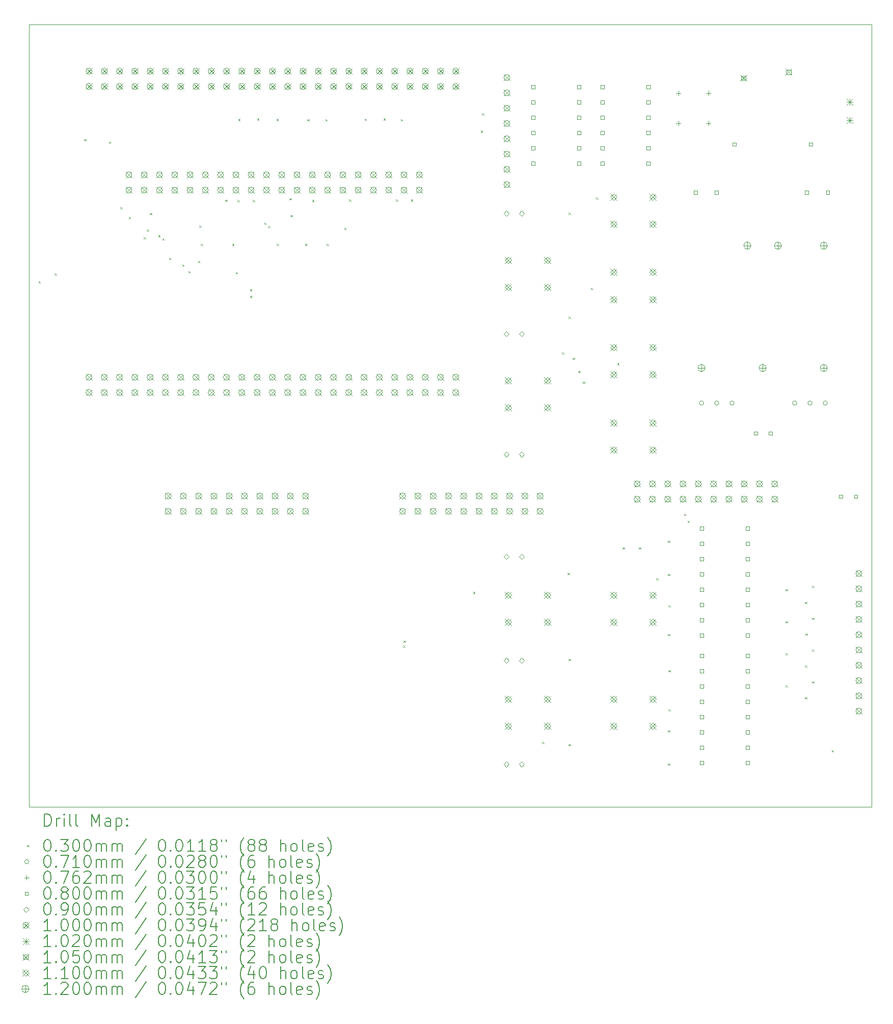
<source format=gbr>
%TF.GenerationSoftware,KiCad,Pcbnew,8.0.7-8.0.7-0~ubuntu24.10.1*%
%TF.CreationDate,2025-01-04T20:14:21+02:00*%
%TF.ProjectId,fpga_board,66706761-5f62-46f6-9172-642e6b696361,rev?*%
%TF.SameCoordinates,Original*%
%TF.FileFunction,Drillmap*%
%TF.FilePolarity,Positive*%
%FSLAX45Y45*%
G04 Gerber Fmt 4.5, Leading zero omitted, Abs format (unit mm)*
G04 Created by KiCad (PCBNEW 8.0.7-8.0.7-0~ubuntu24.10.1) date 2025-01-04 20:14:21*
%MOMM*%
%LPD*%
G01*
G04 APERTURE LIST*
%ADD10C,0.100000*%
%ADD11C,0.200000*%
%ADD12C,0.102000*%
%ADD13C,0.105000*%
%ADD14C,0.110000*%
%ADD15C,0.120000*%
G04 APERTURE END LIST*
D10*
X1810000Y-960000D02*
X15810000Y-960000D01*
X15810000Y-13960000D01*
X1810000Y-13960000D01*
X1810000Y-960000D01*
D11*
D10*
X1965000Y-5225000D02*
X1995000Y-5255000D01*
X1995000Y-5225000D02*
X1965000Y-5255000D01*
X2235000Y-5095000D02*
X2265000Y-5125000D01*
X2265000Y-5095000D02*
X2235000Y-5125000D01*
X2725000Y-2865000D02*
X2755000Y-2895000D01*
X2755000Y-2865000D02*
X2725000Y-2895000D01*
X3135000Y-2905000D02*
X3165000Y-2935000D01*
X3165000Y-2905000D02*
X3135000Y-2935000D01*
X3325000Y-3995000D02*
X3355000Y-4025000D01*
X3355000Y-3995000D02*
X3325000Y-4025000D01*
X3465000Y-4160000D02*
X3495000Y-4190000D01*
X3495000Y-4160000D02*
X3465000Y-4190000D01*
X3715000Y-4495000D02*
X3745000Y-4525000D01*
X3745000Y-4495000D02*
X3715000Y-4525000D01*
X3765000Y-4365000D02*
X3795000Y-4395000D01*
X3795000Y-4365000D02*
X3765000Y-4395000D01*
X3815000Y-4090000D02*
X3845000Y-4120000D01*
X3845000Y-4090000D02*
X3815000Y-4120000D01*
X3955000Y-4460000D02*
X3985000Y-4490000D01*
X3985000Y-4460000D02*
X3955000Y-4490000D01*
X4025000Y-4515000D02*
X4055000Y-4545000D01*
X4055000Y-4515000D02*
X4025000Y-4545000D01*
X4135000Y-4835000D02*
X4165000Y-4865000D01*
X4165000Y-4835000D02*
X4135000Y-4865000D01*
X4355000Y-4945000D02*
X4385000Y-4975000D01*
X4385000Y-4945000D02*
X4355000Y-4975000D01*
X4455000Y-5055000D02*
X4485000Y-5085000D01*
X4485000Y-5055000D02*
X4455000Y-5085000D01*
X4615000Y-4885000D02*
X4645000Y-4915000D01*
X4645000Y-4885000D02*
X4615000Y-4915000D01*
X4640000Y-4300000D02*
X4670000Y-4330000D01*
X4670000Y-4300000D02*
X4640000Y-4330000D01*
X4665000Y-4605000D02*
X4695000Y-4635000D01*
X4695000Y-4605000D02*
X4665000Y-4635000D01*
X5070000Y-3870000D02*
X5100000Y-3900000D01*
X5100000Y-3870000D02*
X5070000Y-3900000D01*
X5185000Y-4605000D02*
X5215000Y-4635000D01*
X5215000Y-4605000D02*
X5185000Y-4635000D01*
X5245000Y-5075000D02*
X5275000Y-5105000D01*
X5275000Y-5075000D02*
X5245000Y-5105000D01*
X5275000Y-3875000D02*
X5305000Y-3905000D01*
X5305000Y-3875000D02*
X5275000Y-3905000D01*
X5285000Y-2530000D02*
X5315000Y-2560000D01*
X5315000Y-2530000D02*
X5285000Y-2560000D01*
X5480000Y-5355000D02*
X5510000Y-5385000D01*
X5510000Y-5355000D02*
X5480000Y-5385000D01*
X5480000Y-5465000D02*
X5510000Y-5495000D01*
X5510000Y-5465000D02*
X5480000Y-5495000D01*
X5525000Y-3875000D02*
X5555000Y-3905000D01*
X5555000Y-3875000D02*
X5525000Y-3905000D01*
X5600000Y-2520000D02*
X5630000Y-2550000D01*
X5630000Y-2520000D02*
X5600000Y-2550000D01*
X5716394Y-4252098D02*
X5746394Y-4282098D01*
X5746394Y-4252098D02*
X5716394Y-4282098D01*
X5779490Y-4309054D02*
X5809490Y-4339054D01*
X5809490Y-4309054D02*
X5779490Y-4339054D01*
X5919000Y-2530000D02*
X5949000Y-2560000D01*
X5949000Y-2530000D02*
X5919000Y-2560000D01*
X5925000Y-4605000D02*
X5955000Y-4635000D01*
X5955000Y-4605000D02*
X5925000Y-4635000D01*
X6135000Y-3845000D02*
X6165000Y-3875000D01*
X6165000Y-3845000D02*
X6135000Y-3875000D01*
X6155000Y-4125000D02*
X6185000Y-4155000D01*
X6185000Y-4125000D02*
X6155000Y-4155000D01*
X6395000Y-4605000D02*
X6425000Y-4635000D01*
X6425000Y-4605000D02*
X6395000Y-4635000D01*
X6434999Y-2535000D02*
X6464999Y-2565000D01*
X6464999Y-2535000D02*
X6434999Y-2565000D01*
X6515000Y-3875000D02*
X6545000Y-3905000D01*
X6545000Y-3875000D02*
X6515000Y-3905000D01*
X6735000Y-2535000D02*
X6765000Y-2565000D01*
X6765000Y-2535000D02*
X6735000Y-2565000D01*
X6755000Y-4605000D02*
X6785000Y-4635000D01*
X6785000Y-4605000D02*
X6755000Y-4635000D01*
X7045000Y-4335000D02*
X7075000Y-4365000D01*
X7075000Y-4335000D02*
X7045000Y-4365000D01*
X7125000Y-3865000D02*
X7155000Y-3895000D01*
X7155000Y-3865000D02*
X7125000Y-3895000D01*
X7385000Y-2525000D02*
X7415000Y-2555000D01*
X7415000Y-2525000D02*
X7385000Y-2555000D01*
X7700000Y-2520000D02*
X7730000Y-2550000D01*
X7730000Y-2520000D02*
X7700000Y-2550000D01*
X7905000Y-3865000D02*
X7935000Y-3895000D01*
X7935000Y-3865000D02*
X7905000Y-3895000D01*
X7985000Y-2535000D02*
X8015000Y-2565000D01*
X8015000Y-2535000D02*
X7985000Y-2565000D01*
X8024896Y-11274896D02*
X8054896Y-11304896D01*
X8054896Y-11274896D02*
X8024896Y-11304896D01*
X8035000Y-11195000D02*
X8065000Y-11225000D01*
X8065000Y-11195000D02*
X8035000Y-11225000D01*
X8155000Y-3865000D02*
X8185000Y-3895000D01*
X8185000Y-3865000D02*
X8155000Y-3895000D01*
X9190000Y-10385000D02*
X9220000Y-10415000D01*
X9220000Y-10385000D02*
X9190000Y-10415000D01*
X9315000Y-2725000D02*
X9345000Y-2755000D01*
X9345000Y-2725000D02*
X9315000Y-2755000D01*
X9335000Y-2435000D02*
X9365000Y-2465000D01*
X9365000Y-2435000D02*
X9335000Y-2465000D01*
X10337000Y-12877000D02*
X10367000Y-12907000D01*
X10367000Y-12877000D02*
X10337000Y-12907000D01*
X10665000Y-6405000D02*
X10695000Y-6435000D01*
X10695000Y-6405000D02*
X10665000Y-6435000D01*
X10759038Y-10069038D02*
X10789038Y-10099038D01*
X10789038Y-10069038D02*
X10759038Y-10099038D01*
X10775000Y-4085000D02*
X10805000Y-4115000D01*
X10805000Y-4085000D02*
X10775000Y-4115000D01*
X10775000Y-5815000D02*
X10805000Y-5845000D01*
X10805000Y-5815000D02*
X10775000Y-5845000D01*
X10775000Y-11500000D02*
X10805000Y-11530000D01*
X10805000Y-11500000D02*
X10775000Y-11530000D01*
X10775000Y-12915000D02*
X10805000Y-12945000D01*
X10805000Y-12915000D02*
X10775000Y-12945000D01*
X10845000Y-6495000D02*
X10875000Y-6525000D01*
X10875000Y-6495000D02*
X10845000Y-6525000D01*
X10935000Y-6715000D02*
X10965000Y-6745000D01*
X10965000Y-6715000D02*
X10935000Y-6745000D01*
X11015000Y-6895000D02*
X11045000Y-6925000D01*
X11045000Y-6895000D02*
X11015000Y-6925000D01*
X11145000Y-5335000D02*
X11175000Y-5365000D01*
X11175000Y-5335000D02*
X11145000Y-5365000D01*
X11235000Y-3835000D02*
X11265000Y-3865000D01*
X11265000Y-3835000D02*
X11235000Y-3865000D01*
X11585000Y-6585000D02*
X11615000Y-6615000D01*
X11615000Y-6585000D02*
X11585000Y-6615000D01*
X11675000Y-9645000D02*
X11705000Y-9675000D01*
X11705000Y-9645000D02*
X11675000Y-9675000D01*
X11945000Y-9645000D02*
X11975000Y-9675000D01*
X11975000Y-9645000D02*
X11945000Y-9675000D01*
X12232069Y-10158139D02*
X12262069Y-10188139D01*
X12262069Y-10158139D02*
X12232069Y-10188139D01*
X12425000Y-9535000D02*
X12455000Y-9565000D01*
X12455000Y-9535000D02*
X12425000Y-9565000D01*
X12425000Y-10085000D02*
X12455000Y-10115000D01*
X12455000Y-10085000D02*
X12425000Y-10115000D01*
X12425000Y-11085000D02*
X12455000Y-11115000D01*
X12455000Y-11085000D02*
X12425000Y-11115000D01*
X12425000Y-12685000D02*
X12455000Y-12715000D01*
X12455000Y-12685000D02*
X12425000Y-12715000D01*
X12425000Y-13235000D02*
X12455000Y-13265000D01*
X12455000Y-13235000D02*
X12425000Y-13265000D01*
X12435000Y-10605000D02*
X12465000Y-10635000D01*
X12465000Y-10605000D02*
X12435000Y-10635000D01*
X12435000Y-11685000D02*
X12465000Y-11715000D01*
X12465000Y-11685000D02*
X12435000Y-11715000D01*
X12435000Y-12335000D02*
X12465000Y-12365000D01*
X12465000Y-12335000D02*
X12435000Y-12365000D01*
X12695000Y-9085000D02*
X12725000Y-9115000D01*
X12725000Y-9085000D02*
X12695000Y-9115000D01*
X12755000Y-9205000D02*
X12785000Y-9235000D01*
X12785000Y-9205000D02*
X12755000Y-9235000D01*
X14385000Y-10340000D02*
X14415000Y-10370000D01*
X14415000Y-10340000D02*
X14385000Y-10370000D01*
X14385000Y-10871667D02*
X14415000Y-10901667D01*
X14415000Y-10871667D02*
X14385000Y-10901667D01*
X14385000Y-11403333D02*
X14415000Y-11433333D01*
X14415000Y-11403333D02*
X14385000Y-11433333D01*
X14385000Y-11935000D02*
X14415000Y-11965000D01*
X14415000Y-11935000D02*
X14385000Y-11965000D01*
X14705000Y-10549286D02*
X14735000Y-10579286D01*
X14735000Y-10549286D02*
X14705000Y-10579286D01*
X14705000Y-11606428D02*
X14735000Y-11636428D01*
X14735000Y-11606428D02*
X14705000Y-11636428D01*
X14705000Y-12135000D02*
X14735000Y-12165000D01*
X14735000Y-12135000D02*
X14705000Y-12165000D01*
X14715000Y-11077857D02*
X14745000Y-11107857D01*
X14745000Y-11077857D02*
X14715000Y-11107857D01*
X14825000Y-10285000D02*
X14855000Y-10315000D01*
X14855000Y-10285000D02*
X14825000Y-10315000D01*
X14825000Y-10813571D02*
X14855000Y-10843571D01*
X14855000Y-10813571D02*
X14825000Y-10843571D01*
X14825000Y-11342143D02*
X14855000Y-11372143D01*
X14855000Y-11342143D02*
X14825000Y-11372143D01*
X14825000Y-11870714D02*
X14855000Y-11900714D01*
X14855000Y-11870714D02*
X14825000Y-11900714D01*
X15150000Y-13015000D02*
X15180000Y-13045000D01*
X15180000Y-13015000D02*
X15150000Y-13045000D01*
X13019500Y-7250000D02*
G75*
G02*
X12948500Y-7250000I-35500J0D01*
G01*
X12948500Y-7250000D02*
G75*
G02*
X13019500Y-7250000I35500J0D01*
G01*
X13273500Y-7250000D02*
G75*
G02*
X13202500Y-7250000I-35500J0D01*
G01*
X13202500Y-7250000D02*
G75*
G02*
X13273500Y-7250000I35500J0D01*
G01*
X13527500Y-7250000D02*
G75*
G02*
X13456500Y-7250000I-35500J0D01*
G01*
X13456500Y-7250000D02*
G75*
G02*
X13527500Y-7250000I35500J0D01*
G01*
X14569500Y-7250000D02*
G75*
G02*
X14498500Y-7250000I-35500J0D01*
G01*
X14498500Y-7250000D02*
G75*
G02*
X14569500Y-7250000I35500J0D01*
G01*
X14823500Y-7250000D02*
G75*
G02*
X14752500Y-7250000I-35500J0D01*
G01*
X14752500Y-7250000D02*
G75*
G02*
X14823500Y-7250000I35500J0D01*
G01*
X15077500Y-7250000D02*
G75*
G02*
X15006500Y-7250000I-35500J0D01*
G01*
X15006500Y-7250000D02*
G75*
G02*
X15077500Y-7250000I35500J0D01*
G01*
X12600000Y-2061900D02*
X12600000Y-2138100D01*
X12561900Y-2100000D02*
X12638100Y-2100000D01*
X12600000Y-2561900D02*
X12600000Y-2638100D01*
X12561900Y-2600000D02*
X12638100Y-2600000D01*
X13100000Y-2061900D02*
X13100000Y-2138100D01*
X13061900Y-2100000D02*
X13138100Y-2100000D01*
X13100000Y-2561900D02*
X13100000Y-2638100D01*
X13061900Y-2600000D02*
X13138100Y-2600000D01*
X10216285Y-2028284D02*
X10216285Y-1971715D01*
X10159716Y-1971715D01*
X10159716Y-2028284D01*
X10216285Y-2028284D01*
X10216285Y-2282285D02*
X10216285Y-2225716D01*
X10159716Y-2225716D01*
X10159716Y-2282285D01*
X10216285Y-2282285D01*
X10216285Y-2536285D02*
X10216285Y-2479716D01*
X10159716Y-2479716D01*
X10159716Y-2536285D01*
X10216285Y-2536285D01*
X10216285Y-2790285D02*
X10216285Y-2733716D01*
X10159716Y-2733716D01*
X10159716Y-2790285D01*
X10216285Y-2790285D01*
X10216285Y-3044284D02*
X10216285Y-2987715D01*
X10159716Y-2987715D01*
X10159716Y-3044284D01*
X10216285Y-3044284D01*
X10216285Y-3298284D02*
X10216285Y-3241715D01*
X10159716Y-3241715D01*
X10159716Y-3298284D01*
X10216285Y-3298284D01*
X10978285Y-2028284D02*
X10978285Y-1971715D01*
X10921716Y-1971715D01*
X10921716Y-2028284D01*
X10978285Y-2028284D01*
X10978285Y-2282285D02*
X10978285Y-2225716D01*
X10921716Y-2225716D01*
X10921716Y-2282285D01*
X10978285Y-2282285D01*
X10978285Y-2536285D02*
X10978285Y-2479716D01*
X10921716Y-2479716D01*
X10921716Y-2536285D01*
X10978285Y-2536285D01*
X10978285Y-2790285D02*
X10978285Y-2733716D01*
X10921716Y-2733716D01*
X10921716Y-2790285D01*
X10978285Y-2790285D01*
X10978285Y-3044284D02*
X10978285Y-2987715D01*
X10921716Y-2987715D01*
X10921716Y-3044284D01*
X10978285Y-3044284D01*
X10978285Y-3298284D02*
X10978285Y-3241715D01*
X10921716Y-3241715D01*
X10921716Y-3298284D01*
X10978285Y-3298284D01*
X11366284Y-2028284D02*
X11366284Y-1971715D01*
X11309715Y-1971715D01*
X11309715Y-2028284D01*
X11366284Y-2028284D01*
X11366284Y-2282285D02*
X11366284Y-2225716D01*
X11309715Y-2225716D01*
X11309715Y-2282285D01*
X11366284Y-2282285D01*
X11366284Y-2536285D02*
X11366284Y-2479716D01*
X11309715Y-2479716D01*
X11309715Y-2536285D01*
X11366284Y-2536285D01*
X11366284Y-2790285D02*
X11366284Y-2733716D01*
X11309715Y-2733716D01*
X11309715Y-2790285D01*
X11366284Y-2790285D01*
X11366284Y-3044284D02*
X11366284Y-2987715D01*
X11309715Y-2987715D01*
X11309715Y-3044284D01*
X11366284Y-3044284D01*
X11366284Y-3298284D02*
X11366284Y-3241715D01*
X11309715Y-3241715D01*
X11309715Y-3298284D01*
X11366284Y-3298284D01*
X12128284Y-2028284D02*
X12128284Y-1971715D01*
X12071715Y-1971715D01*
X12071715Y-2028284D01*
X12128284Y-2028284D01*
X12128284Y-2282285D02*
X12128284Y-2225716D01*
X12071715Y-2225716D01*
X12071715Y-2282285D01*
X12128284Y-2282285D01*
X12128284Y-2536285D02*
X12128284Y-2479716D01*
X12071715Y-2479716D01*
X12071715Y-2536285D01*
X12128284Y-2536285D01*
X12128284Y-2790285D02*
X12128284Y-2733716D01*
X12071715Y-2733716D01*
X12071715Y-2790285D01*
X12128284Y-2790285D01*
X12128284Y-3044284D02*
X12128284Y-2987715D01*
X12071715Y-2987715D01*
X12071715Y-3044284D01*
X12128284Y-3044284D01*
X12128284Y-3298284D02*
X12128284Y-3241715D01*
X12071715Y-3241715D01*
X12071715Y-3298284D01*
X12128284Y-3298284D01*
X12912284Y-3778284D02*
X12912284Y-3721715D01*
X12855715Y-3721715D01*
X12855715Y-3778284D01*
X12912284Y-3778284D01*
X13016284Y-9358285D02*
X13016284Y-9301716D01*
X12959715Y-9301716D01*
X12959715Y-9358285D01*
X13016284Y-9358285D01*
X13016284Y-9612285D02*
X13016284Y-9555716D01*
X12959715Y-9555716D01*
X12959715Y-9612285D01*
X13016284Y-9612285D01*
X13016284Y-9866285D02*
X13016284Y-9809716D01*
X12959715Y-9809716D01*
X12959715Y-9866285D01*
X13016284Y-9866285D01*
X13016284Y-10120285D02*
X13016284Y-10063716D01*
X12959715Y-10063716D01*
X12959715Y-10120285D01*
X13016284Y-10120285D01*
X13016284Y-10374285D02*
X13016284Y-10317716D01*
X12959715Y-10317716D01*
X12959715Y-10374285D01*
X13016284Y-10374285D01*
X13016284Y-10628285D02*
X13016284Y-10571716D01*
X12959715Y-10571716D01*
X12959715Y-10628285D01*
X13016284Y-10628285D01*
X13016284Y-10882285D02*
X13016284Y-10825716D01*
X12959715Y-10825716D01*
X12959715Y-10882285D01*
X13016284Y-10882285D01*
X13016284Y-11136285D02*
X13016284Y-11079716D01*
X12959715Y-11079716D01*
X12959715Y-11136285D01*
X13016284Y-11136285D01*
X13016284Y-11474284D02*
X13016284Y-11417715D01*
X12959715Y-11417715D01*
X12959715Y-11474284D01*
X13016284Y-11474284D01*
X13016284Y-11728284D02*
X13016284Y-11671715D01*
X12959715Y-11671715D01*
X12959715Y-11728284D01*
X13016284Y-11728284D01*
X13016284Y-11982284D02*
X13016284Y-11925715D01*
X12959715Y-11925715D01*
X12959715Y-11982284D01*
X13016284Y-11982284D01*
X13016284Y-12236284D02*
X13016284Y-12179715D01*
X12959715Y-12179715D01*
X12959715Y-12236284D01*
X13016284Y-12236284D01*
X13016284Y-12490284D02*
X13016284Y-12433715D01*
X12959715Y-12433715D01*
X12959715Y-12490284D01*
X13016284Y-12490284D01*
X13016284Y-12744284D02*
X13016284Y-12687715D01*
X12959715Y-12687715D01*
X12959715Y-12744284D01*
X13016284Y-12744284D01*
X13016284Y-12998284D02*
X13016284Y-12941715D01*
X12959715Y-12941715D01*
X12959715Y-12998284D01*
X13016284Y-12998284D01*
X13016284Y-13252284D02*
X13016284Y-13195715D01*
X12959715Y-13195715D01*
X12959715Y-13252284D01*
X13016284Y-13252284D01*
X13262284Y-3778284D02*
X13262284Y-3721715D01*
X13205715Y-3721715D01*
X13205715Y-3778284D01*
X13262284Y-3778284D01*
X13558284Y-2978284D02*
X13558284Y-2921715D01*
X13501715Y-2921715D01*
X13501715Y-2978284D01*
X13558284Y-2978284D01*
X13778284Y-9358285D02*
X13778284Y-9301716D01*
X13721715Y-9301716D01*
X13721715Y-9358285D01*
X13778284Y-9358285D01*
X13778284Y-9612285D02*
X13778284Y-9555716D01*
X13721715Y-9555716D01*
X13721715Y-9612285D01*
X13778284Y-9612285D01*
X13778284Y-9866285D02*
X13778284Y-9809716D01*
X13721715Y-9809716D01*
X13721715Y-9866285D01*
X13778284Y-9866285D01*
X13778284Y-10120285D02*
X13778284Y-10063716D01*
X13721715Y-10063716D01*
X13721715Y-10120285D01*
X13778284Y-10120285D01*
X13778284Y-10374285D02*
X13778284Y-10317716D01*
X13721715Y-10317716D01*
X13721715Y-10374285D01*
X13778284Y-10374285D01*
X13778284Y-10628285D02*
X13778284Y-10571716D01*
X13721715Y-10571716D01*
X13721715Y-10628285D01*
X13778284Y-10628285D01*
X13778284Y-10882285D02*
X13778284Y-10825716D01*
X13721715Y-10825716D01*
X13721715Y-10882285D01*
X13778284Y-10882285D01*
X13778284Y-11136285D02*
X13778284Y-11079716D01*
X13721715Y-11079716D01*
X13721715Y-11136285D01*
X13778284Y-11136285D01*
X13778284Y-11474284D02*
X13778284Y-11417715D01*
X13721715Y-11417715D01*
X13721715Y-11474284D01*
X13778284Y-11474284D01*
X13778284Y-11728284D02*
X13778284Y-11671715D01*
X13721715Y-11671715D01*
X13721715Y-11728284D01*
X13778284Y-11728284D01*
X13778284Y-11982284D02*
X13778284Y-11925715D01*
X13721715Y-11925715D01*
X13721715Y-11982284D01*
X13778284Y-11982284D01*
X13778284Y-12236284D02*
X13778284Y-12179715D01*
X13721715Y-12179715D01*
X13721715Y-12236284D01*
X13778284Y-12236284D01*
X13778284Y-12490284D02*
X13778284Y-12433715D01*
X13721715Y-12433715D01*
X13721715Y-12490284D01*
X13778284Y-12490284D01*
X13778284Y-12744284D02*
X13778284Y-12687715D01*
X13721715Y-12687715D01*
X13721715Y-12744284D01*
X13778284Y-12744284D01*
X13778284Y-12998284D02*
X13778284Y-12941715D01*
X13721715Y-12941715D01*
X13721715Y-12998284D01*
X13778284Y-12998284D01*
X13778284Y-13252284D02*
X13778284Y-13195715D01*
X13721715Y-13195715D01*
X13721715Y-13252284D01*
X13778284Y-13252284D01*
X13912284Y-7778284D02*
X13912284Y-7721715D01*
X13855715Y-7721715D01*
X13855715Y-7778284D01*
X13912284Y-7778284D01*
X14162284Y-7778284D02*
X14162284Y-7721715D01*
X14105715Y-7721715D01*
X14105715Y-7778284D01*
X14162284Y-7778284D01*
X14762284Y-3778284D02*
X14762284Y-3721715D01*
X14705715Y-3721715D01*
X14705715Y-3778284D01*
X14762284Y-3778284D01*
X14828284Y-2978284D02*
X14828284Y-2921715D01*
X14771715Y-2921715D01*
X14771715Y-2978284D01*
X14828284Y-2978284D01*
X15112284Y-3778284D02*
X15112284Y-3721715D01*
X15055715Y-3721715D01*
X15055715Y-3778284D01*
X15112284Y-3778284D01*
X15328284Y-8828285D02*
X15328284Y-8771716D01*
X15271715Y-8771716D01*
X15271715Y-8828285D01*
X15328284Y-8828285D01*
X15578284Y-8828285D02*
X15578284Y-8771716D01*
X15521715Y-8771716D01*
X15521715Y-8828285D01*
X15578284Y-8828285D01*
X9740000Y-4145000D02*
X9785000Y-4100000D01*
X9740000Y-4055000D01*
X9695000Y-4100000D01*
X9740000Y-4145000D01*
X9740000Y-6145000D02*
X9785000Y-6100000D01*
X9740000Y-6055000D01*
X9695000Y-6100000D01*
X9740000Y-6145000D01*
X9740000Y-8145000D02*
X9785000Y-8100000D01*
X9740000Y-8055000D01*
X9695000Y-8100000D01*
X9740000Y-8145000D01*
X9740000Y-9845000D02*
X9785000Y-9800000D01*
X9740000Y-9755000D01*
X9695000Y-9800000D01*
X9740000Y-9845000D01*
X9740000Y-11570000D02*
X9785000Y-11525000D01*
X9740000Y-11480000D01*
X9695000Y-11525000D01*
X9740000Y-11570000D01*
X9740000Y-13295000D02*
X9785000Y-13250000D01*
X9740000Y-13205000D01*
X9695000Y-13250000D01*
X9740000Y-13295000D01*
X9994000Y-4145000D02*
X10039000Y-4100000D01*
X9994000Y-4055000D01*
X9949000Y-4100000D01*
X9994000Y-4145000D01*
X9994000Y-6145000D02*
X10039000Y-6100000D01*
X9994000Y-6055000D01*
X9949000Y-6100000D01*
X9994000Y-6145000D01*
X9994000Y-8145000D02*
X10039000Y-8100000D01*
X9994000Y-8055000D01*
X9949000Y-8100000D01*
X9994000Y-8145000D01*
X9994000Y-9845000D02*
X10039000Y-9800000D01*
X9994000Y-9755000D01*
X9949000Y-9800000D01*
X9994000Y-9845000D01*
X9994000Y-11570000D02*
X10039000Y-11525000D01*
X9994000Y-11480000D01*
X9949000Y-11525000D01*
X9994000Y-11570000D01*
X9994000Y-13295000D02*
X10039000Y-13250000D01*
X9994000Y-13205000D01*
X9949000Y-13250000D01*
X9994000Y-13295000D01*
X2754000Y-1686000D02*
X2854000Y-1786000D01*
X2854000Y-1686000D02*
X2754000Y-1786000D01*
X2854000Y-1736000D02*
G75*
G02*
X2754000Y-1736000I-50000J0D01*
G01*
X2754000Y-1736000D02*
G75*
G02*
X2854000Y-1736000I50000J0D01*
G01*
X2754000Y-1940000D02*
X2854000Y-2040000D01*
X2854000Y-1940000D02*
X2754000Y-2040000D01*
X2854000Y-1990000D02*
G75*
G02*
X2754000Y-1990000I-50000J0D01*
G01*
X2754000Y-1990000D02*
G75*
G02*
X2854000Y-1990000I50000J0D01*
G01*
X2754000Y-6770000D02*
X2854000Y-6870000D01*
X2854000Y-6770000D02*
X2754000Y-6870000D01*
X2854000Y-6820000D02*
G75*
G02*
X2754000Y-6820000I-50000J0D01*
G01*
X2754000Y-6820000D02*
G75*
G02*
X2854000Y-6820000I50000J0D01*
G01*
X2754000Y-7024000D02*
X2854000Y-7124000D01*
X2854000Y-7024000D02*
X2754000Y-7124000D01*
X2854000Y-7074000D02*
G75*
G02*
X2754000Y-7074000I-50000J0D01*
G01*
X2754000Y-7074000D02*
G75*
G02*
X2854000Y-7074000I50000J0D01*
G01*
X3008000Y-1686000D02*
X3108000Y-1786000D01*
X3108000Y-1686000D02*
X3008000Y-1786000D01*
X3108000Y-1736000D02*
G75*
G02*
X3008000Y-1736000I-50000J0D01*
G01*
X3008000Y-1736000D02*
G75*
G02*
X3108000Y-1736000I50000J0D01*
G01*
X3008000Y-1940000D02*
X3108000Y-2040000D01*
X3108000Y-1940000D02*
X3008000Y-2040000D01*
X3108000Y-1990000D02*
G75*
G02*
X3008000Y-1990000I-50000J0D01*
G01*
X3008000Y-1990000D02*
G75*
G02*
X3108000Y-1990000I50000J0D01*
G01*
X3008000Y-6770000D02*
X3108000Y-6870000D01*
X3108000Y-6770000D02*
X3008000Y-6870000D01*
X3108000Y-6820000D02*
G75*
G02*
X3008000Y-6820000I-50000J0D01*
G01*
X3008000Y-6820000D02*
G75*
G02*
X3108000Y-6820000I50000J0D01*
G01*
X3008000Y-7024000D02*
X3108000Y-7124000D01*
X3108000Y-7024000D02*
X3008000Y-7124000D01*
X3108000Y-7074000D02*
G75*
G02*
X3008000Y-7074000I-50000J0D01*
G01*
X3008000Y-7074000D02*
G75*
G02*
X3108000Y-7074000I50000J0D01*
G01*
X3262000Y-1686000D02*
X3362000Y-1786000D01*
X3362000Y-1686000D02*
X3262000Y-1786000D01*
X3362000Y-1736000D02*
G75*
G02*
X3262000Y-1736000I-50000J0D01*
G01*
X3262000Y-1736000D02*
G75*
G02*
X3362000Y-1736000I50000J0D01*
G01*
X3262000Y-1940000D02*
X3362000Y-2040000D01*
X3362000Y-1940000D02*
X3262000Y-2040000D01*
X3362000Y-1990000D02*
G75*
G02*
X3262000Y-1990000I-50000J0D01*
G01*
X3262000Y-1990000D02*
G75*
G02*
X3362000Y-1990000I50000J0D01*
G01*
X3262000Y-6770000D02*
X3362000Y-6870000D01*
X3362000Y-6770000D02*
X3262000Y-6870000D01*
X3362000Y-6820000D02*
G75*
G02*
X3262000Y-6820000I-50000J0D01*
G01*
X3262000Y-6820000D02*
G75*
G02*
X3362000Y-6820000I50000J0D01*
G01*
X3262000Y-7024000D02*
X3362000Y-7124000D01*
X3362000Y-7024000D02*
X3262000Y-7124000D01*
X3362000Y-7074000D02*
G75*
G02*
X3262000Y-7074000I-50000J0D01*
G01*
X3262000Y-7074000D02*
G75*
G02*
X3362000Y-7074000I50000J0D01*
G01*
X3417500Y-3407500D02*
X3517500Y-3507500D01*
X3517500Y-3407500D02*
X3417500Y-3507500D01*
X3517500Y-3457500D02*
G75*
G02*
X3417500Y-3457500I-50000J0D01*
G01*
X3417500Y-3457500D02*
G75*
G02*
X3517500Y-3457500I50000J0D01*
G01*
X3417500Y-3661500D02*
X3517500Y-3761500D01*
X3517500Y-3661500D02*
X3417500Y-3761500D01*
X3517500Y-3711500D02*
G75*
G02*
X3417500Y-3711500I-50000J0D01*
G01*
X3417500Y-3711500D02*
G75*
G02*
X3517500Y-3711500I50000J0D01*
G01*
X3516000Y-1686000D02*
X3616000Y-1786000D01*
X3616000Y-1686000D02*
X3516000Y-1786000D01*
X3616000Y-1736000D02*
G75*
G02*
X3516000Y-1736000I-50000J0D01*
G01*
X3516000Y-1736000D02*
G75*
G02*
X3616000Y-1736000I50000J0D01*
G01*
X3516000Y-1940000D02*
X3616000Y-2040000D01*
X3616000Y-1940000D02*
X3516000Y-2040000D01*
X3616000Y-1990000D02*
G75*
G02*
X3516000Y-1990000I-50000J0D01*
G01*
X3516000Y-1990000D02*
G75*
G02*
X3616000Y-1990000I50000J0D01*
G01*
X3516000Y-6770000D02*
X3616000Y-6870000D01*
X3616000Y-6770000D02*
X3516000Y-6870000D01*
X3616000Y-6820000D02*
G75*
G02*
X3516000Y-6820000I-50000J0D01*
G01*
X3516000Y-6820000D02*
G75*
G02*
X3616000Y-6820000I50000J0D01*
G01*
X3516000Y-7024000D02*
X3616000Y-7124000D01*
X3616000Y-7024000D02*
X3516000Y-7124000D01*
X3616000Y-7074000D02*
G75*
G02*
X3516000Y-7074000I-50000J0D01*
G01*
X3516000Y-7074000D02*
G75*
G02*
X3616000Y-7074000I50000J0D01*
G01*
X3671500Y-3407500D02*
X3771500Y-3507500D01*
X3771500Y-3407500D02*
X3671500Y-3507500D01*
X3771500Y-3457500D02*
G75*
G02*
X3671500Y-3457500I-50000J0D01*
G01*
X3671500Y-3457500D02*
G75*
G02*
X3771500Y-3457500I50000J0D01*
G01*
X3671500Y-3661500D02*
X3771500Y-3761500D01*
X3771500Y-3661500D02*
X3671500Y-3761500D01*
X3771500Y-3711500D02*
G75*
G02*
X3671500Y-3711500I-50000J0D01*
G01*
X3671500Y-3711500D02*
G75*
G02*
X3771500Y-3711500I50000J0D01*
G01*
X3770000Y-1686000D02*
X3870000Y-1786000D01*
X3870000Y-1686000D02*
X3770000Y-1786000D01*
X3870000Y-1736000D02*
G75*
G02*
X3770000Y-1736000I-50000J0D01*
G01*
X3770000Y-1736000D02*
G75*
G02*
X3870000Y-1736000I50000J0D01*
G01*
X3770000Y-1940000D02*
X3870000Y-2040000D01*
X3870000Y-1940000D02*
X3770000Y-2040000D01*
X3870000Y-1990000D02*
G75*
G02*
X3770000Y-1990000I-50000J0D01*
G01*
X3770000Y-1990000D02*
G75*
G02*
X3870000Y-1990000I50000J0D01*
G01*
X3770000Y-6770000D02*
X3870000Y-6870000D01*
X3870000Y-6770000D02*
X3770000Y-6870000D01*
X3870000Y-6820000D02*
G75*
G02*
X3770000Y-6820000I-50000J0D01*
G01*
X3770000Y-6820000D02*
G75*
G02*
X3870000Y-6820000I50000J0D01*
G01*
X3770000Y-7024000D02*
X3870000Y-7124000D01*
X3870000Y-7024000D02*
X3770000Y-7124000D01*
X3870000Y-7074000D02*
G75*
G02*
X3770000Y-7074000I-50000J0D01*
G01*
X3770000Y-7074000D02*
G75*
G02*
X3870000Y-7074000I50000J0D01*
G01*
X3925500Y-3407500D02*
X4025500Y-3507500D01*
X4025500Y-3407500D02*
X3925500Y-3507500D01*
X4025500Y-3457500D02*
G75*
G02*
X3925500Y-3457500I-50000J0D01*
G01*
X3925500Y-3457500D02*
G75*
G02*
X4025500Y-3457500I50000J0D01*
G01*
X3925500Y-3661500D02*
X4025500Y-3761500D01*
X4025500Y-3661500D02*
X3925500Y-3761500D01*
X4025500Y-3711500D02*
G75*
G02*
X3925500Y-3711500I-50000J0D01*
G01*
X3925500Y-3711500D02*
G75*
G02*
X4025500Y-3711500I50000J0D01*
G01*
X4024000Y-1686000D02*
X4124000Y-1786000D01*
X4124000Y-1686000D02*
X4024000Y-1786000D01*
X4124000Y-1736000D02*
G75*
G02*
X4024000Y-1736000I-50000J0D01*
G01*
X4024000Y-1736000D02*
G75*
G02*
X4124000Y-1736000I50000J0D01*
G01*
X4024000Y-1940000D02*
X4124000Y-2040000D01*
X4124000Y-1940000D02*
X4024000Y-2040000D01*
X4124000Y-1990000D02*
G75*
G02*
X4024000Y-1990000I-50000J0D01*
G01*
X4024000Y-1990000D02*
G75*
G02*
X4124000Y-1990000I50000J0D01*
G01*
X4024000Y-6770000D02*
X4124000Y-6870000D01*
X4124000Y-6770000D02*
X4024000Y-6870000D01*
X4124000Y-6820000D02*
G75*
G02*
X4024000Y-6820000I-50000J0D01*
G01*
X4024000Y-6820000D02*
G75*
G02*
X4124000Y-6820000I50000J0D01*
G01*
X4024000Y-7024000D02*
X4124000Y-7124000D01*
X4124000Y-7024000D02*
X4024000Y-7124000D01*
X4124000Y-7074000D02*
G75*
G02*
X4024000Y-7074000I-50000J0D01*
G01*
X4024000Y-7074000D02*
G75*
G02*
X4124000Y-7074000I50000J0D01*
G01*
X4067500Y-8742000D02*
X4167500Y-8842000D01*
X4167500Y-8742000D02*
X4067500Y-8842000D01*
X4167500Y-8792000D02*
G75*
G02*
X4067500Y-8792000I-50000J0D01*
G01*
X4067500Y-8792000D02*
G75*
G02*
X4167500Y-8792000I50000J0D01*
G01*
X4067500Y-8996000D02*
X4167500Y-9096000D01*
X4167500Y-8996000D02*
X4067500Y-9096000D01*
X4167500Y-9046000D02*
G75*
G02*
X4067500Y-9046000I-50000J0D01*
G01*
X4067500Y-9046000D02*
G75*
G02*
X4167500Y-9046000I50000J0D01*
G01*
X4179500Y-3407500D02*
X4279500Y-3507500D01*
X4279500Y-3407500D02*
X4179500Y-3507500D01*
X4279500Y-3457500D02*
G75*
G02*
X4179500Y-3457500I-50000J0D01*
G01*
X4179500Y-3457500D02*
G75*
G02*
X4279500Y-3457500I50000J0D01*
G01*
X4179500Y-3661500D02*
X4279500Y-3761500D01*
X4279500Y-3661500D02*
X4179500Y-3761500D01*
X4279500Y-3711500D02*
G75*
G02*
X4179500Y-3711500I-50000J0D01*
G01*
X4179500Y-3711500D02*
G75*
G02*
X4279500Y-3711500I50000J0D01*
G01*
X4278000Y-1686000D02*
X4378000Y-1786000D01*
X4378000Y-1686000D02*
X4278000Y-1786000D01*
X4378000Y-1736000D02*
G75*
G02*
X4278000Y-1736000I-50000J0D01*
G01*
X4278000Y-1736000D02*
G75*
G02*
X4378000Y-1736000I50000J0D01*
G01*
X4278000Y-1940000D02*
X4378000Y-2040000D01*
X4378000Y-1940000D02*
X4278000Y-2040000D01*
X4378000Y-1990000D02*
G75*
G02*
X4278000Y-1990000I-50000J0D01*
G01*
X4278000Y-1990000D02*
G75*
G02*
X4378000Y-1990000I50000J0D01*
G01*
X4278000Y-6770000D02*
X4378000Y-6870000D01*
X4378000Y-6770000D02*
X4278000Y-6870000D01*
X4378000Y-6820000D02*
G75*
G02*
X4278000Y-6820000I-50000J0D01*
G01*
X4278000Y-6820000D02*
G75*
G02*
X4378000Y-6820000I50000J0D01*
G01*
X4278000Y-7024000D02*
X4378000Y-7124000D01*
X4378000Y-7024000D02*
X4278000Y-7124000D01*
X4378000Y-7074000D02*
G75*
G02*
X4278000Y-7074000I-50000J0D01*
G01*
X4278000Y-7074000D02*
G75*
G02*
X4378000Y-7074000I50000J0D01*
G01*
X4321500Y-8742000D02*
X4421500Y-8842000D01*
X4421500Y-8742000D02*
X4321500Y-8842000D01*
X4421500Y-8792000D02*
G75*
G02*
X4321500Y-8792000I-50000J0D01*
G01*
X4321500Y-8792000D02*
G75*
G02*
X4421500Y-8792000I50000J0D01*
G01*
X4321500Y-8996000D02*
X4421500Y-9096000D01*
X4421500Y-8996000D02*
X4321500Y-9096000D01*
X4421500Y-9046000D02*
G75*
G02*
X4321500Y-9046000I-50000J0D01*
G01*
X4321500Y-9046000D02*
G75*
G02*
X4421500Y-9046000I50000J0D01*
G01*
X4433500Y-3407500D02*
X4533500Y-3507500D01*
X4533500Y-3407500D02*
X4433500Y-3507500D01*
X4533500Y-3457500D02*
G75*
G02*
X4433500Y-3457500I-50000J0D01*
G01*
X4433500Y-3457500D02*
G75*
G02*
X4533500Y-3457500I50000J0D01*
G01*
X4433500Y-3661500D02*
X4533500Y-3761500D01*
X4533500Y-3661500D02*
X4433500Y-3761500D01*
X4533500Y-3711500D02*
G75*
G02*
X4433500Y-3711500I-50000J0D01*
G01*
X4433500Y-3711500D02*
G75*
G02*
X4533500Y-3711500I50000J0D01*
G01*
X4532000Y-1686000D02*
X4632000Y-1786000D01*
X4632000Y-1686000D02*
X4532000Y-1786000D01*
X4632000Y-1736000D02*
G75*
G02*
X4532000Y-1736000I-50000J0D01*
G01*
X4532000Y-1736000D02*
G75*
G02*
X4632000Y-1736000I50000J0D01*
G01*
X4532000Y-1940000D02*
X4632000Y-2040000D01*
X4632000Y-1940000D02*
X4532000Y-2040000D01*
X4632000Y-1990000D02*
G75*
G02*
X4532000Y-1990000I-50000J0D01*
G01*
X4532000Y-1990000D02*
G75*
G02*
X4632000Y-1990000I50000J0D01*
G01*
X4532000Y-6770000D02*
X4632000Y-6870000D01*
X4632000Y-6770000D02*
X4532000Y-6870000D01*
X4632000Y-6820000D02*
G75*
G02*
X4532000Y-6820000I-50000J0D01*
G01*
X4532000Y-6820000D02*
G75*
G02*
X4632000Y-6820000I50000J0D01*
G01*
X4532000Y-7024000D02*
X4632000Y-7124000D01*
X4632000Y-7024000D02*
X4532000Y-7124000D01*
X4632000Y-7074000D02*
G75*
G02*
X4532000Y-7074000I-50000J0D01*
G01*
X4532000Y-7074000D02*
G75*
G02*
X4632000Y-7074000I50000J0D01*
G01*
X4575500Y-8742000D02*
X4675500Y-8842000D01*
X4675500Y-8742000D02*
X4575500Y-8842000D01*
X4675500Y-8792000D02*
G75*
G02*
X4575500Y-8792000I-50000J0D01*
G01*
X4575500Y-8792000D02*
G75*
G02*
X4675500Y-8792000I50000J0D01*
G01*
X4575500Y-8996000D02*
X4675500Y-9096000D01*
X4675500Y-8996000D02*
X4575500Y-9096000D01*
X4675500Y-9046000D02*
G75*
G02*
X4575500Y-9046000I-50000J0D01*
G01*
X4575500Y-9046000D02*
G75*
G02*
X4675500Y-9046000I50000J0D01*
G01*
X4687500Y-3407500D02*
X4787500Y-3507500D01*
X4787500Y-3407500D02*
X4687500Y-3507500D01*
X4787500Y-3457500D02*
G75*
G02*
X4687500Y-3457500I-50000J0D01*
G01*
X4687500Y-3457500D02*
G75*
G02*
X4787500Y-3457500I50000J0D01*
G01*
X4687500Y-3661500D02*
X4787500Y-3761500D01*
X4787500Y-3661500D02*
X4687500Y-3761500D01*
X4787500Y-3711500D02*
G75*
G02*
X4687500Y-3711500I-50000J0D01*
G01*
X4687500Y-3711500D02*
G75*
G02*
X4787500Y-3711500I50000J0D01*
G01*
X4786000Y-1686000D02*
X4886000Y-1786000D01*
X4886000Y-1686000D02*
X4786000Y-1786000D01*
X4886000Y-1736000D02*
G75*
G02*
X4786000Y-1736000I-50000J0D01*
G01*
X4786000Y-1736000D02*
G75*
G02*
X4886000Y-1736000I50000J0D01*
G01*
X4786000Y-1940000D02*
X4886000Y-2040000D01*
X4886000Y-1940000D02*
X4786000Y-2040000D01*
X4886000Y-1990000D02*
G75*
G02*
X4786000Y-1990000I-50000J0D01*
G01*
X4786000Y-1990000D02*
G75*
G02*
X4886000Y-1990000I50000J0D01*
G01*
X4786000Y-6770000D02*
X4886000Y-6870000D01*
X4886000Y-6770000D02*
X4786000Y-6870000D01*
X4886000Y-6820000D02*
G75*
G02*
X4786000Y-6820000I-50000J0D01*
G01*
X4786000Y-6820000D02*
G75*
G02*
X4886000Y-6820000I50000J0D01*
G01*
X4786000Y-7024000D02*
X4886000Y-7124000D01*
X4886000Y-7024000D02*
X4786000Y-7124000D01*
X4886000Y-7074000D02*
G75*
G02*
X4786000Y-7074000I-50000J0D01*
G01*
X4786000Y-7074000D02*
G75*
G02*
X4886000Y-7074000I50000J0D01*
G01*
X4829500Y-8742000D02*
X4929500Y-8842000D01*
X4929500Y-8742000D02*
X4829500Y-8842000D01*
X4929500Y-8792000D02*
G75*
G02*
X4829500Y-8792000I-50000J0D01*
G01*
X4829500Y-8792000D02*
G75*
G02*
X4929500Y-8792000I50000J0D01*
G01*
X4829500Y-8996000D02*
X4929500Y-9096000D01*
X4929500Y-8996000D02*
X4829500Y-9096000D01*
X4929500Y-9046000D02*
G75*
G02*
X4829500Y-9046000I-50000J0D01*
G01*
X4829500Y-9046000D02*
G75*
G02*
X4929500Y-9046000I50000J0D01*
G01*
X4941500Y-3407500D02*
X5041500Y-3507500D01*
X5041500Y-3407500D02*
X4941500Y-3507500D01*
X5041500Y-3457500D02*
G75*
G02*
X4941500Y-3457500I-50000J0D01*
G01*
X4941500Y-3457500D02*
G75*
G02*
X5041500Y-3457500I50000J0D01*
G01*
X4941500Y-3661500D02*
X5041500Y-3761500D01*
X5041500Y-3661500D02*
X4941500Y-3761500D01*
X5041500Y-3711500D02*
G75*
G02*
X4941500Y-3711500I-50000J0D01*
G01*
X4941500Y-3711500D02*
G75*
G02*
X5041500Y-3711500I50000J0D01*
G01*
X5040000Y-1686000D02*
X5140000Y-1786000D01*
X5140000Y-1686000D02*
X5040000Y-1786000D01*
X5140000Y-1736000D02*
G75*
G02*
X5040000Y-1736000I-50000J0D01*
G01*
X5040000Y-1736000D02*
G75*
G02*
X5140000Y-1736000I50000J0D01*
G01*
X5040000Y-1940000D02*
X5140000Y-2040000D01*
X5140000Y-1940000D02*
X5040000Y-2040000D01*
X5140000Y-1990000D02*
G75*
G02*
X5040000Y-1990000I-50000J0D01*
G01*
X5040000Y-1990000D02*
G75*
G02*
X5140000Y-1990000I50000J0D01*
G01*
X5040000Y-6770000D02*
X5140000Y-6870000D01*
X5140000Y-6770000D02*
X5040000Y-6870000D01*
X5140000Y-6820000D02*
G75*
G02*
X5040000Y-6820000I-50000J0D01*
G01*
X5040000Y-6820000D02*
G75*
G02*
X5140000Y-6820000I50000J0D01*
G01*
X5040000Y-7024000D02*
X5140000Y-7124000D01*
X5140000Y-7024000D02*
X5040000Y-7124000D01*
X5140000Y-7074000D02*
G75*
G02*
X5040000Y-7074000I-50000J0D01*
G01*
X5040000Y-7074000D02*
G75*
G02*
X5140000Y-7074000I50000J0D01*
G01*
X5083500Y-8742000D02*
X5183500Y-8842000D01*
X5183500Y-8742000D02*
X5083500Y-8842000D01*
X5183500Y-8792000D02*
G75*
G02*
X5083500Y-8792000I-50000J0D01*
G01*
X5083500Y-8792000D02*
G75*
G02*
X5183500Y-8792000I50000J0D01*
G01*
X5083500Y-8996000D02*
X5183500Y-9096000D01*
X5183500Y-8996000D02*
X5083500Y-9096000D01*
X5183500Y-9046000D02*
G75*
G02*
X5083500Y-9046000I-50000J0D01*
G01*
X5083500Y-9046000D02*
G75*
G02*
X5183500Y-9046000I50000J0D01*
G01*
X5195500Y-3407500D02*
X5295500Y-3507500D01*
X5295500Y-3407500D02*
X5195500Y-3507500D01*
X5295500Y-3457500D02*
G75*
G02*
X5195500Y-3457500I-50000J0D01*
G01*
X5195500Y-3457500D02*
G75*
G02*
X5295500Y-3457500I50000J0D01*
G01*
X5195500Y-3661500D02*
X5295500Y-3761500D01*
X5295500Y-3661500D02*
X5195500Y-3761500D01*
X5295500Y-3711500D02*
G75*
G02*
X5195500Y-3711500I-50000J0D01*
G01*
X5195500Y-3711500D02*
G75*
G02*
X5295500Y-3711500I50000J0D01*
G01*
X5294000Y-1686000D02*
X5394000Y-1786000D01*
X5394000Y-1686000D02*
X5294000Y-1786000D01*
X5394000Y-1736000D02*
G75*
G02*
X5294000Y-1736000I-50000J0D01*
G01*
X5294000Y-1736000D02*
G75*
G02*
X5394000Y-1736000I50000J0D01*
G01*
X5294000Y-1940000D02*
X5394000Y-2040000D01*
X5394000Y-1940000D02*
X5294000Y-2040000D01*
X5394000Y-1990000D02*
G75*
G02*
X5294000Y-1990000I-50000J0D01*
G01*
X5294000Y-1990000D02*
G75*
G02*
X5394000Y-1990000I50000J0D01*
G01*
X5294000Y-6770000D02*
X5394000Y-6870000D01*
X5394000Y-6770000D02*
X5294000Y-6870000D01*
X5394000Y-6820000D02*
G75*
G02*
X5294000Y-6820000I-50000J0D01*
G01*
X5294000Y-6820000D02*
G75*
G02*
X5394000Y-6820000I50000J0D01*
G01*
X5294000Y-7024000D02*
X5394000Y-7124000D01*
X5394000Y-7024000D02*
X5294000Y-7124000D01*
X5394000Y-7074000D02*
G75*
G02*
X5294000Y-7074000I-50000J0D01*
G01*
X5294000Y-7074000D02*
G75*
G02*
X5394000Y-7074000I50000J0D01*
G01*
X5337500Y-8742000D02*
X5437500Y-8842000D01*
X5437500Y-8742000D02*
X5337500Y-8842000D01*
X5437500Y-8792000D02*
G75*
G02*
X5337500Y-8792000I-50000J0D01*
G01*
X5337500Y-8792000D02*
G75*
G02*
X5437500Y-8792000I50000J0D01*
G01*
X5337500Y-8996000D02*
X5437500Y-9096000D01*
X5437500Y-8996000D02*
X5337500Y-9096000D01*
X5437500Y-9046000D02*
G75*
G02*
X5337500Y-9046000I-50000J0D01*
G01*
X5337500Y-9046000D02*
G75*
G02*
X5437500Y-9046000I50000J0D01*
G01*
X5449500Y-3407500D02*
X5549500Y-3507500D01*
X5549500Y-3407500D02*
X5449500Y-3507500D01*
X5549500Y-3457500D02*
G75*
G02*
X5449500Y-3457500I-50000J0D01*
G01*
X5449500Y-3457500D02*
G75*
G02*
X5549500Y-3457500I50000J0D01*
G01*
X5449500Y-3661500D02*
X5549500Y-3761500D01*
X5549500Y-3661500D02*
X5449500Y-3761500D01*
X5549500Y-3711500D02*
G75*
G02*
X5449500Y-3711500I-50000J0D01*
G01*
X5449500Y-3711500D02*
G75*
G02*
X5549500Y-3711500I50000J0D01*
G01*
X5548000Y-1686000D02*
X5648000Y-1786000D01*
X5648000Y-1686000D02*
X5548000Y-1786000D01*
X5648000Y-1736000D02*
G75*
G02*
X5548000Y-1736000I-50000J0D01*
G01*
X5548000Y-1736000D02*
G75*
G02*
X5648000Y-1736000I50000J0D01*
G01*
X5548000Y-1940000D02*
X5648000Y-2040000D01*
X5648000Y-1940000D02*
X5548000Y-2040000D01*
X5648000Y-1990000D02*
G75*
G02*
X5548000Y-1990000I-50000J0D01*
G01*
X5548000Y-1990000D02*
G75*
G02*
X5648000Y-1990000I50000J0D01*
G01*
X5548000Y-6770000D02*
X5648000Y-6870000D01*
X5648000Y-6770000D02*
X5548000Y-6870000D01*
X5648000Y-6820000D02*
G75*
G02*
X5548000Y-6820000I-50000J0D01*
G01*
X5548000Y-6820000D02*
G75*
G02*
X5648000Y-6820000I50000J0D01*
G01*
X5548000Y-7024000D02*
X5648000Y-7124000D01*
X5648000Y-7024000D02*
X5548000Y-7124000D01*
X5648000Y-7074000D02*
G75*
G02*
X5548000Y-7074000I-50000J0D01*
G01*
X5548000Y-7074000D02*
G75*
G02*
X5648000Y-7074000I50000J0D01*
G01*
X5591500Y-8742000D02*
X5691500Y-8842000D01*
X5691500Y-8742000D02*
X5591500Y-8842000D01*
X5691500Y-8792000D02*
G75*
G02*
X5591500Y-8792000I-50000J0D01*
G01*
X5591500Y-8792000D02*
G75*
G02*
X5691500Y-8792000I50000J0D01*
G01*
X5591500Y-8996000D02*
X5691500Y-9096000D01*
X5691500Y-8996000D02*
X5591500Y-9096000D01*
X5691500Y-9046000D02*
G75*
G02*
X5591500Y-9046000I-50000J0D01*
G01*
X5591500Y-9046000D02*
G75*
G02*
X5691500Y-9046000I50000J0D01*
G01*
X5703500Y-3407500D02*
X5803500Y-3507500D01*
X5803500Y-3407500D02*
X5703500Y-3507500D01*
X5803500Y-3457500D02*
G75*
G02*
X5703500Y-3457500I-50000J0D01*
G01*
X5703500Y-3457500D02*
G75*
G02*
X5803500Y-3457500I50000J0D01*
G01*
X5703500Y-3661500D02*
X5803500Y-3761500D01*
X5803500Y-3661500D02*
X5703500Y-3761500D01*
X5803500Y-3711500D02*
G75*
G02*
X5703500Y-3711500I-50000J0D01*
G01*
X5703500Y-3711500D02*
G75*
G02*
X5803500Y-3711500I50000J0D01*
G01*
X5802000Y-1686000D02*
X5902000Y-1786000D01*
X5902000Y-1686000D02*
X5802000Y-1786000D01*
X5902000Y-1736000D02*
G75*
G02*
X5802000Y-1736000I-50000J0D01*
G01*
X5802000Y-1736000D02*
G75*
G02*
X5902000Y-1736000I50000J0D01*
G01*
X5802000Y-1940000D02*
X5902000Y-2040000D01*
X5902000Y-1940000D02*
X5802000Y-2040000D01*
X5902000Y-1990000D02*
G75*
G02*
X5802000Y-1990000I-50000J0D01*
G01*
X5802000Y-1990000D02*
G75*
G02*
X5902000Y-1990000I50000J0D01*
G01*
X5802000Y-6770000D02*
X5902000Y-6870000D01*
X5902000Y-6770000D02*
X5802000Y-6870000D01*
X5902000Y-6820000D02*
G75*
G02*
X5802000Y-6820000I-50000J0D01*
G01*
X5802000Y-6820000D02*
G75*
G02*
X5902000Y-6820000I50000J0D01*
G01*
X5802000Y-7024000D02*
X5902000Y-7124000D01*
X5902000Y-7024000D02*
X5802000Y-7124000D01*
X5902000Y-7074000D02*
G75*
G02*
X5802000Y-7074000I-50000J0D01*
G01*
X5802000Y-7074000D02*
G75*
G02*
X5902000Y-7074000I50000J0D01*
G01*
X5845500Y-8742000D02*
X5945500Y-8842000D01*
X5945500Y-8742000D02*
X5845500Y-8842000D01*
X5945500Y-8792000D02*
G75*
G02*
X5845500Y-8792000I-50000J0D01*
G01*
X5845500Y-8792000D02*
G75*
G02*
X5945500Y-8792000I50000J0D01*
G01*
X5845500Y-8996000D02*
X5945500Y-9096000D01*
X5945500Y-8996000D02*
X5845500Y-9096000D01*
X5945500Y-9046000D02*
G75*
G02*
X5845500Y-9046000I-50000J0D01*
G01*
X5845500Y-9046000D02*
G75*
G02*
X5945500Y-9046000I50000J0D01*
G01*
X5957500Y-3407500D02*
X6057500Y-3507500D01*
X6057500Y-3407500D02*
X5957500Y-3507500D01*
X6057500Y-3457500D02*
G75*
G02*
X5957500Y-3457500I-50000J0D01*
G01*
X5957500Y-3457500D02*
G75*
G02*
X6057500Y-3457500I50000J0D01*
G01*
X5957500Y-3661500D02*
X6057500Y-3761500D01*
X6057500Y-3661500D02*
X5957500Y-3761500D01*
X6057500Y-3711500D02*
G75*
G02*
X5957500Y-3711500I-50000J0D01*
G01*
X5957500Y-3711500D02*
G75*
G02*
X6057500Y-3711500I50000J0D01*
G01*
X6056000Y-1686000D02*
X6156000Y-1786000D01*
X6156000Y-1686000D02*
X6056000Y-1786000D01*
X6156000Y-1736000D02*
G75*
G02*
X6056000Y-1736000I-50000J0D01*
G01*
X6056000Y-1736000D02*
G75*
G02*
X6156000Y-1736000I50000J0D01*
G01*
X6056000Y-1940000D02*
X6156000Y-2040000D01*
X6156000Y-1940000D02*
X6056000Y-2040000D01*
X6156000Y-1990000D02*
G75*
G02*
X6056000Y-1990000I-50000J0D01*
G01*
X6056000Y-1990000D02*
G75*
G02*
X6156000Y-1990000I50000J0D01*
G01*
X6056000Y-6770000D02*
X6156000Y-6870000D01*
X6156000Y-6770000D02*
X6056000Y-6870000D01*
X6156000Y-6820000D02*
G75*
G02*
X6056000Y-6820000I-50000J0D01*
G01*
X6056000Y-6820000D02*
G75*
G02*
X6156000Y-6820000I50000J0D01*
G01*
X6056000Y-7024000D02*
X6156000Y-7124000D01*
X6156000Y-7024000D02*
X6056000Y-7124000D01*
X6156000Y-7074000D02*
G75*
G02*
X6056000Y-7074000I-50000J0D01*
G01*
X6056000Y-7074000D02*
G75*
G02*
X6156000Y-7074000I50000J0D01*
G01*
X6099500Y-8742000D02*
X6199500Y-8842000D01*
X6199500Y-8742000D02*
X6099500Y-8842000D01*
X6199500Y-8792000D02*
G75*
G02*
X6099500Y-8792000I-50000J0D01*
G01*
X6099500Y-8792000D02*
G75*
G02*
X6199500Y-8792000I50000J0D01*
G01*
X6099500Y-8996000D02*
X6199500Y-9096000D01*
X6199500Y-8996000D02*
X6099500Y-9096000D01*
X6199500Y-9046000D02*
G75*
G02*
X6099500Y-9046000I-50000J0D01*
G01*
X6099500Y-9046000D02*
G75*
G02*
X6199500Y-9046000I50000J0D01*
G01*
X6211500Y-3407500D02*
X6311500Y-3507500D01*
X6311500Y-3407500D02*
X6211500Y-3507500D01*
X6311500Y-3457500D02*
G75*
G02*
X6211500Y-3457500I-50000J0D01*
G01*
X6211500Y-3457500D02*
G75*
G02*
X6311500Y-3457500I50000J0D01*
G01*
X6211500Y-3661500D02*
X6311500Y-3761500D01*
X6311500Y-3661500D02*
X6211500Y-3761500D01*
X6311500Y-3711500D02*
G75*
G02*
X6211500Y-3711500I-50000J0D01*
G01*
X6211500Y-3711500D02*
G75*
G02*
X6311500Y-3711500I50000J0D01*
G01*
X6310000Y-1686000D02*
X6410000Y-1786000D01*
X6410000Y-1686000D02*
X6310000Y-1786000D01*
X6410000Y-1736000D02*
G75*
G02*
X6310000Y-1736000I-50000J0D01*
G01*
X6310000Y-1736000D02*
G75*
G02*
X6410000Y-1736000I50000J0D01*
G01*
X6310000Y-1940000D02*
X6410000Y-2040000D01*
X6410000Y-1940000D02*
X6310000Y-2040000D01*
X6410000Y-1990000D02*
G75*
G02*
X6310000Y-1990000I-50000J0D01*
G01*
X6310000Y-1990000D02*
G75*
G02*
X6410000Y-1990000I50000J0D01*
G01*
X6310000Y-6770000D02*
X6410000Y-6870000D01*
X6410000Y-6770000D02*
X6310000Y-6870000D01*
X6410000Y-6820000D02*
G75*
G02*
X6310000Y-6820000I-50000J0D01*
G01*
X6310000Y-6820000D02*
G75*
G02*
X6410000Y-6820000I50000J0D01*
G01*
X6310000Y-7024000D02*
X6410000Y-7124000D01*
X6410000Y-7024000D02*
X6310000Y-7124000D01*
X6410000Y-7074000D02*
G75*
G02*
X6310000Y-7074000I-50000J0D01*
G01*
X6310000Y-7074000D02*
G75*
G02*
X6410000Y-7074000I50000J0D01*
G01*
X6353500Y-8742000D02*
X6453500Y-8842000D01*
X6453500Y-8742000D02*
X6353500Y-8842000D01*
X6453500Y-8792000D02*
G75*
G02*
X6353500Y-8792000I-50000J0D01*
G01*
X6353500Y-8792000D02*
G75*
G02*
X6453500Y-8792000I50000J0D01*
G01*
X6353500Y-8996000D02*
X6453500Y-9096000D01*
X6453500Y-8996000D02*
X6353500Y-9096000D01*
X6453500Y-9046000D02*
G75*
G02*
X6353500Y-9046000I-50000J0D01*
G01*
X6353500Y-9046000D02*
G75*
G02*
X6453500Y-9046000I50000J0D01*
G01*
X6465500Y-3407500D02*
X6565500Y-3507500D01*
X6565500Y-3407500D02*
X6465500Y-3507500D01*
X6565500Y-3457500D02*
G75*
G02*
X6465500Y-3457500I-50000J0D01*
G01*
X6465500Y-3457500D02*
G75*
G02*
X6565500Y-3457500I50000J0D01*
G01*
X6465500Y-3661500D02*
X6565500Y-3761500D01*
X6565500Y-3661500D02*
X6465500Y-3761500D01*
X6565500Y-3711500D02*
G75*
G02*
X6465500Y-3711500I-50000J0D01*
G01*
X6465500Y-3711500D02*
G75*
G02*
X6565500Y-3711500I50000J0D01*
G01*
X6564000Y-1686000D02*
X6664000Y-1786000D01*
X6664000Y-1686000D02*
X6564000Y-1786000D01*
X6664000Y-1736000D02*
G75*
G02*
X6564000Y-1736000I-50000J0D01*
G01*
X6564000Y-1736000D02*
G75*
G02*
X6664000Y-1736000I50000J0D01*
G01*
X6564000Y-1940000D02*
X6664000Y-2040000D01*
X6664000Y-1940000D02*
X6564000Y-2040000D01*
X6664000Y-1990000D02*
G75*
G02*
X6564000Y-1990000I-50000J0D01*
G01*
X6564000Y-1990000D02*
G75*
G02*
X6664000Y-1990000I50000J0D01*
G01*
X6564000Y-6770000D02*
X6664000Y-6870000D01*
X6664000Y-6770000D02*
X6564000Y-6870000D01*
X6664000Y-6820000D02*
G75*
G02*
X6564000Y-6820000I-50000J0D01*
G01*
X6564000Y-6820000D02*
G75*
G02*
X6664000Y-6820000I50000J0D01*
G01*
X6564000Y-7024000D02*
X6664000Y-7124000D01*
X6664000Y-7024000D02*
X6564000Y-7124000D01*
X6664000Y-7074000D02*
G75*
G02*
X6564000Y-7074000I-50000J0D01*
G01*
X6564000Y-7074000D02*
G75*
G02*
X6664000Y-7074000I50000J0D01*
G01*
X6719500Y-3407500D02*
X6819500Y-3507500D01*
X6819500Y-3407500D02*
X6719500Y-3507500D01*
X6819500Y-3457500D02*
G75*
G02*
X6719500Y-3457500I-50000J0D01*
G01*
X6719500Y-3457500D02*
G75*
G02*
X6819500Y-3457500I50000J0D01*
G01*
X6719500Y-3661500D02*
X6819500Y-3761500D01*
X6819500Y-3661500D02*
X6719500Y-3761500D01*
X6819500Y-3711500D02*
G75*
G02*
X6719500Y-3711500I-50000J0D01*
G01*
X6719500Y-3711500D02*
G75*
G02*
X6819500Y-3711500I50000J0D01*
G01*
X6818000Y-1686000D02*
X6918000Y-1786000D01*
X6918000Y-1686000D02*
X6818000Y-1786000D01*
X6918000Y-1736000D02*
G75*
G02*
X6818000Y-1736000I-50000J0D01*
G01*
X6818000Y-1736000D02*
G75*
G02*
X6918000Y-1736000I50000J0D01*
G01*
X6818000Y-1940000D02*
X6918000Y-2040000D01*
X6918000Y-1940000D02*
X6818000Y-2040000D01*
X6918000Y-1990000D02*
G75*
G02*
X6818000Y-1990000I-50000J0D01*
G01*
X6818000Y-1990000D02*
G75*
G02*
X6918000Y-1990000I50000J0D01*
G01*
X6818000Y-6770000D02*
X6918000Y-6870000D01*
X6918000Y-6770000D02*
X6818000Y-6870000D01*
X6918000Y-6820000D02*
G75*
G02*
X6818000Y-6820000I-50000J0D01*
G01*
X6818000Y-6820000D02*
G75*
G02*
X6918000Y-6820000I50000J0D01*
G01*
X6818000Y-7024000D02*
X6918000Y-7124000D01*
X6918000Y-7024000D02*
X6818000Y-7124000D01*
X6918000Y-7074000D02*
G75*
G02*
X6818000Y-7074000I-50000J0D01*
G01*
X6818000Y-7074000D02*
G75*
G02*
X6918000Y-7074000I50000J0D01*
G01*
X6973500Y-3407500D02*
X7073500Y-3507500D01*
X7073500Y-3407500D02*
X6973500Y-3507500D01*
X7073500Y-3457500D02*
G75*
G02*
X6973500Y-3457500I-50000J0D01*
G01*
X6973500Y-3457500D02*
G75*
G02*
X7073500Y-3457500I50000J0D01*
G01*
X6973500Y-3661500D02*
X7073500Y-3761500D01*
X7073500Y-3661500D02*
X6973500Y-3761500D01*
X7073500Y-3711500D02*
G75*
G02*
X6973500Y-3711500I-50000J0D01*
G01*
X6973500Y-3711500D02*
G75*
G02*
X7073500Y-3711500I50000J0D01*
G01*
X7072000Y-1686000D02*
X7172000Y-1786000D01*
X7172000Y-1686000D02*
X7072000Y-1786000D01*
X7172000Y-1736000D02*
G75*
G02*
X7072000Y-1736000I-50000J0D01*
G01*
X7072000Y-1736000D02*
G75*
G02*
X7172000Y-1736000I50000J0D01*
G01*
X7072000Y-1940000D02*
X7172000Y-2040000D01*
X7172000Y-1940000D02*
X7072000Y-2040000D01*
X7172000Y-1990000D02*
G75*
G02*
X7072000Y-1990000I-50000J0D01*
G01*
X7072000Y-1990000D02*
G75*
G02*
X7172000Y-1990000I50000J0D01*
G01*
X7072000Y-6770000D02*
X7172000Y-6870000D01*
X7172000Y-6770000D02*
X7072000Y-6870000D01*
X7172000Y-6820000D02*
G75*
G02*
X7072000Y-6820000I-50000J0D01*
G01*
X7072000Y-6820000D02*
G75*
G02*
X7172000Y-6820000I50000J0D01*
G01*
X7072000Y-7024000D02*
X7172000Y-7124000D01*
X7172000Y-7024000D02*
X7072000Y-7124000D01*
X7172000Y-7074000D02*
G75*
G02*
X7072000Y-7074000I-50000J0D01*
G01*
X7072000Y-7074000D02*
G75*
G02*
X7172000Y-7074000I50000J0D01*
G01*
X7227500Y-3407500D02*
X7327500Y-3507500D01*
X7327500Y-3407500D02*
X7227500Y-3507500D01*
X7327500Y-3457500D02*
G75*
G02*
X7227500Y-3457500I-50000J0D01*
G01*
X7227500Y-3457500D02*
G75*
G02*
X7327500Y-3457500I50000J0D01*
G01*
X7227500Y-3661500D02*
X7327500Y-3761500D01*
X7327500Y-3661500D02*
X7227500Y-3761500D01*
X7327500Y-3711500D02*
G75*
G02*
X7227500Y-3711500I-50000J0D01*
G01*
X7227500Y-3711500D02*
G75*
G02*
X7327500Y-3711500I50000J0D01*
G01*
X7326000Y-1686000D02*
X7426000Y-1786000D01*
X7426000Y-1686000D02*
X7326000Y-1786000D01*
X7426000Y-1736000D02*
G75*
G02*
X7326000Y-1736000I-50000J0D01*
G01*
X7326000Y-1736000D02*
G75*
G02*
X7426000Y-1736000I50000J0D01*
G01*
X7326000Y-1940000D02*
X7426000Y-2040000D01*
X7426000Y-1940000D02*
X7326000Y-2040000D01*
X7426000Y-1990000D02*
G75*
G02*
X7326000Y-1990000I-50000J0D01*
G01*
X7326000Y-1990000D02*
G75*
G02*
X7426000Y-1990000I50000J0D01*
G01*
X7326000Y-6770000D02*
X7426000Y-6870000D01*
X7426000Y-6770000D02*
X7326000Y-6870000D01*
X7426000Y-6820000D02*
G75*
G02*
X7326000Y-6820000I-50000J0D01*
G01*
X7326000Y-6820000D02*
G75*
G02*
X7426000Y-6820000I50000J0D01*
G01*
X7326000Y-7024000D02*
X7426000Y-7124000D01*
X7426000Y-7024000D02*
X7326000Y-7124000D01*
X7426000Y-7074000D02*
G75*
G02*
X7326000Y-7074000I-50000J0D01*
G01*
X7326000Y-7074000D02*
G75*
G02*
X7426000Y-7074000I50000J0D01*
G01*
X7481500Y-3407500D02*
X7581500Y-3507500D01*
X7581500Y-3407500D02*
X7481500Y-3507500D01*
X7581500Y-3457500D02*
G75*
G02*
X7481500Y-3457500I-50000J0D01*
G01*
X7481500Y-3457500D02*
G75*
G02*
X7581500Y-3457500I50000J0D01*
G01*
X7481500Y-3661500D02*
X7581500Y-3761500D01*
X7581500Y-3661500D02*
X7481500Y-3761500D01*
X7581500Y-3711500D02*
G75*
G02*
X7481500Y-3711500I-50000J0D01*
G01*
X7481500Y-3711500D02*
G75*
G02*
X7581500Y-3711500I50000J0D01*
G01*
X7580000Y-1686000D02*
X7680000Y-1786000D01*
X7680000Y-1686000D02*
X7580000Y-1786000D01*
X7680000Y-1736000D02*
G75*
G02*
X7580000Y-1736000I-50000J0D01*
G01*
X7580000Y-1736000D02*
G75*
G02*
X7680000Y-1736000I50000J0D01*
G01*
X7580000Y-1940000D02*
X7680000Y-2040000D01*
X7680000Y-1940000D02*
X7580000Y-2040000D01*
X7680000Y-1990000D02*
G75*
G02*
X7580000Y-1990000I-50000J0D01*
G01*
X7580000Y-1990000D02*
G75*
G02*
X7680000Y-1990000I50000J0D01*
G01*
X7580000Y-6770000D02*
X7680000Y-6870000D01*
X7680000Y-6770000D02*
X7580000Y-6870000D01*
X7680000Y-6820000D02*
G75*
G02*
X7580000Y-6820000I-50000J0D01*
G01*
X7580000Y-6820000D02*
G75*
G02*
X7680000Y-6820000I50000J0D01*
G01*
X7580000Y-7024000D02*
X7680000Y-7124000D01*
X7680000Y-7024000D02*
X7580000Y-7124000D01*
X7680000Y-7074000D02*
G75*
G02*
X7580000Y-7074000I-50000J0D01*
G01*
X7580000Y-7074000D02*
G75*
G02*
X7680000Y-7074000I50000J0D01*
G01*
X7735500Y-3407500D02*
X7835500Y-3507500D01*
X7835500Y-3407500D02*
X7735500Y-3507500D01*
X7835500Y-3457500D02*
G75*
G02*
X7735500Y-3457500I-50000J0D01*
G01*
X7735500Y-3457500D02*
G75*
G02*
X7835500Y-3457500I50000J0D01*
G01*
X7735500Y-3661500D02*
X7835500Y-3761500D01*
X7835500Y-3661500D02*
X7735500Y-3761500D01*
X7835500Y-3711500D02*
G75*
G02*
X7735500Y-3711500I-50000J0D01*
G01*
X7735500Y-3711500D02*
G75*
G02*
X7835500Y-3711500I50000J0D01*
G01*
X7834000Y-1686000D02*
X7934000Y-1786000D01*
X7934000Y-1686000D02*
X7834000Y-1786000D01*
X7934000Y-1736000D02*
G75*
G02*
X7834000Y-1736000I-50000J0D01*
G01*
X7834000Y-1736000D02*
G75*
G02*
X7934000Y-1736000I50000J0D01*
G01*
X7834000Y-1940000D02*
X7934000Y-2040000D01*
X7934000Y-1940000D02*
X7834000Y-2040000D01*
X7934000Y-1990000D02*
G75*
G02*
X7834000Y-1990000I-50000J0D01*
G01*
X7834000Y-1990000D02*
G75*
G02*
X7934000Y-1990000I50000J0D01*
G01*
X7834000Y-6770000D02*
X7934000Y-6870000D01*
X7934000Y-6770000D02*
X7834000Y-6870000D01*
X7934000Y-6820000D02*
G75*
G02*
X7834000Y-6820000I-50000J0D01*
G01*
X7834000Y-6820000D02*
G75*
G02*
X7934000Y-6820000I50000J0D01*
G01*
X7834000Y-7024000D02*
X7934000Y-7124000D01*
X7934000Y-7024000D02*
X7834000Y-7124000D01*
X7934000Y-7074000D02*
G75*
G02*
X7834000Y-7074000I-50000J0D01*
G01*
X7834000Y-7074000D02*
G75*
G02*
X7934000Y-7074000I50000J0D01*
G01*
X7967500Y-8742000D02*
X8067500Y-8842000D01*
X8067500Y-8742000D02*
X7967500Y-8842000D01*
X8067500Y-8792000D02*
G75*
G02*
X7967500Y-8792000I-50000J0D01*
G01*
X7967500Y-8792000D02*
G75*
G02*
X8067500Y-8792000I50000J0D01*
G01*
X7967500Y-8996000D02*
X8067500Y-9096000D01*
X8067500Y-8996000D02*
X7967500Y-9096000D01*
X8067500Y-9046000D02*
G75*
G02*
X7967500Y-9046000I-50000J0D01*
G01*
X7967500Y-9046000D02*
G75*
G02*
X8067500Y-9046000I50000J0D01*
G01*
X7989500Y-3407500D02*
X8089500Y-3507500D01*
X8089500Y-3407500D02*
X7989500Y-3507500D01*
X8089500Y-3457500D02*
G75*
G02*
X7989500Y-3457500I-50000J0D01*
G01*
X7989500Y-3457500D02*
G75*
G02*
X8089500Y-3457500I50000J0D01*
G01*
X7989500Y-3661500D02*
X8089500Y-3761500D01*
X8089500Y-3661500D02*
X7989500Y-3761500D01*
X8089500Y-3711500D02*
G75*
G02*
X7989500Y-3711500I-50000J0D01*
G01*
X7989500Y-3711500D02*
G75*
G02*
X8089500Y-3711500I50000J0D01*
G01*
X8088000Y-1686000D02*
X8188000Y-1786000D01*
X8188000Y-1686000D02*
X8088000Y-1786000D01*
X8188000Y-1736000D02*
G75*
G02*
X8088000Y-1736000I-50000J0D01*
G01*
X8088000Y-1736000D02*
G75*
G02*
X8188000Y-1736000I50000J0D01*
G01*
X8088000Y-1940000D02*
X8188000Y-2040000D01*
X8188000Y-1940000D02*
X8088000Y-2040000D01*
X8188000Y-1990000D02*
G75*
G02*
X8088000Y-1990000I-50000J0D01*
G01*
X8088000Y-1990000D02*
G75*
G02*
X8188000Y-1990000I50000J0D01*
G01*
X8088000Y-6770000D02*
X8188000Y-6870000D01*
X8188000Y-6770000D02*
X8088000Y-6870000D01*
X8188000Y-6820000D02*
G75*
G02*
X8088000Y-6820000I-50000J0D01*
G01*
X8088000Y-6820000D02*
G75*
G02*
X8188000Y-6820000I50000J0D01*
G01*
X8088000Y-7024000D02*
X8188000Y-7124000D01*
X8188000Y-7024000D02*
X8088000Y-7124000D01*
X8188000Y-7074000D02*
G75*
G02*
X8088000Y-7074000I-50000J0D01*
G01*
X8088000Y-7074000D02*
G75*
G02*
X8188000Y-7074000I50000J0D01*
G01*
X8221500Y-8742000D02*
X8321500Y-8842000D01*
X8321500Y-8742000D02*
X8221500Y-8842000D01*
X8321500Y-8792000D02*
G75*
G02*
X8221500Y-8792000I-50000J0D01*
G01*
X8221500Y-8792000D02*
G75*
G02*
X8321500Y-8792000I50000J0D01*
G01*
X8221500Y-8996000D02*
X8321500Y-9096000D01*
X8321500Y-8996000D02*
X8221500Y-9096000D01*
X8321500Y-9046000D02*
G75*
G02*
X8221500Y-9046000I-50000J0D01*
G01*
X8221500Y-9046000D02*
G75*
G02*
X8321500Y-9046000I50000J0D01*
G01*
X8243500Y-3407500D02*
X8343500Y-3507500D01*
X8343500Y-3407500D02*
X8243500Y-3507500D01*
X8343500Y-3457500D02*
G75*
G02*
X8243500Y-3457500I-50000J0D01*
G01*
X8243500Y-3457500D02*
G75*
G02*
X8343500Y-3457500I50000J0D01*
G01*
X8243500Y-3661500D02*
X8343500Y-3761500D01*
X8343500Y-3661500D02*
X8243500Y-3761500D01*
X8343500Y-3711500D02*
G75*
G02*
X8243500Y-3711500I-50000J0D01*
G01*
X8243500Y-3711500D02*
G75*
G02*
X8343500Y-3711500I50000J0D01*
G01*
X8342000Y-1686000D02*
X8442000Y-1786000D01*
X8442000Y-1686000D02*
X8342000Y-1786000D01*
X8442000Y-1736000D02*
G75*
G02*
X8342000Y-1736000I-50000J0D01*
G01*
X8342000Y-1736000D02*
G75*
G02*
X8442000Y-1736000I50000J0D01*
G01*
X8342000Y-1940000D02*
X8442000Y-2040000D01*
X8442000Y-1940000D02*
X8342000Y-2040000D01*
X8442000Y-1990000D02*
G75*
G02*
X8342000Y-1990000I-50000J0D01*
G01*
X8342000Y-1990000D02*
G75*
G02*
X8442000Y-1990000I50000J0D01*
G01*
X8342000Y-6770000D02*
X8442000Y-6870000D01*
X8442000Y-6770000D02*
X8342000Y-6870000D01*
X8442000Y-6820000D02*
G75*
G02*
X8342000Y-6820000I-50000J0D01*
G01*
X8342000Y-6820000D02*
G75*
G02*
X8442000Y-6820000I50000J0D01*
G01*
X8342000Y-7024000D02*
X8442000Y-7124000D01*
X8442000Y-7024000D02*
X8342000Y-7124000D01*
X8442000Y-7074000D02*
G75*
G02*
X8342000Y-7074000I-50000J0D01*
G01*
X8342000Y-7074000D02*
G75*
G02*
X8442000Y-7074000I50000J0D01*
G01*
X8475500Y-8742000D02*
X8575500Y-8842000D01*
X8575500Y-8742000D02*
X8475500Y-8842000D01*
X8575500Y-8792000D02*
G75*
G02*
X8475500Y-8792000I-50000J0D01*
G01*
X8475500Y-8792000D02*
G75*
G02*
X8575500Y-8792000I50000J0D01*
G01*
X8475500Y-8996000D02*
X8575500Y-9096000D01*
X8575500Y-8996000D02*
X8475500Y-9096000D01*
X8575500Y-9046000D02*
G75*
G02*
X8475500Y-9046000I-50000J0D01*
G01*
X8475500Y-9046000D02*
G75*
G02*
X8575500Y-9046000I50000J0D01*
G01*
X8596000Y-1686000D02*
X8696000Y-1786000D01*
X8696000Y-1686000D02*
X8596000Y-1786000D01*
X8696000Y-1736000D02*
G75*
G02*
X8596000Y-1736000I-50000J0D01*
G01*
X8596000Y-1736000D02*
G75*
G02*
X8696000Y-1736000I50000J0D01*
G01*
X8596000Y-1940000D02*
X8696000Y-2040000D01*
X8696000Y-1940000D02*
X8596000Y-2040000D01*
X8696000Y-1990000D02*
G75*
G02*
X8596000Y-1990000I-50000J0D01*
G01*
X8596000Y-1990000D02*
G75*
G02*
X8696000Y-1990000I50000J0D01*
G01*
X8596000Y-6770000D02*
X8696000Y-6870000D01*
X8696000Y-6770000D02*
X8596000Y-6870000D01*
X8696000Y-6820000D02*
G75*
G02*
X8596000Y-6820000I-50000J0D01*
G01*
X8596000Y-6820000D02*
G75*
G02*
X8696000Y-6820000I50000J0D01*
G01*
X8596000Y-7024000D02*
X8696000Y-7124000D01*
X8696000Y-7024000D02*
X8596000Y-7124000D01*
X8696000Y-7074000D02*
G75*
G02*
X8596000Y-7074000I-50000J0D01*
G01*
X8596000Y-7074000D02*
G75*
G02*
X8696000Y-7074000I50000J0D01*
G01*
X8729500Y-8742000D02*
X8829500Y-8842000D01*
X8829500Y-8742000D02*
X8729500Y-8842000D01*
X8829500Y-8792000D02*
G75*
G02*
X8729500Y-8792000I-50000J0D01*
G01*
X8729500Y-8792000D02*
G75*
G02*
X8829500Y-8792000I50000J0D01*
G01*
X8729500Y-8996000D02*
X8829500Y-9096000D01*
X8829500Y-8996000D02*
X8729500Y-9096000D01*
X8829500Y-9046000D02*
G75*
G02*
X8729500Y-9046000I-50000J0D01*
G01*
X8729500Y-9046000D02*
G75*
G02*
X8829500Y-9046000I50000J0D01*
G01*
X8850000Y-1686000D02*
X8950000Y-1786000D01*
X8950000Y-1686000D02*
X8850000Y-1786000D01*
X8950000Y-1736000D02*
G75*
G02*
X8850000Y-1736000I-50000J0D01*
G01*
X8850000Y-1736000D02*
G75*
G02*
X8950000Y-1736000I50000J0D01*
G01*
X8850000Y-1940000D02*
X8950000Y-2040000D01*
X8950000Y-1940000D02*
X8850000Y-2040000D01*
X8950000Y-1990000D02*
G75*
G02*
X8850000Y-1990000I-50000J0D01*
G01*
X8850000Y-1990000D02*
G75*
G02*
X8950000Y-1990000I50000J0D01*
G01*
X8850000Y-6770000D02*
X8950000Y-6870000D01*
X8950000Y-6770000D02*
X8850000Y-6870000D01*
X8950000Y-6820000D02*
G75*
G02*
X8850000Y-6820000I-50000J0D01*
G01*
X8850000Y-6820000D02*
G75*
G02*
X8950000Y-6820000I50000J0D01*
G01*
X8850000Y-7024000D02*
X8950000Y-7124000D01*
X8950000Y-7024000D02*
X8850000Y-7124000D01*
X8950000Y-7074000D02*
G75*
G02*
X8850000Y-7074000I-50000J0D01*
G01*
X8850000Y-7074000D02*
G75*
G02*
X8950000Y-7074000I50000J0D01*
G01*
X8983500Y-8742000D02*
X9083500Y-8842000D01*
X9083500Y-8742000D02*
X8983500Y-8842000D01*
X9083500Y-8792000D02*
G75*
G02*
X8983500Y-8792000I-50000J0D01*
G01*
X8983500Y-8792000D02*
G75*
G02*
X9083500Y-8792000I50000J0D01*
G01*
X8983500Y-8996000D02*
X9083500Y-9096000D01*
X9083500Y-8996000D02*
X8983500Y-9096000D01*
X9083500Y-9046000D02*
G75*
G02*
X8983500Y-9046000I-50000J0D01*
G01*
X8983500Y-9046000D02*
G75*
G02*
X9083500Y-9046000I50000J0D01*
G01*
X9237500Y-8742000D02*
X9337500Y-8842000D01*
X9337500Y-8742000D02*
X9237500Y-8842000D01*
X9337500Y-8792000D02*
G75*
G02*
X9237500Y-8792000I-50000J0D01*
G01*
X9237500Y-8792000D02*
G75*
G02*
X9337500Y-8792000I50000J0D01*
G01*
X9237500Y-8996000D02*
X9337500Y-9096000D01*
X9337500Y-8996000D02*
X9237500Y-9096000D01*
X9337500Y-9046000D02*
G75*
G02*
X9237500Y-9046000I-50000J0D01*
G01*
X9237500Y-9046000D02*
G75*
G02*
X9337500Y-9046000I50000J0D01*
G01*
X9491500Y-8742000D02*
X9591500Y-8842000D01*
X9591500Y-8742000D02*
X9491500Y-8842000D01*
X9591500Y-8792000D02*
G75*
G02*
X9491500Y-8792000I-50000J0D01*
G01*
X9491500Y-8792000D02*
G75*
G02*
X9591500Y-8792000I50000J0D01*
G01*
X9491500Y-8996000D02*
X9591500Y-9096000D01*
X9591500Y-8996000D02*
X9491500Y-9096000D01*
X9591500Y-9046000D02*
G75*
G02*
X9491500Y-9046000I-50000J0D01*
G01*
X9491500Y-9046000D02*
G75*
G02*
X9591500Y-9046000I50000J0D01*
G01*
X9700000Y-1792000D02*
X9800000Y-1892000D01*
X9800000Y-1792000D02*
X9700000Y-1892000D01*
X9800000Y-1842000D02*
G75*
G02*
X9700000Y-1842000I-50000J0D01*
G01*
X9700000Y-1842000D02*
G75*
G02*
X9800000Y-1842000I50000J0D01*
G01*
X9700000Y-2046000D02*
X9800000Y-2146000D01*
X9800000Y-2046000D02*
X9700000Y-2146000D01*
X9800000Y-2096000D02*
G75*
G02*
X9700000Y-2096000I-50000J0D01*
G01*
X9700000Y-2096000D02*
G75*
G02*
X9800000Y-2096000I50000J0D01*
G01*
X9700000Y-2300000D02*
X9800000Y-2400000D01*
X9800000Y-2300000D02*
X9700000Y-2400000D01*
X9800000Y-2350000D02*
G75*
G02*
X9700000Y-2350000I-50000J0D01*
G01*
X9700000Y-2350000D02*
G75*
G02*
X9800000Y-2350000I50000J0D01*
G01*
X9700000Y-2554000D02*
X9800000Y-2654000D01*
X9800000Y-2554000D02*
X9700000Y-2654000D01*
X9800000Y-2604000D02*
G75*
G02*
X9700000Y-2604000I-50000J0D01*
G01*
X9700000Y-2604000D02*
G75*
G02*
X9800000Y-2604000I50000J0D01*
G01*
X9700000Y-2808000D02*
X9800000Y-2908000D01*
X9800000Y-2808000D02*
X9700000Y-2908000D01*
X9800000Y-2858000D02*
G75*
G02*
X9700000Y-2858000I-50000J0D01*
G01*
X9700000Y-2858000D02*
G75*
G02*
X9800000Y-2858000I50000J0D01*
G01*
X9700000Y-3062000D02*
X9800000Y-3162000D01*
X9800000Y-3062000D02*
X9700000Y-3162000D01*
X9800000Y-3112000D02*
G75*
G02*
X9700000Y-3112000I-50000J0D01*
G01*
X9700000Y-3112000D02*
G75*
G02*
X9800000Y-3112000I50000J0D01*
G01*
X9700000Y-3316000D02*
X9800000Y-3416000D01*
X9800000Y-3316000D02*
X9700000Y-3416000D01*
X9800000Y-3366000D02*
G75*
G02*
X9700000Y-3366000I-50000J0D01*
G01*
X9700000Y-3366000D02*
G75*
G02*
X9800000Y-3366000I50000J0D01*
G01*
X9700000Y-3570000D02*
X9800000Y-3670000D01*
X9800000Y-3570000D02*
X9700000Y-3670000D01*
X9800000Y-3620000D02*
G75*
G02*
X9700000Y-3620000I-50000J0D01*
G01*
X9700000Y-3620000D02*
G75*
G02*
X9800000Y-3620000I50000J0D01*
G01*
X9745500Y-8742000D02*
X9845500Y-8842000D01*
X9845500Y-8742000D02*
X9745500Y-8842000D01*
X9845500Y-8792000D02*
G75*
G02*
X9745500Y-8792000I-50000J0D01*
G01*
X9745500Y-8792000D02*
G75*
G02*
X9845500Y-8792000I50000J0D01*
G01*
X9745500Y-8996000D02*
X9845500Y-9096000D01*
X9845500Y-8996000D02*
X9745500Y-9096000D01*
X9845500Y-9046000D02*
G75*
G02*
X9745500Y-9046000I-50000J0D01*
G01*
X9745500Y-9046000D02*
G75*
G02*
X9845500Y-9046000I50000J0D01*
G01*
X9999500Y-8742000D02*
X10099500Y-8842000D01*
X10099500Y-8742000D02*
X9999500Y-8842000D01*
X10099500Y-8792000D02*
G75*
G02*
X9999500Y-8792000I-50000J0D01*
G01*
X9999500Y-8792000D02*
G75*
G02*
X10099500Y-8792000I50000J0D01*
G01*
X9999500Y-8996000D02*
X10099500Y-9096000D01*
X10099500Y-8996000D02*
X9999500Y-9096000D01*
X10099500Y-9046000D02*
G75*
G02*
X9999500Y-9046000I-50000J0D01*
G01*
X9999500Y-9046000D02*
G75*
G02*
X10099500Y-9046000I50000J0D01*
G01*
X10253500Y-8742000D02*
X10353500Y-8842000D01*
X10353500Y-8742000D02*
X10253500Y-8842000D01*
X10353500Y-8792000D02*
G75*
G02*
X10253500Y-8792000I-50000J0D01*
G01*
X10253500Y-8792000D02*
G75*
G02*
X10353500Y-8792000I50000J0D01*
G01*
X10253500Y-8996000D02*
X10353500Y-9096000D01*
X10353500Y-8996000D02*
X10253500Y-9096000D01*
X10353500Y-9046000D02*
G75*
G02*
X10253500Y-9046000I-50000J0D01*
G01*
X10253500Y-9046000D02*
G75*
G02*
X10353500Y-9046000I50000J0D01*
G01*
X11865000Y-8542000D02*
X11965000Y-8642000D01*
X11965000Y-8542000D02*
X11865000Y-8642000D01*
X11965000Y-8592000D02*
G75*
G02*
X11865000Y-8592000I-50000J0D01*
G01*
X11865000Y-8592000D02*
G75*
G02*
X11965000Y-8592000I50000J0D01*
G01*
X11865000Y-8796000D02*
X11965000Y-8896000D01*
X11965000Y-8796000D02*
X11865000Y-8896000D01*
X11965000Y-8846000D02*
G75*
G02*
X11865000Y-8846000I-50000J0D01*
G01*
X11865000Y-8846000D02*
G75*
G02*
X11965000Y-8846000I50000J0D01*
G01*
X12119000Y-8542000D02*
X12219000Y-8642000D01*
X12219000Y-8542000D02*
X12119000Y-8642000D01*
X12219000Y-8592000D02*
G75*
G02*
X12119000Y-8592000I-50000J0D01*
G01*
X12119000Y-8592000D02*
G75*
G02*
X12219000Y-8592000I50000J0D01*
G01*
X12119000Y-8796000D02*
X12219000Y-8896000D01*
X12219000Y-8796000D02*
X12119000Y-8896000D01*
X12219000Y-8846000D02*
G75*
G02*
X12119000Y-8846000I-50000J0D01*
G01*
X12119000Y-8846000D02*
G75*
G02*
X12219000Y-8846000I50000J0D01*
G01*
X12373000Y-8542000D02*
X12473000Y-8642000D01*
X12473000Y-8542000D02*
X12373000Y-8642000D01*
X12473000Y-8592000D02*
G75*
G02*
X12373000Y-8592000I-50000J0D01*
G01*
X12373000Y-8592000D02*
G75*
G02*
X12473000Y-8592000I50000J0D01*
G01*
X12373000Y-8796000D02*
X12473000Y-8896000D01*
X12473000Y-8796000D02*
X12373000Y-8896000D01*
X12473000Y-8846000D02*
G75*
G02*
X12373000Y-8846000I-50000J0D01*
G01*
X12373000Y-8846000D02*
G75*
G02*
X12473000Y-8846000I50000J0D01*
G01*
X12627000Y-8542000D02*
X12727000Y-8642000D01*
X12727000Y-8542000D02*
X12627000Y-8642000D01*
X12727000Y-8592000D02*
G75*
G02*
X12627000Y-8592000I-50000J0D01*
G01*
X12627000Y-8592000D02*
G75*
G02*
X12727000Y-8592000I50000J0D01*
G01*
X12627000Y-8796000D02*
X12727000Y-8896000D01*
X12727000Y-8796000D02*
X12627000Y-8896000D01*
X12727000Y-8846000D02*
G75*
G02*
X12627000Y-8846000I-50000J0D01*
G01*
X12627000Y-8846000D02*
G75*
G02*
X12727000Y-8846000I50000J0D01*
G01*
X12881000Y-8542000D02*
X12981000Y-8642000D01*
X12981000Y-8542000D02*
X12881000Y-8642000D01*
X12981000Y-8592000D02*
G75*
G02*
X12881000Y-8592000I-50000J0D01*
G01*
X12881000Y-8592000D02*
G75*
G02*
X12981000Y-8592000I50000J0D01*
G01*
X12881000Y-8796000D02*
X12981000Y-8896000D01*
X12981000Y-8796000D02*
X12881000Y-8896000D01*
X12981000Y-8846000D02*
G75*
G02*
X12881000Y-8846000I-50000J0D01*
G01*
X12881000Y-8846000D02*
G75*
G02*
X12981000Y-8846000I50000J0D01*
G01*
X13135000Y-8542000D02*
X13235000Y-8642000D01*
X13235000Y-8542000D02*
X13135000Y-8642000D01*
X13235000Y-8592000D02*
G75*
G02*
X13135000Y-8592000I-50000J0D01*
G01*
X13135000Y-8592000D02*
G75*
G02*
X13235000Y-8592000I50000J0D01*
G01*
X13135000Y-8796000D02*
X13235000Y-8896000D01*
X13235000Y-8796000D02*
X13135000Y-8896000D01*
X13235000Y-8846000D02*
G75*
G02*
X13135000Y-8846000I-50000J0D01*
G01*
X13135000Y-8846000D02*
G75*
G02*
X13235000Y-8846000I50000J0D01*
G01*
X13389000Y-8542000D02*
X13489000Y-8642000D01*
X13489000Y-8542000D02*
X13389000Y-8642000D01*
X13489000Y-8592000D02*
G75*
G02*
X13389000Y-8592000I-50000J0D01*
G01*
X13389000Y-8592000D02*
G75*
G02*
X13489000Y-8592000I50000J0D01*
G01*
X13389000Y-8796000D02*
X13489000Y-8896000D01*
X13489000Y-8796000D02*
X13389000Y-8896000D01*
X13489000Y-8846000D02*
G75*
G02*
X13389000Y-8846000I-50000J0D01*
G01*
X13389000Y-8846000D02*
G75*
G02*
X13489000Y-8846000I50000J0D01*
G01*
X13643000Y-8542000D02*
X13743000Y-8642000D01*
X13743000Y-8542000D02*
X13643000Y-8642000D01*
X13743000Y-8592000D02*
G75*
G02*
X13643000Y-8592000I-50000J0D01*
G01*
X13643000Y-8592000D02*
G75*
G02*
X13743000Y-8592000I50000J0D01*
G01*
X13643000Y-8796000D02*
X13743000Y-8896000D01*
X13743000Y-8796000D02*
X13643000Y-8896000D01*
X13743000Y-8846000D02*
G75*
G02*
X13643000Y-8846000I-50000J0D01*
G01*
X13643000Y-8846000D02*
G75*
G02*
X13743000Y-8846000I50000J0D01*
G01*
X13897000Y-8542000D02*
X13997000Y-8642000D01*
X13997000Y-8542000D02*
X13897000Y-8642000D01*
X13997000Y-8592000D02*
G75*
G02*
X13897000Y-8592000I-50000J0D01*
G01*
X13897000Y-8592000D02*
G75*
G02*
X13997000Y-8592000I50000J0D01*
G01*
X13897000Y-8796000D02*
X13997000Y-8896000D01*
X13997000Y-8796000D02*
X13897000Y-8896000D01*
X13997000Y-8846000D02*
G75*
G02*
X13897000Y-8846000I-50000J0D01*
G01*
X13897000Y-8846000D02*
G75*
G02*
X13997000Y-8846000I50000J0D01*
G01*
X14151000Y-8542000D02*
X14251000Y-8642000D01*
X14251000Y-8542000D02*
X14151000Y-8642000D01*
X14251000Y-8592000D02*
G75*
G02*
X14151000Y-8592000I-50000J0D01*
G01*
X14151000Y-8592000D02*
G75*
G02*
X14251000Y-8592000I50000J0D01*
G01*
X14151000Y-8796000D02*
X14251000Y-8896000D01*
X14251000Y-8796000D02*
X14151000Y-8896000D01*
X14251000Y-8846000D02*
G75*
G02*
X14151000Y-8846000I-50000J0D01*
G01*
X14151000Y-8846000D02*
G75*
G02*
X14251000Y-8846000I50000J0D01*
G01*
X15550000Y-10030000D02*
X15650000Y-10130000D01*
X15650000Y-10030000D02*
X15550000Y-10130000D01*
X15650000Y-10080000D02*
G75*
G02*
X15550000Y-10080000I-50000J0D01*
G01*
X15550000Y-10080000D02*
G75*
G02*
X15650000Y-10080000I50000J0D01*
G01*
X15550000Y-10284000D02*
X15650000Y-10384000D01*
X15650000Y-10284000D02*
X15550000Y-10384000D01*
X15650000Y-10334000D02*
G75*
G02*
X15550000Y-10334000I-50000J0D01*
G01*
X15550000Y-10334000D02*
G75*
G02*
X15650000Y-10334000I50000J0D01*
G01*
X15550000Y-10538000D02*
X15650000Y-10638000D01*
X15650000Y-10538000D02*
X15550000Y-10638000D01*
X15650000Y-10588000D02*
G75*
G02*
X15550000Y-10588000I-50000J0D01*
G01*
X15550000Y-10588000D02*
G75*
G02*
X15650000Y-10588000I50000J0D01*
G01*
X15550000Y-10792000D02*
X15650000Y-10892000D01*
X15650000Y-10792000D02*
X15550000Y-10892000D01*
X15650000Y-10842000D02*
G75*
G02*
X15550000Y-10842000I-50000J0D01*
G01*
X15550000Y-10842000D02*
G75*
G02*
X15650000Y-10842000I50000J0D01*
G01*
X15550000Y-11046000D02*
X15650000Y-11146000D01*
X15650000Y-11046000D02*
X15550000Y-11146000D01*
X15650000Y-11096000D02*
G75*
G02*
X15550000Y-11096000I-50000J0D01*
G01*
X15550000Y-11096000D02*
G75*
G02*
X15650000Y-11096000I50000J0D01*
G01*
X15550000Y-11300000D02*
X15650000Y-11400000D01*
X15650000Y-11300000D02*
X15550000Y-11400000D01*
X15650000Y-11350000D02*
G75*
G02*
X15550000Y-11350000I-50000J0D01*
G01*
X15550000Y-11350000D02*
G75*
G02*
X15650000Y-11350000I50000J0D01*
G01*
X15550000Y-11554000D02*
X15650000Y-11654000D01*
X15650000Y-11554000D02*
X15550000Y-11654000D01*
X15650000Y-11604000D02*
G75*
G02*
X15550000Y-11604000I-50000J0D01*
G01*
X15550000Y-11604000D02*
G75*
G02*
X15650000Y-11604000I50000J0D01*
G01*
X15550000Y-11808000D02*
X15650000Y-11908000D01*
X15650000Y-11808000D02*
X15550000Y-11908000D01*
X15650000Y-11858000D02*
G75*
G02*
X15550000Y-11858000I-50000J0D01*
G01*
X15550000Y-11858000D02*
G75*
G02*
X15650000Y-11858000I50000J0D01*
G01*
X15550000Y-12062000D02*
X15650000Y-12162000D01*
X15650000Y-12062000D02*
X15550000Y-12162000D01*
X15650000Y-12112000D02*
G75*
G02*
X15550000Y-12112000I-50000J0D01*
G01*
X15550000Y-12112000D02*
G75*
G02*
X15650000Y-12112000I50000J0D01*
G01*
X15550000Y-12316000D02*
X15650000Y-12416000D01*
X15650000Y-12316000D02*
X15550000Y-12416000D01*
X15650000Y-12366000D02*
G75*
G02*
X15550000Y-12366000I-50000J0D01*
G01*
X15550000Y-12366000D02*
G75*
G02*
X15650000Y-12366000I50000J0D01*
G01*
D12*
X15399000Y-2199000D02*
X15501000Y-2301000D01*
X15501000Y-2199000D02*
X15399000Y-2301000D01*
X15450000Y-2199000D02*
X15450000Y-2301000D01*
X15399000Y-2250000D02*
X15501000Y-2250000D01*
X15399000Y-2499000D02*
X15501000Y-2601000D01*
X15501000Y-2499000D02*
X15399000Y-2601000D01*
X15450000Y-2499000D02*
X15450000Y-2601000D01*
X15399000Y-2550000D02*
X15501000Y-2550000D01*
D13*
X13631500Y-1797500D02*
X13736500Y-1902500D01*
X13736500Y-1797500D02*
X13631500Y-1902500D01*
X13721123Y-1887123D02*
X13721123Y-1812876D01*
X13646876Y-1812876D01*
X13646876Y-1887123D01*
X13721123Y-1887123D01*
X14381500Y-1697500D02*
X14486500Y-1802500D01*
X14486500Y-1697500D02*
X14381500Y-1802500D01*
X14471123Y-1787123D02*
X14471123Y-1712876D01*
X14396876Y-1712876D01*
X14396876Y-1787123D01*
X14471123Y-1787123D01*
D14*
X9720000Y-4820000D02*
X9830000Y-4930000D01*
X9830000Y-4820000D02*
X9720000Y-4930000D01*
X9775000Y-4930000D02*
X9830000Y-4875000D01*
X9775000Y-4820000D01*
X9720000Y-4875000D01*
X9775000Y-4930000D01*
X9720000Y-5270000D02*
X9830000Y-5380000D01*
X9830000Y-5270000D02*
X9720000Y-5380000D01*
X9775000Y-5380000D02*
X9830000Y-5325000D01*
X9775000Y-5270000D01*
X9720000Y-5325000D01*
X9775000Y-5380000D01*
X9720000Y-6820000D02*
X9830000Y-6930000D01*
X9830000Y-6820000D02*
X9720000Y-6930000D01*
X9775000Y-6930000D02*
X9830000Y-6875000D01*
X9775000Y-6820000D01*
X9720000Y-6875000D01*
X9775000Y-6930000D01*
X9720000Y-7270000D02*
X9830000Y-7380000D01*
X9830000Y-7270000D02*
X9720000Y-7380000D01*
X9775000Y-7380000D02*
X9830000Y-7325000D01*
X9775000Y-7270000D01*
X9720000Y-7325000D01*
X9775000Y-7380000D01*
X9720000Y-10382500D02*
X9830000Y-10492500D01*
X9830000Y-10382500D02*
X9720000Y-10492500D01*
X9775000Y-10492500D02*
X9830000Y-10437500D01*
X9775000Y-10382500D01*
X9720000Y-10437500D01*
X9775000Y-10492500D01*
X9720000Y-10832500D02*
X9830000Y-10942500D01*
X9830000Y-10832500D02*
X9720000Y-10942500D01*
X9775000Y-10942500D02*
X9830000Y-10887500D01*
X9775000Y-10832500D01*
X9720000Y-10887500D01*
X9775000Y-10942500D01*
X9720000Y-12107500D02*
X9830000Y-12217500D01*
X9830000Y-12107500D02*
X9720000Y-12217500D01*
X9775000Y-12217500D02*
X9830000Y-12162500D01*
X9775000Y-12107500D01*
X9720000Y-12162500D01*
X9775000Y-12217500D01*
X9720000Y-12557500D02*
X9830000Y-12667500D01*
X9830000Y-12557500D02*
X9720000Y-12667500D01*
X9775000Y-12667500D02*
X9830000Y-12612500D01*
X9775000Y-12557500D01*
X9720000Y-12612500D01*
X9775000Y-12667500D01*
X10370000Y-4820000D02*
X10480000Y-4930000D01*
X10480000Y-4820000D02*
X10370000Y-4930000D01*
X10425000Y-4930000D02*
X10480000Y-4875000D01*
X10425000Y-4820000D01*
X10370000Y-4875000D01*
X10425000Y-4930000D01*
X10370000Y-5270000D02*
X10480000Y-5380000D01*
X10480000Y-5270000D02*
X10370000Y-5380000D01*
X10425000Y-5380000D02*
X10480000Y-5325000D01*
X10425000Y-5270000D01*
X10370000Y-5325000D01*
X10425000Y-5380000D01*
X10370000Y-6820000D02*
X10480000Y-6930000D01*
X10480000Y-6820000D02*
X10370000Y-6930000D01*
X10425000Y-6930000D02*
X10480000Y-6875000D01*
X10425000Y-6820000D01*
X10370000Y-6875000D01*
X10425000Y-6930000D01*
X10370000Y-7270000D02*
X10480000Y-7380000D01*
X10480000Y-7270000D02*
X10370000Y-7380000D01*
X10425000Y-7380000D02*
X10480000Y-7325000D01*
X10425000Y-7270000D01*
X10370000Y-7325000D01*
X10425000Y-7380000D01*
X10370000Y-10382500D02*
X10480000Y-10492500D01*
X10480000Y-10382500D02*
X10370000Y-10492500D01*
X10425000Y-10492500D02*
X10480000Y-10437500D01*
X10425000Y-10382500D01*
X10370000Y-10437500D01*
X10425000Y-10492500D01*
X10370000Y-10832500D02*
X10480000Y-10942500D01*
X10480000Y-10832500D02*
X10370000Y-10942500D01*
X10425000Y-10942500D02*
X10480000Y-10887500D01*
X10425000Y-10832500D01*
X10370000Y-10887500D01*
X10425000Y-10942500D01*
X10370000Y-12107500D02*
X10480000Y-12217500D01*
X10480000Y-12107500D02*
X10370000Y-12217500D01*
X10425000Y-12217500D02*
X10480000Y-12162500D01*
X10425000Y-12107500D01*
X10370000Y-12162500D01*
X10425000Y-12217500D01*
X10370000Y-12557500D02*
X10480000Y-12667500D01*
X10480000Y-12557500D02*
X10370000Y-12667500D01*
X10425000Y-12667500D02*
X10480000Y-12612500D01*
X10425000Y-12557500D01*
X10370000Y-12612500D01*
X10425000Y-12667500D01*
X11470000Y-3770000D02*
X11580000Y-3880000D01*
X11580000Y-3770000D02*
X11470000Y-3880000D01*
X11525000Y-3880000D02*
X11580000Y-3825000D01*
X11525000Y-3770000D01*
X11470000Y-3825000D01*
X11525000Y-3880000D01*
X11470000Y-4220000D02*
X11580000Y-4330000D01*
X11580000Y-4220000D02*
X11470000Y-4330000D01*
X11525000Y-4330000D02*
X11580000Y-4275000D01*
X11525000Y-4220000D01*
X11470000Y-4275000D01*
X11525000Y-4330000D01*
X11470000Y-5020000D02*
X11580000Y-5130000D01*
X11580000Y-5020000D02*
X11470000Y-5130000D01*
X11525000Y-5130000D02*
X11580000Y-5075000D01*
X11525000Y-5020000D01*
X11470000Y-5075000D01*
X11525000Y-5130000D01*
X11470000Y-5470000D02*
X11580000Y-5580000D01*
X11580000Y-5470000D02*
X11470000Y-5580000D01*
X11525000Y-5580000D02*
X11580000Y-5525000D01*
X11525000Y-5470000D01*
X11470000Y-5525000D01*
X11525000Y-5580000D01*
X11470000Y-6270000D02*
X11580000Y-6380000D01*
X11580000Y-6270000D02*
X11470000Y-6380000D01*
X11525000Y-6380000D02*
X11580000Y-6325000D01*
X11525000Y-6270000D01*
X11470000Y-6325000D01*
X11525000Y-6380000D01*
X11470000Y-6720000D02*
X11580000Y-6830000D01*
X11580000Y-6720000D02*
X11470000Y-6830000D01*
X11525000Y-6830000D02*
X11580000Y-6775000D01*
X11525000Y-6720000D01*
X11470000Y-6775000D01*
X11525000Y-6830000D01*
X11470000Y-7520000D02*
X11580000Y-7630000D01*
X11580000Y-7520000D02*
X11470000Y-7630000D01*
X11525000Y-7630000D02*
X11580000Y-7575000D01*
X11525000Y-7520000D01*
X11470000Y-7575000D01*
X11525000Y-7630000D01*
X11470000Y-7970000D02*
X11580000Y-8080000D01*
X11580000Y-7970000D02*
X11470000Y-8080000D01*
X11525000Y-8080000D02*
X11580000Y-8025000D01*
X11525000Y-7970000D01*
X11470000Y-8025000D01*
X11525000Y-8080000D01*
X11470000Y-10382500D02*
X11580000Y-10492500D01*
X11580000Y-10382500D02*
X11470000Y-10492500D01*
X11525000Y-10492500D02*
X11580000Y-10437500D01*
X11525000Y-10382500D01*
X11470000Y-10437500D01*
X11525000Y-10492500D01*
X11470000Y-10832500D02*
X11580000Y-10942500D01*
X11580000Y-10832500D02*
X11470000Y-10942500D01*
X11525000Y-10942500D02*
X11580000Y-10887500D01*
X11525000Y-10832500D01*
X11470000Y-10887500D01*
X11525000Y-10942500D01*
X11470000Y-12107500D02*
X11580000Y-12217500D01*
X11580000Y-12107500D02*
X11470000Y-12217500D01*
X11525000Y-12217500D02*
X11580000Y-12162500D01*
X11525000Y-12107500D01*
X11470000Y-12162500D01*
X11525000Y-12217500D01*
X11470000Y-12557500D02*
X11580000Y-12667500D01*
X11580000Y-12557500D02*
X11470000Y-12667500D01*
X11525000Y-12667500D02*
X11580000Y-12612500D01*
X11525000Y-12557500D01*
X11470000Y-12612500D01*
X11525000Y-12667500D01*
X12120000Y-3770000D02*
X12230000Y-3880000D01*
X12230000Y-3770000D02*
X12120000Y-3880000D01*
X12175000Y-3880000D02*
X12230000Y-3825000D01*
X12175000Y-3770000D01*
X12120000Y-3825000D01*
X12175000Y-3880000D01*
X12120000Y-4220000D02*
X12230000Y-4330000D01*
X12230000Y-4220000D02*
X12120000Y-4330000D01*
X12175000Y-4330000D02*
X12230000Y-4275000D01*
X12175000Y-4220000D01*
X12120000Y-4275000D01*
X12175000Y-4330000D01*
X12120000Y-5020000D02*
X12230000Y-5130000D01*
X12230000Y-5020000D02*
X12120000Y-5130000D01*
X12175000Y-5130000D02*
X12230000Y-5075000D01*
X12175000Y-5020000D01*
X12120000Y-5075000D01*
X12175000Y-5130000D01*
X12120000Y-5470000D02*
X12230000Y-5580000D01*
X12230000Y-5470000D02*
X12120000Y-5580000D01*
X12175000Y-5580000D02*
X12230000Y-5525000D01*
X12175000Y-5470000D01*
X12120000Y-5525000D01*
X12175000Y-5580000D01*
X12120000Y-6270000D02*
X12230000Y-6380000D01*
X12230000Y-6270000D02*
X12120000Y-6380000D01*
X12175000Y-6380000D02*
X12230000Y-6325000D01*
X12175000Y-6270000D01*
X12120000Y-6325000D01*
X12175000Y-6380000D01*
X12120000Y-6720000D02*
X12230000Y-6830000D01*
X12230000Y-6720000D02*
X12120000Y-6830000D01*
X12175000Y-6830000D02*
X12230000Y-6775000D01*
X12175000Y-6720000D01*
X12120000Y-6775000D01*
X12175000Y-6830000D01*
X12120000Y-7520000D02*
X12230000Y-7630000D01*
X12230000Y-7520000D02*
X12120000Y-7630000D01*
X12175000Y-7630000D02*
X12230000Y-7575000D01*
X12175000Y-7520000D01*
X12120000Y-7575000D01*
X12175000Y-7630000D01*
X12120000Y-7970000D02*
X12230000Y-8080000D01*
X12230000Y-7970000D02*
X12120000Y-8080000D01*
X12175000Y-8080000D02*
X12230000Y-8025000D01*
X12175000Y-7970000D01*
X12120000Y-8025000D01*
X12175000Y-8080000D01*
X12120000Y-10382500D02*
X12230000Y-10492500D01*
X12230000Y-10382500D02*
X12120000Y-10492500D01*
X12175000Y-10492500D02*
X12230000Y-10437500D01*
X12175000Y-10382500D01*
X12120000Y-10437500D01*
X12175000Y-10492500D01*
X12120000Y-10832500D02*
X12230000Y-10942500D01*
X12230000Y-10832500D02*
X12120000Y-10942500D01*
X12175000Y-10942500D02*
X12230000Y-10887500D01*
X12175000Y-10832500D01*
X12120000Y-10887500D01*
X12175000Y-10942500D01*
X12120000Y-12107500D02*
X12230000Y-12217500D01*
X12230000Y-12107500D02*
X12120000Y-12217500D01*
X12175000Y-12217500D02*
X12230000Y-12162500D01*
X12175000Y-12107500D01*
X12120000Y-12162500D01*
X12175000Y-12217500D01*
X12120000Y-12557500D02*
X12230000Y-12667500D01*
X12230000Y-12557500D02*
X12120000Y-12667500D01*
X12175000Y-12667500D02*
X12230000Y-12612500D01*
X12175000Y-12557500D01*
X12120000Y-12612500D01*
X12175000Y-12667500D01*
D15*
X12984000Y-6606000D02*
X12984000Y-6726000D01*
X12924000Y-6666000D02*
X13044000Y-6666000D01*
X13044000Y-6666000D02*
G75*
G02*
X12924000Y-6666000I-60000J0D01*
G01*
X12924000Y-6666000D02*
G75*
G02*
X13044000Y-6666000I60000J0D01*
G01*
X13746000Y-4574000D02*
X13746000Y-4694000D01*
X13686000Y-4634000D02*
X13806000Y-4634000D01*
X13806000Y-4634000D02*
G75*
G02*
X13686000Y-4634000I-60000J0D01*
G01*
X13686000Y-4634000D02*
G75*
G02*
X13806000Y-4634000I60000J0D01*
G01*
X14000000Y-6606000D02*
X14000000Y-6726000D01*
X13940000Y-6666000D02*
X14060000Y-6666000D01*
X14060000Y-6666000D02*
G75*
G02*
X13940000Y-6666000I-60000J0D01*
G01*
X13940000Y-6666000D02*
G75*
G02*
X14060000Y-6666000I60000J0D01*
G01*
X14254000Y-4574000D02*
X14254000Y-4694000D01*
X14194000Y-4634000D02*
X14314000Y-4634000D01*
X14314000Y-4634000D02*
G75*
G02*
X14194000Y-4634000I-60000J0D01*
G01*
X14194000Y-4634000D02*
G75*
G02*
X14314000Y-4634000I60000J0D01*
G01*
X15016000Y-4574000D02*
X15016000Y-4694000D01*
X14956000Y-4634000D02*
X15076000Y-4634000D01*
X15076000Y-4634000D02*
G75*
G02*
X14956000Y-4634000I-60000J0D01*
G01*
X14956000Y-4634000D02*
G75*
G02*
X15076000Y-4634000I60000J0D01*
G01*
X15016000Y-6606000D02*
X15016000Y-6726000D01*
X14956000Y-6666000D02*
X15076000Y-6666000D01*
X15076000Y-6666000D02*
G75*
G02*
X14956000Y-6666000I-60000J0D01*
G01*
X14956000Y-6666000D02*
G75*
G02*
X15076000Y-6666000I60000J0D01*
G01*
D11*
X2065777Y-14276484D02*
X2065777Y-14076484D01*
X2065777Y-14076484D02*
X2113396Y-14076484D01*
X2113396Y-14076484D02*
X2141967Y-14086008D01*
X2141967Y-14086008D02*
X2161015Y-14105055D01*
X2161015Y-14105055D02*
X2170539Y-14124103D01*
X2170539Y-14124103D02*
X2180063Y-14162198D01*
X2180063Y-14162198D02*
X2180063Y-14190769D01*
X2180063Y-14190769D02*
X2170539Y-14228865D01*
X2170539Y-14228865D02*
X2161015Y-14247912D01*
X2161015Y-14247912D02*
X2141967Y-14266960D01*
X2141967Y-14266960D02*
X2113396Y-14276484D01*
X2113396Y-14276484D02*
X2065777Y-14276484D01*
X2265777Y-14276484D02*
X2265777Y-14143150D01*
X2265777Y-14181246D02*
X2275301Y-14162198D01*
X2275301Y-14162198D02*
X2284824Y-14152674D01*
X2284824Y-14152674D02*
X2303872Y-14143150D01*
X2303872Y-14143150D02*
X2322920Y-14143150D01*
X2389586Y-14276484D02*
X2389586Y-14143150D01*
X2389586Y-14076484D02*
X2380063Y-14086008D01*
X2380063Y-14086008D02*
X2389586Y-14095531D01*
X2389586Y-14095531D02*
X2399110Y-14086008D01*
X2399110Y-14086008D02*
X2389586Y-14076484D01*
X2389586Y-14076484D02*
X2389586Y-14095531D01*
X2513396Y-14276484D02*
X2494348Y-14266960D01*
X2494348Y-14266960D02*
X2484824Y-14247912D01*
X2484824Y-14247912D02*
X2484824Y-14076484D01*
X2618158Y-14276484D02*
X2599110Y-14266960D01*
X2599110Y-14266960D02*
X2589586Y-14247912D01*
X2589586Y-14247912D02*
X2589586Y-14076484D01*
X2846729Y-14276484D02*
X2846729Y-14076484D01*
X2846729Y-14076484D02*
X2913396Y-14219341D01*
X2913396Y-14219341D02*
X2980062Y-14076484D01*
X2980062Y-14076484D02*
X2980062Y-14276484D01*
X3161015Y-14276484D02*
X3161015Y-14171722D01*
X3161015Y-14171722D02*
X3151491Y-14152674D01*
X3151491Y-14152674D02*
X3132443Y-14143150D01*
X3132443Y-14143150D02*
X3094348Y-14143150D01*
X3094348Y-14143150D02*
X3075301Y-14152674D01*
X3161015Y-14266960D02*
X3141967Y-14276484D01*
X3141967Y-14276484D02*
X3094348Y-14276484D01*
X3094348Y-14276484D02*
X3075301Y-14266960D01*
X3075301Y-14266960D02*
X3065777Y-14247912D01*
X3065777Y-14247912D02*
X3065777Y-14228865D01*
X3065777Y-14228865D02*
X3075301Y-14209817D01*
X3075301Y-14209817D02*
X3094348Y-14200293D01*
X3094348Y-14200293D02*
X3141967Y-14200293D01*
X3141967Y-14200293D02*
X3161015Y-14190769D01*
X3256253Y-14143150D02*
X3256253Y-14343150D01*
X3256253Y-14152674D02*
X3275301Y-14143150D01*
X3275301Y-14143150D02*
X3313396Y-14143150D01*
X3313396Y-14143150D02*
X3332443Y-14152674D01*
X3332443Y-14152674D02*
X3341967Y-14162198D01*
X3341967Y-14162198D02*
X3351491Y-14181246D01*
X3351491Y-14181246D02*
X3351491Y-14238388D01*
X3351491Y-14238388D02*
X3341967Y-14257436D01*
X3341967Y-14257436D02*
X3332443Y-14266960D01*
X3332443Y-14266960D02*
X3313396Y-14276484D01*
X3313396Y-14276484D02*
X3275301Y-14276484D01*
X3275301Y-14276484D02*
X3256253Y-14266960D01*
X3437205Y-14257436D02*
X3446729Y-14266960D01*
X3446729Y-14266960D02*
X3437205Y-14276484D01*
X3437205Y-14276484D02*
X3427682Y-14266960D01*
X3427682Y-14266960D02*
X3437205Y-14257436D01*
X3437205Y-14257436D02*
X3437205Y-14276484D01*
X3437205Y-14152674D02*
X3446729Y-14162198D01*
X3446729Y-14162198D02*
X3437205Y-14171722D01*
X3437205Y-14171722D02*
X3427682Y-14162198D01*
X3427682Y-14162198D02*
X3437205Y-14152674D01*
X3437205Y-14152674D02*
X3437205Y-14171722D01*
D10*
X1775000Y-14590000D02*
X1805000Y-14620000D01*
X1805000Y-14590000D02*
X1775000Y-14620000D01*
D11*
X2103872Y-14496484D02*
X2122920Y-14496484D01*
X2122920Y-14496484D02*
X2141967Y-14506008D01*
X2141967Y-14506008D02*
X2151491Y-14515531D01*
X2151491Y-14515531D02*
X2161015Y-14534579D01*
X2161015Y-14534579D02*
X2170539Y-14572674D01*
X2170539Y-14572674D02*
X2170539Y-14620293D01*
X2170539Y-14620293D02*
X2161015Y-14658388D01*
X2161015Y-14658388D02*
X2151491Y-14677436D01*
X2151491Y-14677436D02*
X2141967Y-14686960D01*
X2141967Y-14686960D02*
X2122920Y-14696484D01*
X2122920Y-14696484D02*
X2103872Y-14696484D01*
X2103872Y-14696484D02*
X2084824Y-14686960D01*
X2084824Y-14686960D02*
X2075301Y-14677436D01*
X2075301Y-14677436D02*
X2065777Y-14658388D01*
X2065777Y-14658388D02*
X2056253Y-14620293D01*
X2056253Y-14620293D02*
X2056253Y-14572674D01*
X2056253Y-14572674D02*
X2065777Y-14534579D01*
X2065777Y-14534579D02*
X2075301Y-14515531D01*
X2075301Y-14515531D02*
X2084824Y-14506008D01*
X2084824Y-14506008D02*
X2103872Y-14496484D01*
X2256253Y-14677436D02*
X2265777Y-14686960D01*
X2265777Y-14686960D02*
X2256253Y-14696484D01*
X2256253Y-14696484D02*
X2246729Y-14686960D01*
X2246729Y-14686960D02*
X2256253Y-14677436D01*
X2256253Y-14677436D02*
X2256253Y-14696484D01*
X2332444Y-14496484D02*
X2456253Y-14496484D01*
X2456253Y-14496484D02*
X2389586Y-14572674D01*
X2389586Y-14572674D02*
X2418158Y-14572674D01*
X2418158Y-14572674D02*
X2437205Y-14582198D01*
X2437205Y-14582198D02*
X2446729Y-14591722D01*
X2446729Y-14591722D02*
X2456253Y-14610769D01*
X2456253Y-14610769D02*
X2456253Y-14658388D01*
X2456253Y-14658388D02*
X2446729Y-14677436D01*
X2446729Y-14677436D02*
X2437205Y-14686960D01*
X2437205Y-14686960D02*
X2418158Y-14696484D01*
X2418158Y-14696484D02*
X2361015Y-14696484D01*
X2361015Y-14696484D02*
X2341967Y-14686960D01*
X2341967Y-14686960D02*
X2332444Y-14677436D01*
X2580063Y-14496484D02*
X2599110Y-14496484D01*
X2599110Y-14496484D02*
X2618158Y-14506008D01*
X2618158Y-14506008D02*
X2627682Y-14515531D01*
X2627682Y-14515531D02*
X2637205Y-14534579D01*
X2637205Y-14534579D02*
X2646729Y-14572674D01*
X2646729Y-14572674D02*
X2646729Y-14620293D01*
X2646729Y-14620293D02*
X2637205Y-14658388D01*
X2637205Y-14658388D02*
X2627682Y-14677436D01*
X2627682Y-14677436D02*
X2618158Y-14686960D01*
X2618158Y-14686960D02*
X2599110Y-14696484D01*
X2599110Y-14696484D02*
X2580063Y-14696484D01*
X2580063Y-14696484D02*
X2561015Y-14686960D01*
X2561015Y-14686960D02*
X2551491Y-14677436D01*
X2551491Y-14677436D02*
X2541967Y-14658388D01*
X2541967Y-14658388D02*
X2532444Y-14620293D01*
X2532444Y-14620293D02*
X2532444Y-14572674D01*
X2532444Y-14572674D02*
X2541967Y-14534579D01*
X2541967Y-14534579D02*
X2551491Y-14515531D01*
X2551491Y-14515531D02*
X2561015Y-14506008D01*
X2561015Y-14506008D02*
X2580063Y-14496484D01*
X2770539Y-14496484D02*
X2789586Y-14496484D01*
X2789586Y-14496484D02*
X2808634Y-14506008D01*
X2808634Y-14506008D02*
X2818158Y-14515531D01*
X2818158Y-14515531D02*
X2827682Y-14534579D01*
X2827682Y-14534579D02*
X2837205Y-14572674D01*
X2837205Y-14572674D02*
X2837205Y-14620293D01*
X2837205Y-14620293D02*
X2827682Y-14658388D01*
X2827682Y-14658388D02*
X2818158Y-14677436D01*
X2818158Y-14677436D02*
X2808634Y-14686960D01*
X2808634Y-14686960D02*
X2789586Y-14696484D01*
X2789586Y-14696484D02*
X2770539Y-14696484D01*
X2770539Y-14696484D02*
X2751491Y-14686960D01*
X2751491Y-14686960D02*
X2741967Y-14677436D01*
X2741967Y-14677436D02*
X2732444Y-14658388D01*
X2732444Y-14658388D02*
X2722920Y-14620293D01*
X2722920Y-14620293D02*
X2722920Y-14572674D01*
X2722920Y-14572674D02*
X2732444Y-14534579D01*
X2732444Y-14534579D02*
X2741967Y-14515531D01*
X2741967Y-14515531D02*
X2751491Y-14506008D01*
X2751491Y-14506008D02*
X2770539Y-14496484D01*
X2922920Y-14696484D02*
X2922920Y-14563150D01*
X2922920Y-14582198D02*
X2932443Y-14572674D01*
X2932443Y-14572674D02*
X2951491Y-14563150D01*
X2951491Y-14563150D02*
X2980063Y-14563150D01*
X2980063Y-14563150D02*
X2999110Y-14572674D01*
X2999110Y-14572674D02*
X3008634Y-14591722D01*
X3008634Y-14591722D02*
X3008634Y-14696484D01*
X3008634Y-14591722D02*
X3018158Y-14572674D01*
X3018158Y-14572674D02*
X3037205Y-14563150D01*
X3037205Y-14563150D02*
X3065777Y-14563150D01*
X3065777Y-14563150D02*
X3084824Y-14572674D01*
X3084824Y-14572674D02*
X3094348Y-14591722D01*
X3094348Y-14591722D02*
X3094348Y-14696484D01*
X3189586Y-14696484D02*
X3189586Y-14563150D01*
X3189586Y-14582198D02*
X3199110Y-14572674D01*
X3199110Y-14572674D02*
X3218158Y-14563150D01*
X3218158Y-14563150D02*
X3246729Y-14563150D01*
X3246729Y-14563150D02*
X3265777Y-14572674D01*
X3265777Y-14572674D02*
X3275301Y-14591722D01*
X3275301Y-14591722D02*
X3275301Y-14696484D01*
X3275301Y-14591722D02*
X3284824Y-14572674D01*
X3284824Y-14572674D02*
X3303872Y-14563150D01*
X3303872Y-14563150D02*
X3332443Y-14563150D01*
X3332443Y-14563150D02*
X3351491Y-14572674D01*
X3351491Y-14572674D02*
X3361015Y-14591722D01*
X3361015Y-14591722D02*
X3361015Y-14696484D01*
X3751491Y-14486960D02*
X3580063Y-14744103D01*
X4008634Y-14496484D02*
X4027682Y-14496484D01*
X4027682Y-14496484D02*
X4046729Y-14506008D01*
X4046729Y-14506008D02*
X4056253Y-14515531D01*
X4056253Y-14515531D02*
X4065777Y-14534579D01*
X4065777Y-14534579D02*
X4075301Y-14572674D01*
X4075301Y-14572674D02*
X4075301Y-14620293D01*
X4075301Y-14620293D02*
X4065777Y-14658388D01*
X4065777Y-14658388D02*
X4056253Y-14677436D01*
X4056253Y-14677436D02*
X4046729Y-14686960D01*
X4046729Y-14686960D02*
X4027682Y-14696484D01*
X4027682Y-14696484D02*
X4008634Y-14696484D01*
X4008634Y-14696484D02*
X3989586Y-14686960D01*
X3989586Y-14686960D02*
X3980063Y-14677436D01*
X3980063Y-14677436D02*
X3970539Y-14658388D01*
X3970539Y-14658388D02*
X3961015Y-14620293D01*
X3961015Y-14620293D02*
X3961015Y-14572674D01*
X3961015Y-14572674D02*
X3970539Y-14534579D01*
X3970539Y-14534579D02*
X3980063Y-14515531D01*
X3980063Y-14515531D02*
X3989586Y-14506008D01*
X3989586Y-14506008D02*
X4008634Y-14496484D01*
X4161015Y-14677436D02*
X4170539Y-14686960D01*
X4170539Y-14686960D02*
X4161015Y-14696484D01*
X4161015Y-14696484D02*
X4151491Y-14686960D01*
X4151491Y-14686960D02*
X4161015Y-14677436D01*
X4161015Y-14677436D02*
X4161015Y-14696484D01*
X4294348Y-14496484D02*
X4313396Y-14496484D01*
X4313396Y-14496484D02*
X4332444Y-14506008D01*
X4332444Y-14506008D02*
X4341968Y-14515531D01*
X4341968Y-14515531D02*
X4351491Y-14534579D01*
X4351491Y-14534579D02*
X4361015Y-14572674D01*
X4361015Y-14572674D02*
X4361015Y-14620293D01*
X4361015Y-14620293D02*
X4351491Y-14658388D01*
X4351491Y-14658388D02*
X4341968Y-14677436D01*
X4341968Y-14677436D02*
X4332444Y-14686960D01*
X4332444Y-14686960D02*
X4313396Y-14696484D01*
X4313396Y-14696484D02*
X4294348Y-14696484D01*
X4294348Y-14696484D02*
X4275301Y-14686960D01*
X4275301Y-14686960D02*
X4265777Y-14677436D01*
X4265777Y-14677436D02*
X4256253Y-14658388D01*
X4256253Y-14658388D02*
X4246729Y-14620293D01*
X4246729Y-14620293D02*
X4246729Y-14572674D01*
X4246729Y-14572674D02*
X4256253Y-14534579D01*
X4256253Y-14534579D02*
X4265777Y-14515531D01*
X4265777Y-14515531D02*
X4275301Y-14506008D01*
X4275301Y-14506008D02*
X4294348Y-14496484D01*
X4551491Y-14696484D02*
X4437206Y-14696484D01*
X4494348Y-14696484D02*
X4494348Y-14496484D01*
X4494348Y-14496484D02*
X4475301Y-14525055D01*
X4475301Y-14525055D02*
X4456253Y-14544103D01*
X4456253Y-14544103D02*
X4437206Y-14553627D01*
X4741968Y-14696484D02*
X4627682Y-14696484D01*
X4684825Y-14696484D02*
X4684825Y-14496484D01*
X4684825Y-14496484D02*
X4665777Y-14525055D01*
X4665777Y-14525055D02*
X4646729Y-14544103D01*
X4646729Y-14544103D02*
X4627682Y-14553627D01*
X4856253Y-14582198D02*
X4837206Y-14572674D01*
X4837206Y-14572674D02*
X4827682Y-14563150D01*
X4827682Y-14563150D02*
X4818158Y-14544103D01*
X4818158Y-14544103D02*
X4818158Y-14534579D01*
X4818158Y-14534579D02*
X4827682Y-14515531D01*
X4827682Y-14515531D02*
X4837206Y-14506008D01*
X4837206Y-14506008D02*
X4856253Y-14496484D01*
X4856253Y-14496484D02*
X4894349Y-14496484D01*
X4894349Y-14496484D02*
X4913396Y-14506008D01*
X4913396Y-14506008D02*
X4922920Y-14515531D01*
X4922920Y-14515531D02*
X4932444Y-14534579D01*
X4932444Y-14534579D02*
X4932444Y-14544103D01*
X4932444Y-14544103D02*
X4922920Y-14563150D01*
X4922920Y-14563150D02*
X4913396Y-14572674D01*
X4913396Y-14572674D02*
X4894349Y-14582198D01*
X4894349Y-14582198D02*
X4856253Y-14582198D01*
X4856253Y-14582198D02*
X4837206Y-14591722D01*
X4837206Y-14591722D02*
X4827682Y-14601246D01*
X4827682Y-14601246D02*
X4818158Y-14620293D01*
X4818158Y-14620293D02*
X4818158Y-14658388D01*
X4818158Y-14658388D02*
X4827682Y-14677436D01*
X4827682Y-14677436D02*
X4837206Y-14686960D01*
X4837206Y-14686960D02*
X4856253Y-14696484D01*
X4856253Y-14696484D02*
X4894349Y-14696484D01*
X4894349Y-14696484D02*
X4913396Y-14686960D01*
X4913396Y-14686960D02*
X4922920Y-14677436D01*
X4922920Y-14677436D02*
X4932444Y-14658388D01*
X4932444Y-14658388D02*
X4932444Y-14620293D01*
X4932444Y-14620293D02*
X4922920Y-14601246D01*
X4922920Y-14601246D02*
X4913396Y-14591722D01*
X4913396Y-14591722D02*
X4894349Y-14582198D01*
X5008634Y-14496484D02*
X5008634Y-14534579D01*
X5084825Y-14496484D02*
X5084825Y-14534579D01*
X5380063Y-14772674D02*
X5370539Y-14763150D01*
X5370539Y-14763150D02*
X5351491Y-14734579D01*
X5351491Y-14734579D02*
X5341968Y-14715531D01*
X5341968Y-14715531D02*
X5332444Y-14686960D01*
X5332444Y-14686960D02*
X5322920Y-14639341D01*
X5322920Y-14639341D02*
X5322920Y-14601246D01*
X5322920Y-14601246D02*
X5332444Y-14553627D01*
X5332444Y-14553627D02*
X5341968Y-14525055D01*
X5341968Y-14525055D02*
X5351491Y-14506008D01*
X5351491Y-14506008D02*
X5370539Y-14477436D01*
X5370539Y-14477436D02*
X5380063Y-14467912D01*
X5484825Y-14582198D02*
X5465777Y-14572674D01*
X5465777Y-14572674D02*
X5456253Y-14563150D01*
X5456253Y-14563150D02*
X5446730Y-14544103D01*
X5446730Y-14544103D02*
X5446730Y-14534579D01*
X5446730Y-14534579D02*
X5456253Y-14515531D01*
X5456253Y-14515531D02*
X5465777Y-14506008D01*
X5465777Y-14506008D02*
X5484825Y-14496484D01*
X5484825Y-14496484D02*
X5522920Y-14496484D01*
X5522920Y-14496484D02*
X5541968Y-14506008D01*
X5541968Y-14506008D02*
X5551491Y-14515531D01*
X5551491Y-14515531D02*
X5561015Y-14534579D01*
X5561015Y-14534579D02*
X5561015Y-14544103D01*
X5561015Y-14544103D02*
X5551491Y-14563150D01*
X5551491Y-14563150D02*
X5541968Y-14572674D01*
X5541968Y-14572674D02*
X5522920Y-14582198D01*
X5522920Y-14582198D02*
X5484825Y-14582198D01*
X5484825Y-14582198D02*
X5465777Y-14591722D01*
X5465777Y-14591722D02*
X5456253Y-14601246D01*
X5456253Y-14601246D02*
X5446730Y-14620293D01*
X5446730Y-14620293D02*
X5446730Y-14658388D01*
X5446730Y-14658388D02*
X5456253Y-14677436D01*
X5456253Y-14677436D02*
X5465777Y-14686960D01*
X5465777Y-14686960D02*
X5484825Y-14696484D01*
X5484825Y-14696484D02*
X5522920Y-14696484D01*
X5522920Y-14696484D02*
X5541968Y-14686960D01*
X5541968Y-14686960D02*
X5551491Y-14677436D01*
X5551491Y-14677436D02*
X5561015Y-14658388D01*
X5561015Y-14658388D02*
X5561015Y-14620293D01*
X5561015Y-14620293D02*
X5551491Y-14601246D01*
X5551491Y-14601246D02*
X5541968Y-14591722D01*
X5541968Y-14591722D02*
X5522920Y-14582198D01*
X5675301Y-14582198D02*
X5656253Y-14572674D01*
X5656253Y-14572674D02*
X5646729Y-14563150D01*
X5646729Y-14563150D02*
X5637206Y-14544103D01*
X5637206Y-14544103D02*
X5637206Y-14534579D01*
X5637206Y-14534579D02*
X5646729Y-14515531D01*
X5646729Y-14515531D02*
X5656253Y-14506008D01*
X5656253Y-14506008D02*
X5675301Y-14496484D01*
X5675301Y-14496484D02*
X5713396Y-14496484D01*
X5713396Y-14496484D02*
X5732444Y-14506008D01*
X5732444Y-14506008D02*
X5741968Y-14515531D01*
X5741968Y-14515531D02*
X5751491Y-14534579D01*
X5751491Y-14534579D02*
X5751491Y-14544103D01*
X5751491Y-14544103D02*
X5741968Y-14563150D01*
X5741968Y-14563150D02*
X5732444Y-14572674D01*
X5732444Y-14572674D02*
X5713396Y-14582198D01*
X5713396Y-14582198D02*
X5675301Y-14582198D01*
X5675301Y-14582198D02*
X5656253Y-14591722D01*
X5656253Y-14591722D02*
X5646729Y-14601246D01*
X5646729Y-14601246D02*
X5637206Y-14620293D01*
X5637206Y-14620293D02*
X5637206Y-14658388D01*
X5637206Y-14658388D02*
X5646729Y-14677436D01*
X5646729Y-14677436D02*
X5656253Y-14686960D01*
X5656253Y-14686960D02*
X5675301Y-14696484D01*
X5675301Y-14696484D02*
X5713396Y-14696484D01*
X5713396Y-14696484D02*
X5732444Y-14686960D01*
X5732444Y-14686960D02*
X5741968Y-14677436D01*
X5741968Y-14677436D02*
X5751491Y-14658388D01*
X5751491Y-14658388D02*
X5751491Y-14620293D01*
X5751491Y-14620293D02*
X5741968Y-14601246D01*
X5741968Y-14601246D02*
X5732444Y-14591722D01*
X5732444Y-14591722D02*
X5713396Y-14582198D01*
X5989587Y-14696484D02*
X5989587Y-14496484D01*
X6075301Y-14696484D02*
X6075301Y-14591722D01*
X6075301Y-14591722D02*
X6065777Y-14572674D01*
X6065777Y-14572674D02*
X6046730Y-14563150D01*
X6046730Y-14563150D02*
X6018158Y-14563150D01*
X6018158Y-14563150D02*
X5999110Y-14572674D01*
X5999110Y-14572674D02*
X5989587Y-14582198D01*
X6199110Y-14696484D02*
X6180063Y-14686960D01*
X6180063Y-14686960D02*
X6170539Y-14677436D01*
X6170539Y-14677436D02*
X6161015Y-14658388D01*
X6161015Y-14658388D02*
X6161015Y-14601246D01*
X6161015Y-14601246D02*
X6170539Y-14582198D01*
X6170539Y-14582198D02*
X6180063Y-14572674D01*
X6180063Y-14572674D02*
X6199110Y-14563150D01*
X6199110Y-14563150D02*
X6227682Y-14563150D01*
X6227682Y-14563150D02*
X6246730Y-14572674D01*
X6246730Y-14572674D02*
X6256253Y-14582198D01*
X6256253Y-14582198D02*
X6265777Y-14601246D01*
X6265777Y-14601246D02*
X6265777Y-14658388D01*
X6265777Y-14658388D02*
X6256253Y-14677436D01*
X6256253Y-14677436D02*
X6246730Y-14686960D01*
X6246730Y-14686960D02*
X6227682Y-14696484D01*
X6227682Y-14696484D02*
X6199110Y-14696484D01*
X6380063Y-14696484D02*
X6361015Y-14686960D01*
X6361015Y-14686960D02*
X6351491Y-14667912D01*
X6351491Y-14667912D02*
X6351491Y-14496484D01*
X6532444Y-14686960D02*
X6513396Y-14696484D01*
X6513396Y-14696484D02*
X6475301Y-14696484D01*
X6475301Y-14696484D02*
X6456253Y-14686960D01*
X6456253Y-14686960D02*
X6446730Y-14667912D01*
X6446730Y-14667912D02*
X6446730Y-14591722D01*
X6446730Y-14591722D02*
X6456253Y-14572674D01*
X6456253Y-14572674D02*
X6475301Y-14563150D01*
X6475301Y-14563150D02*
X6513396Y-14563150D01*
X6513396Y-14563150D02*
X6532444Y-14572674D01*
X6532444Y-14572674D02*
X6541968Y-14591722D01*
X6541968Y-14591722D02*
X6541968Y-14610769D01*
X6541968Y-14610769D02*
X6446730Y-14629817D01*
X6618158Y-14686960D02*
X6637206Y-14696484D01*
X6637206Y-14696484D02*
X6675301Y-14696484D01*
X6675301Y-14696484D02*
X6694349Y-14686960D01*
X6694349Y-14686960D02*
X6703872Y-14667912D01*
X6703872Y-14667912D02*
X6703872Y-14658388D01*
X6703872Y-14658388D02*
X6694349Y-14639341D01*
X6694349Y-14639341D02*
X6675301Y-14629817D01*
X6675301Y-14629817D02*
X6646730Y-14629817D01*
X6646730Y-14629817D02*
X6627682Y-14620293D01*
X6627682Y-14620293D02*
X6618158Y-14601246D01*
X6618158Y-14601246D02*
X6618158Y-14591722D01*
X6618158Y-14591722D02*
X6627682Y-14572674D01*
X6627682Y-14572674D02*
X6646730Y-14563150D01*
X6646730Y-14563150D02*
X6675301Y-14563150D01*
X6675301Y-14563150D02*
X6694349Y-14572674D01*
X6770539Y-14772674D02*
X6780063Y-14763150D01*
X6780063Y-14763150D02*
X6799111Y-14734579D01*
X6799111Y-14734579D02*
X6808634Y-14715531D01*
X6808634Y-14715531D02*
X6818158Y-14686960D01*
X6818158Y-14686960D02*
X6827682Y-14639341D01*
X6827682Y-14639341D02*
X6827682Y-14601246D01*
X6827682Y-14601246D02*
X6818158Y-14553627D01*
X6818158Y-14553627D02*
X6808634Y-14525055D01*
X6808634Y-14525055D02*
X6799111Y-14506008D01*
X6799111Y-14506008D02*
X6780063Y-14477436D01*
X6780063Y-14477436D02*
X6770539Y-14467912D01*
D10*
X1805000Y-14869000D02*
G75*
G02*
X1734000Y-14869000I-35500J0D01*
G01*
X1734000Y-14869000D02*
G75*
G02*
X1805000Y-14869000I35500J0D01*
G01*
D11*
X2103872Y-14760484D02*
X2122920Y-14760484D01*
X2122920Y-14760484D02*
X2141967Y-14770008D01*
X2141967Y-14770008D02*
X2151491Y-14779531D01*
X2151491Y-14779531D02*
X2161015Y-14798579D01*
X2161015Y-14798579D02*
X2170539Y-14836674D01*
X2170539Y-14836674D02*
X2170539Y-14884293D01*
X2170539Y-14884293D02*
X2161015Y-14922388D01*
X2161015Y-14922388D02*
X2151491Y-14941436D01*
X2151491Y-14941436D02*
X2141967Y-14950960D01*
X2141967Y-14950960D02*
X2122920Y-14960484D01*
X2122920Y-14960484D02*
X2103872Y-14960484D01*
X2103872Y-14960484D02*
X2084824Y-14950960D01*
X2084824Y-14950960D02*
X2075301Y-14941436D01*
X2075301Y-14941436D02*
X2065777Y-14922388D01*
X2065777Y-14922388D02*
X2056253Y-14884293D01*
X2056253Y-14884293D02*
X2056253Y-14836674D01*
X2056253Y-14836674D02*
X2065777Y-14798579D01*
X2065777Y-14798579D02*
X2075301Y-14779531D01*
X2075301Y-14779531D02*
X2084824Y-14770008D01*
X2084824Y-14770008D02*
X2103872Y-14760484D01*
X2256253Y-14941436D02*
X2265777Y-14950960D01*
X2265777Y-14950960D02*
X2256253Y-14960484D01*
X2256253Y-14960484D02*
X2246729Y-14950960D01*
X2246729Y-14950960D02*
X2256253Y-14941436D01*
X2256253Y-14941436D02*
X2256253Y-14960484D01*
X2332444Y-14760484D02*
X2465777Y-14760484D01*
X2465777Y-14760484D02*
X2380063Y-14960484D01*
X2646729Y-14960484D02*
X2532444Y-14960484D01*
X2589586Y-14960484D02*
X2589586Y-14760484D01*
X2589586Y-14760484D02*
X2570539Y-14789055D01*
X2570539Y-14789055D02*
X2551491Y-14808103D01*
X2551491Y-14808103D02*
X2532444Y-14817627D01*
X2770539Y-14760484D02*
X2789586Y-14760484D01*
X2789586Y-14760484D02*
X2808634Y-14770008D01*
X2808634Y-14770008D02*
X2818158Y-14779531D01*
X2818158Y-14779531D02*
X2827682Y-14798579D01*
X2827682Y-14798579D02*
X2837205Y-14836674D01*
X2837205Y-14836674D02*
X2837205Y-14884293D01*
X2837205Y-14884293D02*
X2827682Y-14922388D01*
X2827682Y-14922388D02*
X2818158Y-14941436D01*
X2818158Y-14941436D02*
X2808634Y-14950960D01*
X2808634Y-14950960D02*
X2789586Y-14960484D01*
X2789586Y-14960484D02*
X2770539Y-14960484D01*
X2770539Y-14960484D02*
X2751491Y-14950960D01*
X2751491Y-14950960D02*
X2741967Y-14941436D01*
X2741967Y-14941436D02*
X2732444Y-14922388D01*
X2732444Y-14922388D02*
X2722920Y-14884293D01*
X2722920Y-14884293D02*
X2722920Y-14836674D01*
X2722920Y-14836674D02*
X2732444Y-14798579D01*
X2732444Y-14798579D02*
X2741967Y-14779531D01*
X2741967Y-14779531D02*
X2751491Y-14770008D01*
X2751491Y-14770008D02*
X2770539Y-14760484D01*
X2922920Y-14960484D02*
X2922920Y-14827150D01*
X2922920Y-14846198D02*
X2932443Y-14836674D01*
X2932443Y-14836674D02*
X2951491Y-14827150D01*
X2951491Y-14827150D02*
X2980063Y-14827150D01*
X2980063Y-14827150D02*
X2999110Y-14836674D01*
X2999110Y-14836674D02*
X3008634Y-14855722D01*
X3008634Y-14855722D02*
X3008634Y-14960484D01*
X3008634Y-14855722D02*
X3018158Y-14836674D01*
X3018158Y-14836674D02*
X3037205Y-14827150D01*
X3037205Y-14827150D02*
X3065777Y-14827150D01*
X3065777Y-14827150D02*
X3084824Y-14836674D01*
X3084824Y-14836674D02*
X3094348Y-14855722D01*
X3094348Y-14855722D02*
X3094348Y-14960484D01*
X3189586Y-14960484D02*
X3189586Y-14827150D01*
X3189586Y-14846198D02*
X3199110Y-14836674D01*
X3199110Y-14836674D02*
X3218158Y-14827150D01*
X3218158Y-14827150D02*
X3246729Y-14827150D01*
X3246729Y-14827150D02*
X3265777Y-14836674D01*
X3265777Y-14836674D02*
X3275301Y-14855722D01*
X3275301Y-14855722D02*
X3275301Y-14960484D01*
X3275301Y-14855722D02*
X3284824Y-14836674D01*
X3284824Y-14836674D02*
X3303872Y-14827150D01*
X3303872Y-14827150D02*
X3332443Y-14827150D01*
X3332443Y-14827150D02*
X3351491Y-14836674D01*
X3351491Y-14836674D02*
X3361015Y-14855722D01*
X3361015Y-14855722D02*
X3361015Y-14960484D01*
X3751491Y-14750960D02*
X3580063Y-15008103D01*
X4008634Y-14760484D02*
X4027682Y-14760484D01*
X4027682Y-14760484D02*
X4046729Y-14770008D01*
X4046729Y-14770008D02*
X4056253Y-14779531D01*
X4056253Y-14779531D02*
X4065777Y-14798579D01*
X4065777Y-14798579D02*
X4075301Y-14836674D01*
X4075301Y-14836674D02*
X4075301Y-14884293D01*
X4075301Y-14884293D02*
X4065777Y-14922388D01*
X4065777Y-14922388D02*
X4056253Y-14941436D01*
X4056253Y-14941436D02*
X4046729Y-14950960D01*
X4046729Y-14950960D02*
X4027682Y-14960484D01*
X4027682Y-14960484D02*
X4008634Y-14960484D01*
X4008634Y-14960484D02*
X3989586Y-14950960D01*
X3989586Y-14950960D02*
X3980063Y-14941436D01*
X3980063Y-14941436D02*
X3970539Y-14922388D01*
X3970539Y-14922388D02*
X3961015Y-14884293D01*
X3961015Y-14884293D02*
X3961015Y-14836674D01*
X3961015Y-14836674D02*
X3970539Y-14798579D01*
X3970539Y-14798579D02*
X3980063Y-14779531D01*
X3980063Y-14779531D02*
X3989586Y-14770008D01*
X3989586Y-14770008D02*
X4008634Y-14760484D01*
X4161015Y-14941436D02*
X4170539Y-14950960D01*
X4170539Y-14950960D02*
X4161015Y-14960484D01*
X4161015Y-14960484D02*
X4151491Y-14950960D01*
X4151491Y-14950960D02*
X4161015Y-14941436D01*
X4161015Y-14941436D02*
X4161015Y-14960484D01*
X4294348Y-14760484D02*
X4313396Y-14760484D01*
X4313396Y-14760484D02*
X4332444Y-14770008D01*
X4332444Y-14770008D02*
X4341968Y-14779531D01*
X4341968Y-14779531D02*
X4351491Y-14798579D01*
X4351491Y-14798579D02*
X4361015Y-14836674D01*
X4361015Y-14836674D02*
X4361015Y-14884293D01*
X4361015Y-14884293D02*
X4351491Y-14922388D01*
X4351491Y-14922388D02*
X4341968Y-14941436D01*
X4341968Y-14941436D02*
X4332444Y-14950960D01*
X4332444Y-14950960D02*
X4313396Y-14960484D01*
X4313396Y-14960484D02*
X4294348Y-14960484D01*
X4294348Y-14960484D02*
X4275301Y-14950960D01*
X4275301Y-14950960D02*
X4265777Y-14941436D01*
X4265777Y-14941436D02*
X4256253Y-14922388D01*
X4256253Y-14922388D02*
X4246729Y-14884293D01*
X4246729Y-14884293D02*
X4246729Y-14836674D01*
X4246729Y-14836674D02*
X4256253Y-14798579D01*
X4256253Y-14798579D02*
X4265777Y-14779531D01*
X4265777Y-14779531D02*
X4275301Y-14770008D01*
X4275301Y-14770008D02*
X4294348Y-14760484D01*
X4437206Y-14779531D02*
X4446729Y-14770008D01*
X4446729Y-14770008D02*
X4465777Y-14760484D01*
X4465777Y-14760484D02*
X4513396Y-14760484D01*
X4513396Y-14760484D02*
X4532444Y-14770008D01*
X4532444Y-14770008D02*
X4541968Y-14779531D01*
X4541968Y-14779531D02*
X4551491Y-14798579D01*
X4551491Y-14798579D02*
X4551491Y-14817627D01*
X4551491Y-14817627D02*
X4541968Y-14846198D01*
X4541968Y-14846198D02*
X4427682Y-14960484D01*
X4427682Y-14960484D02*
X4551491Y-14960484D01*
X4665777Y-14846198D02*
X4646729Y-14836674D01*
X4646729Y-14836674D02*
X4637206Y-14827150D01*
X4637206Y-14827150D02*
X4627682Y-14808103D01*
X4627682Y-14808103D02*
X4627682Y-14798579D01*
X4627682Y-14798579D02*
X4637206Y-14779531D01*
X4637206Y-14779531D02*
X4646729Y-14770008D01*
X4646729Y-14770008D02*
X4665777Y-14760484D01*
X4665777Y-14760484D02*
X4703872Y-14760484D01*
X4703872Y-14760484D02*
X4722920Y-14770008D01*
X4722920Y-14770008D02*
X4732444Y-14779531D01*
X4732444Y-14779531D02*
X4741968Y-14798579D01*
X4741968Y-14798579D02*
X4741968Y-14808103D01*
X4741968Y-14808103D02*
X4732444Y-14827150D01*
X4732444Y-14827150D02*
X4722920Y-14836674D01*
X4722920Y-14836674D02*
X4703872Y-14846198D01*
X4703872Y-14846198D02*
X4665777Y-14846198D01*
X4665777Y-14846198D02*
X4646729Y-14855722D01*
X4646729Y-14855722D02*
X4637206Y-14865246D01*
X4637206Y-14865246D02*
X4627682Y-14884293D01*
X4627682Y-14884293D02*
X4627682Y-14922388D01*
X4627682Y-14922388D02*
X4637206Y-14941436D01*
X4637206Y-14941436D02*
X4646729Y-14950960D01*
X4646729Y-14950960D02*
X4665777Y-14960484D01*
X4665777Y-14960484D02*
X4703872Y-14960484D01*
X4703872Y-14960484D02*
X4722920Y-14950960D01*
X4722920Y-14950960D02*
X4732444Y-14941436D01*
X4732444Y-14941436D02*
X4741968Y-14922388D01*
X4741968Y-14922388D02*
X4741968Y-14884293D01*
X4741968Y-14884293D02*
X4732444Y-14865246D01*
X4732444Y-14865246D02*
X4722920Y-14855722D01*
X4722920Y-14855722D02*
X4703872Y-14846198D01*
X4865777Y-14760484D02*
X4884825Y-14760484D01*
X4884825Y-14760484D02*
X4903872Y-14770008D01*
X4903872Y-14770008D02*
X4913396Y-14779531D01*
X4913396Y-14779531D02*
X4922920Y-14798579D01*
X4922920Y-14798579D02*
X4932444Y-14836674D01*
X4932444Y-14836674D02*
X4932444Y-14884293D01*
X4932444Y-14884293D02*
X4922920Y-14922388D01*
X4922920Y-14922388D02*
X4913396Y-14941436D01*
X4913396Y-14941436D02*
X4903872Y-14950960D01*
X4903872Y-14950960D02*
X4884825Y-14960484D01*
X4884825Y-14960484D02*
X4865777Y-14960484D01*
X4865777Y-14960484D02*
X4846729Y-14950960D01*
X4846729Y-14950960D02*
X4837206Y-14941436D01*
X4837206Y-14941436D02*
X4827682Y-14922388D01*
X4827682Y-14922388D02*
X4818158Y-14884293D01*
X4818158Y-14884293D02*
X4818158Y-14836674D01*
X4818158Y-14836674D02*
X4827682Y-14798579D01*
X4827682Y-14798579D02*
X4837206Y-14779531D01*
X4837206Y-14779531D02*
X4846729Y-14770008D01*
X4846729Y-14770008D02*
X4865777Y-14760484D01*
X5008634Y-14760484D02*
X5008634Y-14798579D01*
X5084825Y-14760484D02*
X5084825Y-14798579D01*
X5380063Y-15036674D02*
X5370539Y-15027150D01*
X5370539Y-15027150D02*
X5351491Y-14998579D01*
X5351491Y-14998579D02*
X5341968Y-14979531D01*
X5341968Y-14979531D02*
X5332444Y-14950960D01*
X5332444Y-14950960D02*
X5322920Y-14903341D01*
X5322920Y-14903341D02*
X5322920Y-14865246D01*
X5322920Y-14865246D02*
X5332444Y-14817627D01*
X5332444Y-14817627D02*
X5341968Y-14789055D01*
X5341968Y-14789055D02*
X5351491Y-14770008D01*
X5351491Y-14770008D02*
X5370539Y-14741436D01*
X5370539Y-14741436D02*
X5380063Y-14731912D01*
X5541968Y-14760484D02*
X5503872Y-14760484D01*
X5503872Y-14760484D02*
X5484825Y-14770008D01*
X5484825Y-14770008D02*
X5475301Y-14779531D01*
X5475301Y-14779531D02*
X5456253Y-14808103D01*
X5456253Y-14808103D02*
X5446730Y-14846198D01*
X5446730Y-14846198D02*
X5446730Y-14922388D01*
X5446730Y-14922388D02*
X5456253Y-14941436D01*
X5456253Y-14941436D02*
X5465777Y-14950960D01*
X5465777Y-14950960D02*
X5484825Y-14960484D01*
X5484825Y-14960484D02*
X5522920Y-14960484D01*
X5522920Y-14960484D02*
X5541968Y-14950960D01*
X5541968Y-14950960D02*
X5551491Y-14941436D01*
X5551491Y-14941436D02*
X5561015Y-14922388D01*
X5561015Y-14922388D02*
X5561015Y-14874769D01*
X5561015Y-14874769D02*
X5551491Y-14855722D01*
X5551491Y-14855722D02*
X5541968Y-14846198D01*
X5541968Y-14846198D02*
X5522920Y-14836674D01*
X5522920Y-14836674D02*
X5484825Y-14836674D01*
X5484825Y-14836674D02*
X5465777Y-14846198D01*
X5465777Y-14846198D02*
X5456253Y-14855722D01*
X5456253Y-14855722D02*
X5446730Y-14874769D01*
X5799110Y-14960484D02*
X5799110Y-14760484D01*
X5884825Y-14960484D02*
X5884825Y-14855722D01*
X5884825Y-14855722D02*
X5875301Y-14836674D01*
X5875301Y-14836674D02*
X5856253Y-14827150D01*
X5856253Y-14827150D02*
X5827682Y-14827150D01*
X5827682Y-14827150D02*
X5808634Y-14836674D01*
X5808634Y-14836674D02*
X5799110Y-14846198D01*
X6008634Y-14960484D02*
X5989587Y-14950960D01*
X5989587Y-14950960D02*
X5980063Y-14941436D01*
X5980063Y-14941436D02*
X5970539Y-14922388D01*
X5970539Y-14922388D02*
X5970539Y-14865246D01*
X5970539Y-14865246D02*
X5980063Y-14846198D01*
X5980063Y-14846198D02*
X5989587Y-14836674D01*
X5989587Y-14836674D02*
X6008634Y-14827150D01*
X6008634Y-14827150D02*
X6037206Y-14827150D01*
X6037206Y-14827150D02*
X6056253Y-14836674D01*
X6056253Y-14836674D02*
X6065777Y-14846198D01*
X6065777Y-14846198D02*
X6075301Y-14865246D01*
X6075301Y-14865246D02*
X6075301Y-14922388D01*
X6075301Y-14922388D02*
X6065777Y-14941436D01*
X6065777Y-14941436D02*
X6056253Y-14950960D01*
X6056253Y-14950960D02*
X6037206Y-14960484D01*
X6037206Y-14960484D02*
X6008634Y-14960484D01*
X6189587Y-14960484D02*
X6170539Y-14950960D01*
X6170539Y-14950960D02*
X6161015Y-14931912D01*
X6161015Y-14931912D02*
X6161015Y-14760484D01*
X6341968Y-14950960D02*
X6322920Y-14960484D01*
X6322920Y-14960484D02*
X6284825Y-14960484D01*
X6284825Y-14960484D02*
X6265777Y-14950960D01*
X6265777Y-14950960D02*
X6256253Y-14931912D01*
X6256253Y-14931912D02*
X6256253Y-14855722D01*
X6256253Y-14855722D02*
X6265777Y-14836674D01*
X6265777Y-14836674D02*
X6284825Y-14827150D01*
X6284825Y-14827150D02*
X6322920Y-14827150D01*
X6322920Y-14827150D02*
X6341968Y-14836674D01*
X6341968Y-14836674D02*
X6351491Y-14855722D01*
X6351491Y-14855722D02*
X6351491Y-14874769D01*
X6351491Y-14874769D02*
X6256253Y-14893817D01*
X6427682Y-14950960D02*
X6446730Y-14960484D01*
X6446730Y-14960484D02*
X6484825Y-14960484D01*
X6484825Y-14960484D02*
X6503872Y-14950960D01*
X6503872Y-14950960D02*
X6513396Y-14931912D01*
X6513396Y-14931912D02*
X6513396Y-14922388D01*
X6513396Y-14922388D02*
X6503872Y-14903341D01*
X6503872Y-14903341D02*
X6484825Y-14893817D01*
X6484825Y-14893817D02*
X6456253Y-14893817D01*
X6456253Y-14893817D02*
X6437206Y-14884293D01*
X6437206Y-14884293D02*
X6427682Y-14865246D01*
X6427682Y-14865246D02*
X6427682Y-14855722D01*
X6427682Y-14855722D02*
X6437206Y-14836674D01*
X6437206Y-14836674D02*
X6456253Y-14827150D01*
X6456253Y-14827150D02*
X6484825Y-14827150D01*
X6484825Y-14827150D02*
X6503872Y-14836674D01*
X6580063Y-15036674D02*
X6589587Y-15027150D01*
X6589587Y-15027150D02*
X6608634Y-14998579D01*
X6608634Y-14998579D02*
X6618158Y-14979531D01*
X6618158Y-14979531D02*
X6627682Y-14950960D01*
X6627682Y-14950960D02*
X6637206Y-14903341D01*
X6637206Y-14903341D02*
X6637206Y-14865246D01*
X6637206Y-14865246D02*
X6627682Y-14817627D01*
X6627682Y-14817627D02*
X6618158Y-14789055D01*
X6618158Y-14789055D02*
X6608634Y-14770008D01*
X6608634Y-14770008D02*
X6589587Y-14741436D01*
X6589587Y-14741436D02*
X6580063Y-14731912D01*
D10*
X1766900Y-15094900D02*
X1766900Y-15171100D01*
X1728800Y-15133000D02*
X1805000Y-15133000D01*
D11*
X2103872Y-15024484D02*
X2122920Y-15024484D01*
X2122920Y-15024484D02*
X2141967Y-15034008D01*
X2141967Y-15034008D02*
X2151491Y-15043531D01*
X2151491Y-15043531D02*
X2161015Y-15062579D01*
X2161015Y-15062579D02*
X2170539Y-15100674D01*
X2170539Y-15100674D02*
X2170539Y-15148293D01*
X2170539Y-15148293D02*
X2161015Y-15186388D01*
X2161015Y-15186388D02*
X2151491Y-15205436D01*
X2151491Y-15205436D02*
X2141967Y-15214960D01*
X2141967Y-15214960D02*
X2122920Y-15224484D01*
X2122920Y-15224484D02*
X2103872Y-15224484D01*
X2103872Y-15224484D02*
X2084824Y-15214960D01*
X2084824Y-15214960D02*
X2075301Y-15205436D01*
X2075301Y-15205436D02*
X2065777Y-15186388D01*
X2065777Y-15186388D02*
X2056253Y-15148293D01*
X2056253Y-15148293D02*
X2056253Y-15100674D01*
X2056253Y-15100674D02*
X2065777Y-15062579D01*
X2065777Y-15062579D02*
X2075301Y-15043531D01*
X2075301Y-15043531D02*
X2084824Y-15034008D01*
X2084824Y-15034008D02*
X2103872Y-15024484D01*
X2256253Y-15205436D02*
X2265777Y-15214960D01*
X2265777Y-15214960D02*
X2256253Y-15224484D01*
X2256253Y-15224484D02*
X2246729Y-15214960D01*
X2246729Y-15214960D02*
X2256253Y-15205436D01*
X2256253Y-15205436D02*
X2256253Y-15224484D01*
X2332444Y-15024484D02*
X2465777Y-15024484D01*
X2465777Y-15024484D02*
X2380063Y-15224484D01*
X2627682Y-15024484D02*
X2589586Y-15024484D01*
X2589586Y-15024484D02*
X2570539Y-15034008D01*
X2570539Y-15034008D02*
X2561015Y-15043531D01*
X2561015Y-15043531D02*
X2541967Y-15072103D01*
X2541967Y-15072103D02*
X2532444Y-15110198D01*
X2532444Y-15110198D02*
X2532444Y-15186388D01*
X2532444Y-15186388D02*
X2541967Y-15205436D01*
X2541967Y-15205436D02*
X2551491Y-15214960D01*
X2551491Y-15214960D02*
X2570539Y-15224484D01*
X2570539Y-15224484D02*
X2608634Y-15224484D01*
X2608634Y-15224484D02*
X2627682Y-15214960D01*
X2627682Y-15214960D02*
X2637205Y-15205436D01*
X2637205Y-15205436D02*
X2646729Y-15186388D01*
X2646729Y-15186388D02*
X2646729Y-15138769D01*
X2646729Y-15138769D02*
X2637205Y-15119722D01*
X2637205Y-15119722D02*
X2627682Y-15110198D01*
X2627682Y-15110198D02*
X2608634Y-15100674D01*
X2608634Y-15100674D02*
X2570539Y-15100674D01*
X2570539Y-15100674D02*
X2551491Y-15110198D01*
X2551491Y-15110198D02*
X2541967Y-15119722D01*
X2541967Y-15119722D02*
X2532444Y-15138769D01*
X2722920Y-15043531D02*
X2732444Y-15034008D01*
X2732444Y-15034008D02*
X2751491Y-15024484D01*
X2751491Y-15024484D02*
X2799110Y-15024484D01*
X2799110Y-15024484D02*
X2818158Y-15034008D01*
X2818158Y-15034008D02*
X2827682Y-15043531D01*
X2827682Y-15043531D02*
X2837205Y-15062579D01*
X2837205Y-15062579D02*
X2837205Y-15081627D01*
X2837205Y-15081627D02*
X2827682Y-15110198D01*
X2827682Y-15110198D02*
X2713396Y-15224484D01*
X2713396Y-15224484D02*
X2837205Y-15224484D01*
X2922920Y-15224484D02*
X2922920Y-15091150D01*
X2922920Y-15110198D02*
X2932443Y-15100674D01*
X2932443Y-15100674D02*
X2951491Y-15091150D01*
X2951491Y-15091150D02*
X2980063Y-15091150D01*
X2980063Y-15091150D02*
X2999110Y-15100674D01*
X2999110Y-15100674D02*
X3008634Y-15119722D01*
X3008634Y-15119722D02*
X3008634Y-15224484D01*
X3008634Y-15119722D02*
X3018158Y-15100674D01*
X3018158Y-15100674D02*
X3037205Y-15091150D01*
X3037205Y-15091150D02*
X3065777Y-15091150D01*
X3065777Y-15091150D02*
X3084824Y-15100674D01*
X3084824Y-15100674D02*
X3094348Y-15119722D01*
X3094348Y-15119722D02*
X3094348Y-15224484D01*
X3189586Y-15224484D02*
X3189586Y-15091150D01*
X3189586Y-15110198D02*
X3199110Y-15100674D01*
X3199110Y-15100674D02*
X3218158Y-15091150D01*
X3218158Y-15091150D02*
X3246729Y-15091150D01*
X3246729Y-15091150D02*
X3265777Y-15100674D01*
X3265777Y-15100674D02*
X3275301Y-15119722D01*
X3275301Y-15119722D02*
X3275301Y-15224484D01*
X3275301Y-15119722D02*
X3284824Y-15100674D01*
X3284824Y-15100674D02*
X3303872Y-15091150D01*
X3303872Y-15091150D02*
X3332443Y-15091150D01*
X3332443Y-15091150D02*
X3351491Y-15100674D01*
X3351491Y-15100674D02*
X3361015Y-15119722D01*
X3361015Y-15119722D02*
X3361015Y-15224484D01*
X3751491Y-15014960D02*
X3580063Y-15272103D01*
X4008634Y-15024484D02*
X4027682Y-15024484D01*
X4027682Y-15024484D02*
X4046729Y-15034008D01*
X4046729Y-15034008D02*
X4056253Y-15043531D01*
X4056253Y-15043531D02*
X4065777Y-15062579D01*
X4065777Y-15062579D02*
X4075301Y-15100674D01*
X4075301Y-15100674D02*
X4075301Y-15148293D01*
X4075301Y-15148293D02*
X4065777Y-15186388D01*
X4065777Y-15186388D02*
X4056253Y-15205436D01*
X4056253Y-15205436D02*
X4046729Y-15214960D01*
X4046729Y-15214960D02*
X4027682Y-15224484D01*
X4027682Y-15224484D02*
X4008634Y-15224484D01*
X4008634Y-15224484D02*
X3989586Y-15214960D01*
X3989586Y-15214960D02*
X3980063Y-15205436D01*
X3980063Y-15205436D02*
X3970539Y-15186388D01*
X3970539Y-15186388D02*
X3961015Y-15148293D01*
X3961015Y-15148293D02*
X3961015Y-15100674D01*
X3961015Y-15100674D02*
X3970539Y-15062579D01*
X3970539Y-15062579D02*
X3980063Y-15043531D01*
X3980063Y-15043531D02*
X3989586Y-15034008D01*
X3989586Y-15034008D02*
X4008634Y-15024484D01*
X4161015Y-15205436D02*
X4170539Y-15214960D01*
X4170539Y-15214960D02*
X4161015Y-15224484D01*
X4161015Y-15224484D02*
X4151491Y-15214960D01*
X4151491Y-15214960D02*
X4161015Y-15205436D01*
X4161015Y-15205436D02*
X4161015Y-15224484D01*
X4294348Y-15024484D02*
X4313396Y-15024484D01*
X4313396Y-15024484D02*
X4332444Y-15034008D01*
X4332444Y-15034008D02*
X4341968Y-15043531D01*
X4341968Y-15043531D02*
X4351491Y-15062579D01*
X4351491Y-15062579D02*
X4361015Y-15100674D01*
X4361015Y-15100674D02*
X4361015Y-15148293D01*
X4361015Y-15148293D02*
X4351491Y-15186388D01*
X4351491Y-15186388D02*
X4341968Y-15205436D01*
X4341968Y-15205436D02*
X4332444Y-15214960D01*
X4332444Y-15214960D02*
X4313396Y-15224484D01*
X4313396Y-15224484D02*
X4294348Y-15224484D01*
X4294348Y-15224484D02*
X4275301Y-15214960D01*
X4275301Y-15214960D02*
X4265777Y-15205436D01*
X4265777Y-15205436D02*
X4256253Y-15186388D01*
X4256253Y-15186388D02*
X4246729Y-15148293D01*
X4246729Y-15148293D02*
X4246729Y-15100674D01*
X4246729Y-15100674D02*
X4256253Y-15062579D01*
X4256253Y-15062579D02*
X4265777Y-15043531D01*
X4265777Y-15043531D02*
X4275301Y-15034008D01*
X4275301Y-15034008D02*
X4294348Y-15024484D01*
X4427682Y-15024484D02*
X4551491Y-15024484D01*
X4551491Y-15024484D02*
X4484825Y-15100674D01*
X4484825Y-15100674D02*
X4513396Y-15100674D01*
X4513396Y-15100674D02*
X4532444Y-15110198D01*
X4532444Y-15110198D02*
X4541968Y-15119722D01*
X4541968Y-15119722D02*
X4551491Y-15138769D01*
X4551491Y-15138769D02*
X4551491Y-15186388D01*
X4551491Y-15186388D02*
X4541968Y-15205436D01*
X4541968Y-15205436D02*
X4532444Y-15214960D01*
X4532444Y-15214960D02*
X4513396Y-15224484D01*
X4513396Y-15224484D02*
X4456253Y-15224484D01*
X4456253Y-15224484D02*
X4437206Y-15214960D01*
X4437206Y-15214960D02*
X4427682Y-15205436D01*
X4675301Y-15024484D02*
X4694349Y-15024484D01*
X4694349Y-15024484D02*
X4713396Y-15034008D01*
X4713396Y-15034008D02*
X4722920Y-15043531D01*
X4722920Y-15043531D02*
X4732444Y-15062579D01*
X4732444Y-15062579D02*
X4741968Y-15100674D01*
X4741968Y-15100674D02*
X4741968Y-15148293D01*
X4741968Y-15148293D02*
X4732444Y-15186388D01*
X4732444Y-15186388D02*
X4722920Y-15205436D01*
X4722920Y-15205436D02*
X4713396Y-15214960D01*
X4713396Y-15214960D02*
X4694349Y-15224484D01*
X4694349Y-15224484D02*
X4675301Y-15224484D01*
X4675301Y-15224484D02*
X4656253Y-15214960D01*
X4656253Y-15214960D02*
X4646729Y-15205436D01*
X4646729Y-15205436D02*
X4637206Y-15186388D01*
X4637206Y-15186388D02*
X4627682Y-15148293D01*
X4627682Y-15148293D02*
X4627682Y-15100674D01*
X4627682Y-15100674D02*
X4637206Y-15062579D01*
X4637206Y-15062579D02*
X4646729Y-15043531D01*
X4646729Y-15043531D02*
X4656253Y-15034008D01*
X4656253Y-15034008D02*
X4675301Y-15024484D01*
X4865777Y-15024484D02*
X4884825Y-15024484D01*
X4884825Y-15024484D02*
X4903872Y-15034008D01*
X4903872Y-15034008D02*
X4913396Y-15043531D01*
X4913396Y-15043531D02*
X4922920Y-15062579D01*
X4922920Y-15062579D02*
X4932444Y-15100674D01*
X4932444Y-15100674D02*
X4932444Y-15148293D01*
X4932444Y-15148293D02*
X4922920Y-15186388D01*
X4922920Y-15186388D02*
X4913396Y-15205436D01*
X4913396Y-15205436D02*
X4903872Y-15214960D01*
X4903872Y-15214960D02*
X4884825Y-15224484D01*
X4884825Y-15224484D02*
X4865777Y-15224484D01*
X4865777Y-15224484D02*
X4846729Y-15214960D01*
X4846729Y-15214960D02*
X4837206Y-15205436D01*
X4837206Y-15205436D02*
X4827682Y-15186388D01*
X4827682Y-15186388D02*
X4818158Y-15148293D01*
X4818158Y-15148293D02*
X4818158Y-15100674D01*
X4818158Y-15100674D02*
X4827682Y-15062579D01*
X4827682Y-15062579D02*
X4837206Y-15043531D01*
X4837206Y-15043531D02*
X4846729Y-15034008D01*
X4846729Y-15034008D02*
X4865777Y-15024484D01*
X5008634Y-15024484D02*
X5008634Y-15062579D01*
X5084825Y-15024484D02*
X5084825Y-15062579D01*
X5380063Y-15300674D02*
X5370539Y-15291150D01*
X5370539Y-15291150D02*
X5351491Y-15262579D01*
X5351491Y-15262579D02*
X5341968Y-15243531D01*
X5341968Y-15243531D02*
X5332444Y-15214960D01*
X5332444Y-15214960D02*
X5322920Y-15167341D01*
X5322920Y-15167341D02*
X5322920Y-15129246D01*
X5322920Y-15129246D02*
X5332444Y-15081627D01*
X5332444Y-15081627D02*
X5341968Y-15053055D01*
X5341968Y-15053055D02*
X5351491Y-15034008D01*
X5351491Y-15034008D02*
X5370539Y-15005436D01*
X5370539Y-15005436D02*
X5380063Y-14995912D01*
X5541968Y-15091150D02*
X5541968Y-15224484D01*
X5494349Y-15014960D02*
X5446730Y-15157817D01*
X5446730Y-15157817D02*
X5570539Y-15157817D01*
X5799110Y-15224484D02*
X5799110Y-15024484D01*
X5884825Y-15224484D02*
X5884825Y-15119722D01*
X5884825Y-15119722D02*
X5875301Y-15100674D01*
X5875301Y-15100674D02*
X5856253Y-15091150D01*
X5856253Y-15091150D02*
X5827682Y-15091150D01*
X5827682Y-15091150D02*
X5808634Y-15100674D01*
X5808634Y-15100674D02*
X5799110Y-15110198D01*
X6008634Y-15224484D02*
X5989587Y-15214960D01*
X5989587Y-15214960D02*
X5980063Y-15205436D01*
X5980063Y-15205436D02*
X5970539Y-15186388D01*
X5970539Y-15186388D02*
X5970539Y-15129246D01*
X5970539Y-15129246D02*
X5980063Y-15110198D01*
X5980063Y-15110198D02*
X5989587Y-15100674D01*
X5989587Y-15100674D02*
X6008634Y-15091150D01*
X6008634Y-15091150D02*
X6037206Y-15091150D01*
X6037206Y-15091150D02*
X6056253Y-15100674D01*
X6056253Y-15100674D02*
X6065777Y-15110198D01*
X6065777Y-15110198D02*
X6075301Y-15129246D01*
X6075301Y-15129246D02*
X6075301Y-15186388D01*
X6075301Y-15186388D02*
X6065777Y-15205436D01*
X6065777Y-15205436D02*
X6056253Y-15214960D01*
X6056253Y-15214960D02*
X6037206Y-15224484D01*
X6037206Y-15224484D02*
X6008634Y-15224484D01*
X6189587Y-15224484D02*
X6170539Y-15214960D01*
X6170539Y-15214960D02*
X6161015Y-15195912D01*
X6161015Y-15195912D02*
X6161015Y-15024484D01*
X6341968Y-15214960D02*
X6322920Y-15224484D01*
X6322920Y-15224484D02*
X6284825Y-15224484D01*
X6284825Y-15224484D02*
X6265777Y-15214960D01*
X6265777Y-15214960D02*
X6256253Y-15195912D01*
X6256253Y-15195912D02*
X6256253Y-15119722D01*
X6256253Y-15119722D02*
X6265777Y-15100674D01*
X6265777Y-15100674D02*
X6284825Y-15091150D01*
X6284825Y-15091150D02*
X6322920Y-15091150D01*
X6322920Y-15091150D02*
X6341968Y-15100674D01*
X6341968Y-15100674D02*
X6351491Y-15119722D01*
X6351491Y-15119722D02*
X6351491Y-15138769D01*
X6351491Y-15138769D02*
X6256253Y-15157817D01*
X6427682Y-15214960D02*
X6446730Y-15224484D01*
X6446730Y-15224484D02*
X6484825Y-15224484D01*
X6484825Y-15224484D02*
X6503872Y-15214960D01*
X6503872Y-15214960D02*
X6513396Y-15195912D01*
X6513396Y-15195912D02*
X6513396Y-15186388D01*
X6513396Y-15186388D02*
X6503872Y-15167341D01*
X6503872Y-15167341D02*
X6484825Y-15157817D01*
X6484825Y-15157817D02*
X6456253Y-15157817D01*
X6456253Y-15157817D02*
X6437206Y-15148293D01*
X6437206Y-15148293D02*
X6427682Y-15129246D01*
X6427682Y-15129246D02*
X6427682Y-15119722D01*
X6427682Y-15119722D02*
X6437206Y-15100674D01*
X6437206Y-15100674D02*
X6456253Y-15091150D01*
X6456253Y-15091150D02*
X6484825Y-15091150D01*
X6484825Y-15091150D02*
X6503872Y-15100674D01*
X6580063Y-15300674D02*
X6589587Y-15291150D01*
X6589587Y-15291150D02*
X6608634Y-15262579D01*
X6608634Y-15262579D02*
X6618158Y-15243531D01*
X6618158Y-15243531D02*
X6627682Y-15214960D01*
X6627682Y-15214960D02*
X6637206Y-15167341D01*
X6637206Y-15167341D02*
X6637206Y-15129246D01*
X6637206Y-15129246D02*
X6627682Y-15081627D01*
X6627682Y-15081627D02*
X6618158Y-15053055D01*
X6618158Y-15053055D02*
X6608634Y-15034008D01*
X6608634Y-15034008D02*
X6589587Y-15005436D01*
X6589587Y-15005436D02*
X6580063Y-14995912D01*
D10*
X1793284Y-15425284D02*
X1793284Y-15368715D01*
X1736715Y-15368715D01*
X1736715Y-15425284D01*
X1793284Y-15425284D01*
D11*
X2103872Y-15288484D02*
X2122920Y-15288484D01*
X2122920Y-15288484D02*
X2141967Y-15298008D01*
X2141967Y-15298008D02*
X2151491Y-15307531D01*
X2151491Y-15307531D02*
X2161015Y-15326579D01*
X2161015Y-15326579D02*
X2170539Y-15364674D01*
X2170539Y-15364674D02*
X2170539Y-15412293D01*
X2170539Y-15412293D02*
X2161015Y-15450388D01*
X2161015Y-15450388D02*
X2151491Y-15469436D01*
X2151491Y-15469436D02*
X2141967Y-15478960D01*
X2141967Y-15478960D02*
X2122920Y-15488484D01*
X2122920Y-15488484D02*
X2103872Y-15488484D01*
X2103872Y-15488484D02*
X2084824Y-15478960D01*
X2084824Y-15478960D02*
X2075301Y-15469436D01*
X2075301Y-15469436D02*
X2065777Y-15450388D01*
X2065777Y-15450388D02*
X2056253Y-15412293D01*
X2056253Y-15412293D02*
X2056253Y-15364674D01*
X2056253Y-15364674D02*
X2065777Y-15326579D01*
X2065777Y-15326579D02*
X2075301Y-15307531D01*
X2075301Y-15307531D02*
X2084824Y-15298008D01*
X2084824Y-15298008D02*
X2103872Y-15288484D01*
X2256253Y-15469436D02*
X2265777Y-15478960D01*
X2265777Y-15478960D02*
X2256253Y-15488484D01*
X2256253Y-15488484D02*
X2246729Y-15478960D01*
X2246729Y-15478960D02*
X2256253Y-15469436D01*
X2256253Y-15469436D02*
X2256253Y-15488484D01*
X2380063Y-15374198D02*
X2361015Y-15364674D01*
X2361015Y-15364674D02*
X2351491Y-15355150D01*
X2351491Y-15355150D02*
X2341967Y-15336103D01*
X2341967Y-15336103D02*
X2341967Y-15326579D01*
X2341967Y-15326579D02*
X2351491Y-15307531D01*
X2351491Y-15307531D02*
X2361015Y-15298008D01*
X2361015Y-15298008D02*
X2380063Y-15288484D01*
X2380063Y-15288484D02*
X2418158Y-15288484D01*
X2418158Y-15288484D02*
X2437205Y-15298008D01*
X2437205Y-15298008D02*
X2446729Y-15307531D01*
X2446729Y-15307531D02*
X2456253Y-15326579D01*
X2456253Y-15326579D02*
X2456253Y-15336103D01*
X2456253Y-15336103D02*
X2446729Y-15355150D01*
X2446729Y-15355150D02*
X2437205Y-15364674D01*
X2437205Y-15364674D02*
X2418158Y-15374198D01*
X2418158Y-15374198D02*
X2380063Y-15374198D01*
X2380063Y-15374198D02*
X2361015Y-15383722D01*
X2361015Y-15383722D02*
X2351491Y-15393246D01*
X2351491Y-15393246D02*
X2341967Y-15412293D01*
X2341967Y-15412293D02*
X2341967Y-15450388D01*
X2341967Y-15450388D02*
X2351491Y-15469436D01*
X2351491Y-15469436D02*
X2361015Y-15478960D01*
X2361015Y-15478960D02*
X2380063Y-15488484D01*
X2380063Y-15488484D02*
X2418158Y-15488484D01*
X2418158Y-15488484D02*
X2437205Y-15478960D01*
X2437205Y-15478960D02*
X2446729Y-15469436D01*
X2446729Y-15469436D02*
X2456253Y-15450388D01*
X2456253Y-15450388D02*
X2456253Y-15412293D01*
X2456253Y-15412293D02*
X2446729Y-15393246D01*
X2446729Y-15393246D02*
X2437205Y-15383722D01*
X2437205Y-15383722D02*
X2418158Y-15374198D01*
X2580063Y-15288484D02*
X2599110Y-15288484D01*
X2599110Y-15288484D02*
X2618158Y-15298008D01*
X2618158Y-15298008D02*
X2627682Y-15307531D01*
X2627682Y-15307531D02*
X2637205Y-15326579D01*
X2637205Y-15326579D02*
X2646729Y-15364674D01*
X2646729Y-15364674D02*
X2646729Y-15412293D01*
X2646729Y-15412293D02*
X2637205Y-15450388D01*
X2637205Y-15450388D02*
X2627682Y-15469436D01*
X2627682Y-15469436D02*
X2618158Y-15478960D01*
X2618158Y-15478960D02*
X2599110Y-15488484D01*
X2599110Y-15488484D02*
X2580063Y-15488484D01*
X2580063Y-15488484D02*
X2561015Y-15478960D01*
X2561015Y-15478960D02*
X2551491Y-15469436D01*
X2551491Y-15469436D02*
X2541967Y-15450388D01*
X2541967Y-15450388D02*
X2532444Y-15412293D01*
X2532444Y-15412293D02*
X2532444Y-15364674D01*
X2532444Y-15364674D02*
X2541967Y-15326579D01*
X2541967Y-15326579D02*
X2551491Y-15307531D01*
X2551491Y-15307531D02*
X2561015Y-15298008D01*
X2561015Y-15298008D02*
X2580063Y-15288484D01*
X2770539Y-15288484D02*
X2789586Y-15288484D01*
X2789586Y-15288484D02*
X2808634Y-15298008D01*
X2808634Y-15298008D02*
X2818158Y-15307531D01*
X2818158Y-15307531D02*
X2827682Y-15326579D01*
X2827682Y-15326579D02*
X2837205Y-15364674D01*
X2837205Y-15364674D02*
X2837205Y-15412293D01*
X2837205Y-15412293D02*
X2827682Y-15450388D01*
X2827682Y-15450388D02*
X2818158Y-15469436D01*
X2818158Y-15469436D02*
X2808634Y-15478960D01*
X2808634Y-15478960D02*
X2789586Y-15488484D01*
X2789586Y-15488484D02*
X2770539Y-15488484D01*
X2770539Y-15488484D02*
X2751491Y-15478960D01*
X2751491Y-15478960D02*
X2741967Y-15469436D01*
X2741967Y-15469436D02*
X2732444Y-15450388D01*
X2732444Y-15450388D02*
X2722920Y-15412293D01*
X2722920Y-15412293D02*
X2722920Y-15364674D01*
X2722920Y-15364674D02*
X2732444Y-15326579D01*
X2732444Y-15326579D02*
X2741967Y-15307531D01*
X2741967Y-15307531D02*
X2751491Y-15298008D01*
X2751491Y-15298008D02*
X2770539Y-15288484D01*
X2922920Y-15488484D02*
X2922920Y-15355150D01*
X2922920Y-15374198D02*
X2932443Y-15364674D01*
X2932443Y-15364674D02*
X2951491Y-15355150D01*
X2951491Y-15355150D02*
X2980063Y-15355150D01*
X2980063Y-15355150D02*
X2999110Y-15364674D01*
X2999110Y-15364674D02*
X3008634Y-15383722D01*
X3008634Y-15383722D02*
X3008634Y-15488484D01*
X3008634Y-15383722D02*
X3018158Y-15364674D01*
X3018158Y-15364674D02*
X3037205Y-15355150D01*
X3037205Y-15355150D02*
X3065777Y-15355150D01*
X3065777Y-15355150D02*
X3084824Y-15364674D01*
X3084824Y-15364674D02*
X3094348Y-15383722D01*
X3094348Y-15383722D02*
X3094348Y-15488484D01*
X3189586Y-15488484D02*
X3189586Y-15355150D01*
X3189586Y-15374198D02*
X3199110Y-15364674D01*
X3199110Y-15364674D02*
X3218158Y-15355150D01*
X3218158Y-15355150D02*
X3246729Y-15355150D01*
X3246729Y-15355150D02*
X3265777Y-15364674D01*
X3265777Y-15364674D02*
X3275301Y-15383722D01*
X3275301Y-15383722D02*
X3275301Y-15488484D01*
X3275301Y-15383722D02*
X3284824Y-15364674D01*
X3284824Y-15364674D02*
X3303872Y-15355150D01*
X3303872Y-15355150D02*
X3332443Y-15355150D01*
X3332443Y-15355150D02*
X3351491Y-15364674D01*
X3351491Y-15364674D02*
X3361015Y-15383722D01*
X3361015Y-15383722D02*
X3361015Y-15488484D01*
X3751491Y-15278960D02*
X3580063Y-15536103D01*
X4008634Y-15288484D02*
X4027682Y-15288484D01*
X4027682Y-15288484D02*
X4046729Y-15298008D01*
X4046729Y-15298008D02*
X4056253Y-15307531D01*
X4056253Y-15307531D02*
X4065777Y-15326579D01*
X4065777Y-15326579D02*
X4075301Y-15364674D01*
X4075301Y-15364674D02*
X4075301Y-15412293D01*
X4075301Y-15412293D02*
X4065777Y-15450388D01*
X4065777Y-15450388D02*
X4056253Y-15469436D01*
X4056253Y-15469436D02*
X4046729Y-15478960D01*
X4046729Y-15478960D02*
X4027682Y-15488484D01*
X4027682Y-15488484D02*
X4008634Y-15488484D01*
X4008634Y-15488484D02*
X3989586Y-15478960D01*
X3989586Y-15478960D02*
X3980063Y-15469436D01*
X3980063Y-15469436D02*
X3970539Y-15450388D01*
X3970539Y-15450388D02*
X3961015Y-15412293D01*
X3961015Y-15412293D02*
X3961015Y-15364674D01*
X3961015Y-15364674D02*
X3970539Y-15326579D01*
X3970539Y-15326579D02*
X3980063Y-15307531D01*
X3980063Y-15307531D02*
X3989586Y-15298008D01*
X3989586Y-15298008D02*
X4008634Y-15288484D01*
X4161015Y-15469436D02*
X4170539Y-15478960D01*
X4170539Y-15478960D02*
X4161015Y-15488484D01*
X4161015Y-15488484D02*
X4151491Y-15478960D01*
X4151491Y-15478960D02*
X4161015Y-15469436D01*
X4161015Y-15469436D02*
X4161015Y-15488484D01*
X4294348Y-15288484D02*
X4313396Y-15288484D01*
X4313396Y-15288484D02*
X4332444Y-15298008D01*
X4332444Y-15298008D02*
X4341968Y-15307531D01*
X4341968Y-15307531D02*
X4351491Y-15326579D01*
X4351491Y-15326579D02*
X4361015Y-15364674D01*
X4361015Y-15364674D02*
X4361015Y-15412293D01*
X4361015Y-15412293D02*
X4351491Y-15450388D01*
X4351491Y-15450388D02*
X4341968Y-15469436D01*
X4341968Y-15469436D02*
X4332444Y-15478960D01*
X4332444Y-15478960D02*
X4313396Y-15488484D01*
X4313396Y-15488484D02*
X4294348Y-15488484D01*
X4294348Y-15488484D02*
X4275301Y-15478960D01*
X4275301Y-15478960D02*
X4265777Y-15469436D01*
X4265777Y-15469436D02*
X4256253Y-15450388D01*
X4256253Y-15450388D02*
X4246729Y-15412293D01*
X4246729Y-15412293D02*
X4246729Y-15364674D01*
X4246729Y-15364674D02*
X4256253Y-15326579D01*
X4256253Y-15326579D02*
X4265777Y-15307531D01*
X4265777Y-15307531D02*
X4275301Y-15298008D01*
X4275301Y-15298008D02*
X4294348Y-15288484D01*
X4427682Y-15288484D02*
X4551491Y-15288484D01*
X4551491Y-15288484D02*
X4484825Y-15364674D01*
X4484825Y-15364674D02*
X4513396Y-15364674D01*
X4513396Y-15364674D02*
X4532444Y-15374198D01*
X4532444Y-15374198D02*
X4541968Y-15383722D01*
X4541968Y-15383722D02*
X4551491Y-15402769D01*
X4551491Y-15402769D02*
X4551491Y-15450388D01*
X4551491Y-15450388D02*
X4541968Y-15469436D01*
X4541968Y-15469436D02*
X4532444Y-15478960D01*
X4532444Y-15478960D02*
X4513396Y-15488484D01*
X4513396Y-15488484D02*
X4456253Y-15488484D01*
X4456253Y-15488484D02*
X4437206Y-15478960D01*
X4437206Y-15478960D02*
X4427682Y-15469436D01*
X4741968Y-15488484D02*
X4627682Y-15488484D01*
X4684825Y-15488484D02*
X4684825Y-15288484D01*
X4684825Y-15288484D02*
X4665777Y-15317055D01*
X4665777Y-15317055D02*
X4646729Y-15336103D01*
X4646729Y-15336103D02*
X4627682Y-15345627D01*
X4922920Y-15288484D02*
X4827682Y-15288484D01*
X4827682Y-15288484D02*
X4818158Y-15383722D01*
X4818158Y-15383722D02*
X4827682Y-15374198D01*
X4827682Y-15374198D02*
X4846729Y-15364674D01*
X4846729Y-15364674D02*
X4894349Y-15364674D01*
X4894349Y-15364674D02*
X4913396Y-15374198D01*
X4913396Y-15374198D02*
X4922920Y-15383722D01*
X4922920Y-15383722D02*
X4932444Y-15402769D01*
X4932444Y-15402769D02*
X4932444Y-15450388D01*
X4932444Y-15450388D02*
X4922920Y-15469436D01*
X4922920Y-15469436D02*
X4913396Y-15478960D01*
X4913396Y-15478960D02*
X4894349Y-15488484D01*
X4894349Y-15488484D02*
X4846729Y-15488484D01*
X4846729Y-15488484D02*
X4827682Y-15478960D01*
X4827682Y-15478960D02*
X4818158Y-15469436D01*
X5008634Y-15288484D02*
X5008634Y-15326579D01*
X5084825Y-15288484D02*
X5084825Y-15326579D01*
X5380063Y-15564674D02*
X5370539Y-15555150D01*
X5370539Y-15555150D02*
X5351491Y-15526579D01*
X5351491Y-15526579D02*
X5341968Y-15507531D01*
X5341968Y-15507531D02*
X5332444Y-15478960D01*
X5332444Y-15478960D02*
X5322920Y-15431341D01*
X5322920Y-15431341D02*
X5322920Y-15393246D01*
X5322920Y-15393246D02*
X5332444Y-15345627D01*
X5332444Y-15345627D02*
X5341968Y-15317055D01*
X5341968Y-15317055D02*
X5351491Y-15298008D01*
X5351491Y-15298008D02*
X5370539Y-15269436D01*
X5370539Y-15269436D02*
X5380063Y-15259912D01*
X5541968Y-15288484D02*
X5503872Y-15288484D01*
X5503872Y-15288484D02*
X5484825Y-15298008D01*
X5484825Y-15298008D02*
X5475301Y-15307531D01*
X5475301Y-15307531D02*
X5456253Y-15336103D01*
X5456253Y-15336103D02*
X5446730Y-15374198D01*
X5446730Y-15374198D02*
X5446730Y-15450388D01*
X5446730Y-15450388D02*
X5456253Y-15469436D01*
X5456253Y-15469436D02*
X5465777Y-15478960D01*
X5465777Y-15478960D02*
X5484825Y-15488484D01*
X5484825Y-15488484D02*
X5522920Y-15488484D01*
X5522920Y-15488484D02*
X5541968Y-15478960D01*
X5541968Y-15478960D02*
X5551491Y-15469436D01*
X5551491Y-15469436D02*
X5561015Y-15450388D01*
X5561015Y-15450388D02*
X5561015Y-15402769D01*
X5561015Y-15402769D02*
X5551491Y-15383722D01*
X5551491Y-15383722D02*
X5541968Y-15374198D01*
X5541968Y-15374198D02*
X5522920Y-15364674D01*
X5522920Y-15364674D02*
X5484825Y-15364674D01*
X5484825Y-15364674D02*
X5465777Y-15374198D01*
X5465777Y-15374198D02*
X5456253Y-15383722D01*
X5456253Y-15383722D02*
X5446730Y-15402769D01*
X5732444Y-15288484D02*
X5694348Y-15288484D01*
X5694348Y-15288484D02*
X5675301Y-15298008D01*
X5675301Y-15298008D02*
X5665777Y-15307531D01*
X5665777Y-15307531D02*
X5646729Y-15336103D01*
X5646729Y-15336103D02*
X5637206Y-15374198D01*
X5637206Y-15374198D02*
X5637206Y-15450388D01*
X5637206Y-15450388D02*
X5646729Y-15469436D01*
X5646729Y-15469436D02*
X5656253Y-15478960D01*
X5656253Y-15478960D02*
X5675301Y-15488484D01*
X5675301Y-15488484D02*
X5713396Y-15488484D01*
X5713396Y-15488484D02*
X5732444Y-15478960D01*
X5732444Y-15478960D02*
X5741968Y-15469436D01*
X5741968Y-15469436D02*
X5751491Y-15450388D01*
X5751491Y-15450388D02*
X5751491Y-15402769D01*
X5751491Y-15402769D02*
X5741968Y-15383722D01*
X5741968Y-15383722D02*
X5732444Y-15374198D01*
X5732444Y-15374198D02*
X5713396Y-15364674D01*
X5713396Y-15364674D02*
X5675301Y-15364674D01*
X5675301Y-15364674D02*
X5656253Y-15374198D01*
X5656253Y-15374198D02*
X5646729Y-15383722D01*
X5646729Y-15383722D02*
X5637206Y-15402769D01*
X5989587Y-15488484D02*
X5989587Y-15288484D01*
X6075301Y-15488484D02*
X6075301Y-15383722D01*
X6075301Y-15383722D02*
X6065777Y-15364674D01*
X6065777Y-15364674D02*
X6046730Y-15355150D01*
X6046730Y-15355150D02*
X6018158Y-15355150D01*
X6018158Y-15355150D02*
X5999110Y-15364674D01*
X5999110Y-15364674D02*
X5989587Y-15374198D01*
X6199110Y-15488484D02*
X6180063Y-15478960D01*
X6180063Y-15478960D02*
X6170539Y-15469436D01*
X6170539Y-15469436D02*
X6161015Y-15450388D01*
X6161015Y-15450388D02*
X6161015Y-15393246D01*
X6161015Y-15393246D02*
X6170539Y-15374198D01*
X6170539Y-15374198D02*
X6180063Y-15364674D01*
X6180063Y-15364674D02*
X6199110Y-15355150D01*
X6199110Y-15355150D02*
X6227682Y-15355150D01*
X6227682Y-15355150D02*
X6246730Y-15364674D01*
X6246730Y-15364674D02*
X6256253Y-15374198D01*
X6256253Y-15374198D02*
X6265777Y-15393246D01*
X6265777Y-15393246D02*
X6265777Y-15450388D01*
X6265777Y-15450388D02*
X6256253Y-15469436D01*
X6256253Y-15469436D02*
X6246730Y-15478960D01*
X6246730Y-15478960D02*
X6227682Y-15488484D01*
X6227682Y-15488484D02*
X6199110Y-15488484D01*
X6380063Y-15488484D02*
X6361015Y-15478960D01*
X6361015Y-15478960D02*
X6351491Y-15459912D01*
X6351491Y-15459912D02*
X6351491Y-15288484D01*
X6532444Y-15478960D02*
X6513396Y-15488484D01*
X6513396Y-15488484D02*
X6475301Y-15488484D01*
X6475301Y-15488484D02*
X6456253Y-15478960D01*
X6456253Y-15478960D02*
X6446730Y-15459912D01*
X6446730Y-15459912D02*
X6446730Y-15383722D01*
X6446730Y-15383722D02*
X6456253Y-15364674D01*
X6456253Y-15364674D02*
X6475301Y-15355150D01*
X6475301Y-15355150D02*
X6513396Y-15355150D01*
X6513396Y-15355150D02*
X6532444Y-15364674D01*
X6532444Y-15364674D02*
X6541968Y-15383722D01*
X6541968Y-15383722D02*
X6541968Y-15402769D01*
X6541968Y-15402769D02*
X6446730Y-15421817D01*
X6618158Y-15478960D02*
X6637206Y-15488484D01*
X6637206Y-15488484D02*
X6675301Y-15488484D01*
X6675301Y-15488484D02*
X6694349Y-15478960D01*
X6694349Y-15478960D02*
X6703872Y-15459912D01*
X6703872Y-15459912D02*
X6703872Y-15450388D01*
X6703872Y-15450388D02*
X6694349Y-15431341D01*
X6694349Y-15431341D02*
X6675301Y-15421817D01*
X6675301Y-15421817D02*
X6646730Y-15421817D01*
X6646730Y-15421817D02*
X6627682Y-15412293D01*
X6627682Y-15412293D02*
X6618158Y-15393246D01*
X6618158Y-15393246D02*
X6618158Y-15383722D01*
X6618158Y-15383722D02*
X6627682Y-15364674D01*
X6627682Y-15364674D02*
X6646730Y-15355150D01*
X6646730Y-15355150D02*
X6675301Y-15355150D01*
X6675301Y-15355150D02*
X6694349Y-15364674D01*
X6770539Y-15564674D02*
X6780063Y-15555150D01*
X6780063Y-15555150D02*
X6799111Y-15526579D01*
X6799111Y-15526579D02*
X6808634Y-15507531D01*
X6808634Y-15507531D02*
X6818158Y-15478960D01*
X6818158Y-15478960D02*
X6827682Y-15431341D01*
X6827682Y-15431341D02*
X6827682Y-15393246D01*
X6827682Y-15393246D02*
X6818158Y-15345627D01*
X6818158Y-15345627D02*
X6808634Y-15317055D01*
X6808634Y-15317055D02*
X6799111Y-15298008D01*
X6799111Y-15298008D02*
X6780063Y-15269436D01*
X6780063Y-15269436D02*
X6770539Y-15259912D01*
D10*
X1760000Y-15706000D02*
X1805000Y-15661000D01*
X1760000Y-15616000D01*
X1715000Y-15661000D01*
X1760000Y-15706000D01*
D11*
X2103872Y-15552484D02*
X2122920Y-15552484D01*
X2122920Y-15552484D02*
X2141967Y-15562008D01*
X2141967Y-15562008D02*
X2151491Y-15571531D01*
X2151491Y-15571531D02*
X2161015Y-15590579D01*
X2161015Y-15590579D02*
X2170539Y-15628674D01*
X2170539Y-15628674D02*
X2170539Y-15676293D01*
X2170539Y-15676293D02*
X2161015Y-15714388D01*
X2161015Y-15714388D02*
X2151491Y-15733436D01*
X2151491Y-15733436D02*
X2141967Y-15742960D01*
X2141967Y-15742960D02*
X2122920Y-15752484D01*
X2122920Y-15752484D02*
X2103872Y-15752484D01*
X2103872Y-15752484D02*
X2084824Y-15742960D01*
X2084824Y-15742960D02*
X2075301Y-15733436D01*
X2075301Y-15733436D02*
X2065777Y-15714388D01*
X2065777Y-15714388D02*
X2056253Y-15676293D01*
X2056253Y-15676293D02*
X2056253Y-15628674D01*
X2056253Y-15628674D02*
X2065777Y-15590579D01*
X2065777Y-15590579D02*
X2075301Y-15571531D01*
X2075301Y-15571531D02*
X2084824Y-15562008D01*
X2084824Y-15562008D02*
X2103872Y-15552484D01*
X2256253Y-15733436D02*
X2265777Y-15742960D01*
X2265777Y-15742960D02*
X2256253Y-15752484D01*
X2256253Y-15752484D02*
X2246729Y-15742960D01*
X2246729Y-15742960D02*
X2256253Y-15733436D01*
X2256253Y-15733436D02*
X2256253Y-15752484D01*
X2361015Y-15752484D02*
X2399110Y-15752484D01*
X2399110Y-15752484D02*
X2418158Y-15742960D01*
X2418158Y-15742960D02*
X2427682Y-15733436D01*
X2427682Y-15733436D02*
X2446729Y-15704865D01*
X2446729Y-15704865D02*
X2456253Y-15666769D01*
X2456253Y-15666769D02*
X2456253Y-15590579D01*
X2456253Y-15590579D02*
X2446729Y-15571531D01*
X2446729Y-15571531D02*
X2437205Y-15562008D01*
X2437205Y-15562008D02*
X2418158Y-15552484D01*
X2418158Y-15552484D02*
X2380063Y-15552484D01*
X2380063Y-15552484D02*
X2361015Y-15562008D01*
X2361015Y-15562008D02*
X2351491Y-15571531D01*
X2351491Y-15571531D02*
X2341967Y-15590579D01*
X2341967Y-15590579D02*
X2341967Y-15638198D01*
X2341967Y-15638198D02*
X2351491Y-15657246D01*
X2351491Y-15657246D02*
X2361015Y-15666769D01*
X2361015Y-15666769D02*
X2380063Y-15676293D01*
X2380063Y-15676293D02*
X2418158Y-15676293D01*
X2418158Y-15676293D02*
X2437205Y-15666769D01*
X2437205Y-15666769D02*
X2446729Y-15657246D01*
X2446729Y-15657246D02*
X2456253Y-15638198D01*
X2580063Y-15552484D02*
X2599110Y-15552484D01*
X2599110Y-15552484D02*
X2618158Y-15562008D01*
X2618158Y-15562008D02*
X2627682Y-15571531D01*
X2627682Y-15571531D02*
X2637205Y-15590579D01*
X2637205Y-15590579D02*
X2646729Y-15628674D01*
X2646729Y-15628674D02*
X2646729Y-15676293D01*
X2646729Y-15676293D02*
X2637205Y-15714388D01*
X2637205Y-15714388D02*
X2627682Y-15733436D01*
X2627682Y-15733436D02*
X2618158Y-15742960D01*
X2618158Y-15742960D02*
X2599110Y-15752484D01*
X2599110Y-15752484D02*
X2580063Y-15752484D01*
X2580063Y-15752484D02*
X2561015Y-15742960D01*
X2561015Y-15742960D02*
X2551491Y-15733436D01*
X2551491Y-15733436D02*
X2541967Y-15714388D01*
X2541967Y-15714388D02*
X2532444Y-15676293D01*
X2532444Y-15676293D02*
X2532444Y-15628674D01*
X2532444Y-15628674D02*
X2541967Y-15590579D01*
X2541967Y-15590579D02*
X2551491Y-15571531D01*
X2551491Y-15571531D02*
X2561015Y-15562008D01*
X2561015Y-15562008D02*
X2580063Y-15552484D01*
X2770539Y-15552484D02*
X2789586Y-15552484D01*
X2789586Y-15552484D02*
X2808634Y-15562008D01*
X2808634Y-15562008D02*
X2818158Y-15571531D01*
X2818158Y-15571531D02*
X2827682Y-15590579D01*
X2827682Y-15590579D02*
X2837205Y-15628674D01*
X2837205Y-15628674D02*
X2837205Y-15676293D01*
X2837205Y-15676293D02*
X2827682Y-15714388D01*
X2827682Y-15714388D02*
X2818158Y-15733436D01*
X2818158Y-15733436D02*
X2808634Y-15742960D01*
X2808634Y-15742960D02*
X2789586Y-15752484D01*
X2789586Y-15752484D02*
X2770539Y-15752484D01*
X2770539Y-15752484D02*
X2751491Y-15742960D01*
X2751491Y-15742960D02*
X2741967Y-15733436D01*
X2741967Y-15733436D02*
X2732444Y-15714388D01*
X2732444Y-15714388D02*
X2722920Y-15676293D01*
X2722920Y-15676293D02*
X2722920Y-15628674D01*
X2722920Y-15628674D02*
X2732444Y-15590579D01*
X2732444Y-15590579D02*
X2741967Y-15571531D01*
X2741967Y-15571531D02*
X2751491Y-15562008D01*
X2751491Y-15562008D02*
X2770539Y-15552484D01*
X2922920Y-15752484D02*
X2922920Y-15619150D01*
X2922920Y-15638198D02*
X2932443Y-15628674D01*
X2932443Y-15628674D02*
X2951491Y-15619150D01*
X2951491Y-15619150D02*
X2980063Y-15619150D01*
X2980063Y-15619150D02*
X2999110Y-15628674D01*
X2999110Y-15628674D02*
X3008634Y-15647722D01*
X3008634Y-15647722D02*
X3008634Y-15752484D01*
X3008634Y-15647722D02*
X3018158Y-15628674D01*
X3018158Y-15628674D02*
X3037205Y-15619150D01*
X3037205Y-15619150D02*
X3065777Y-15619150D01*
X3065777Y-15619150D02*
X3084824Y-15628674D01*
X3084824Y-15628674D02*
X3094348Y-15647722D01*
X3094348Y-15647722D02*
X3094348Y-15752484D01*
X3189586Y-15752484D02*
X3189586Y-15619150D01*
X3189586Y-15638198D02*
X3199110Y-15628674D01*
X3199110Y-15628674D02*
X3218158Y-15619150D01*
X3218158Y-15619150D02*
X3246729Y-15619150D01*
X3246729Y-15619150D02*
X3265777Y-15628674D01*
X3265777Y-15628674D02*
X3275301Y-15647722D01*
X3275301Y-15647722D02*
X3275301Y-15752484D01*
X3275301Y-15647722D02*
X3284824Y-15628674D01*
X3284824Y-15628674D02*
X3303872Y-15619150D01*
X3303872Y-15619150D02*
X3332443Y-15619150D01*
X3332443Y-15619150D02*
X3351491Y-15628674D01*
X3351491Y-15628674D02*
X3361015Y-15647722D01*
X3361015Y-15647722D02*
X3361015Y-15752484D01*
X3751491Y-15542960D02*
X3580063Y-15800103D01*
X4008634Y-15552484D02*
X4027682Y-15552484D01*
X4027682Y-15552484D02*
X4046729Y-15562008D01*
X4046729Y-15562008D02*
X4056253Y-15571531D01*
X4056253Y-15571531D02*
X4065777Y-15590579D01*
X4065777Y-15590579D02*
X4075301Y-15628674D01*
X4075301Y-15628674D02*
X4075301Y-15676293D01*
X4075301Y-15676293D02*
X4065777Y-15714388D01*
X4065777Y-15714388D02*
X4056253Y-15733436D01*
X4056253Y-15733436D02*
X4046729Y-15742960D01*
X4046729Y-15742960D02*
X4027682Y-15752484D01*
X4027682Y-15752484D02*
X4008634Y-15752484D01*
X4008634Y-15752484D02*
X3989586Y-15742960D01*
X3989586Y-15742960D02*
X3980063Y-15733436D01*
X3980063Y-15733436D02*
X3970539Y-15714388D01*
X3970539Y-15714388D02*
X3961015Y-15676293D01*
X3961015Y-15676293D02*
X3961015Y-15628674D01*
X3961015Y-15628674D02*
X3970539Y-15590579D01*
X3970539Y-15590579D02*
X3980063Y-15571531D01*
X3980063Y-15571531D02*
X3989586Y-15562008D01*
X3989586Y-15562008D02*
X4008634Y-15552484D01*
X4161015Y-15733436D02*
X4170539Y-15742960D01*
X4170539Y-15742960D02*
X4161015Y-15752484D01*
X4161015Y-15752484D02*
X4151491Y-15742960D01*
X4151491Y-15742960D02*
X4161015Y-15733436D01*
X4161015Y-15733436D02*
X4161015Y-15752484D01*
X4294348Y-15552484D02*
X4313396Y-15552484D01*
X4313396Y-15552484D02*
X4332444Y-15562008D01*
X4332444Y-15562008D02*
X4341968Y-15571531D01*
X4341968Y-15571531D02*
X4351491Y-15590579D01*
X4351491Y-15590579D02*
X4361015Y-15628674D01*
X4361015Y-15628674D02*
X4361015Y-15676293D01*
X4361015Y-15676293D02*
X4351491Y-15714388D01*
X4351491Y-15714388D02*
X4341968Y-15733436D01*
X4341968Y-15733436D02*
X4332444Y-15742960D01*
X4332444Y-15742960D02*
X4313396Y-15752484D01*
X4313396Y-15752484D02*
X4294348Y-15752484D01*
X4294348Y-15752484D02*
X4275301Y-15742960D01*
X4275301Y-15742960D02*
X4265777Y-15733436D01*
X4265777Y-15733436D02*
X4256253Y-15714388D01*
X4256253Y-15714388D02*
X4246729Y-15676293D01*
X4246729Y-15676293D02*
X4246729Y-15628674D01*
X4246729Y-15628674D02*
X4256253Y-15590579D01*
X4256253Y-15590579D02*
X4265777Y-15571531D01*
X4265777Y-15571531D02*
X4275301Y-15562008D01*
X4275301Y-15562008D02*
X4294348Y-15552484D01*
X4427682Y-15552484D02*
X4551491Y-15552484D01*
X4551491Y-15552484D02*
X4484825Y-15628674D01*
X4484825Y-15628674D02*
X4513396Y-15628674D01*
X4513396Y-15628674D02*
X4532444Y-15638198D01*
X4532444Y-15638198D02*
X4541968Y-15647722D01*
X4541968Y-15647722D02*
X4551491Y-15666769D01*
X4551491Y-15666769D02*
X4551491Y-15714388D01*
X4551491Y-15714388D02*
X4541968Y-15733436D01*
X4541968Y-15733436D02*
X4532444Y-15742960D01*
X4532444Y-15742960D02*
X4513396Y-15752484D01*
X4513396Y-15752484D02*
X4456253Y-15752484D01*
X4456253Y-15752484D02*
X4437206Y-15742960D01*
X4437206Y-15742960D02*
X4427682Y-15733436D01*
X4732444Y-15552484D02*
X4637206Y-15552484D01*
X4637206Y-15552484D02*
X4627682Y-15647722D01*
X4627682Y-15647722D02*
X4637206Y-15638198D01*
X4637206Y-15638198D02*
X4656253Y-15628674D01*
X4656253Y-15628674D02*
X4703872Y-15628674D01*
X4703872Y-15628674D02*
X4722920Y-15638198D01*
X4722920Y-15638198D02*
X4732444Y-15647722D01*
X4732444Y-15647722D02*
X4741968Y-15666769D01*
X4741968Y-15666769D02*
X4741968Y-15714388D01*
X4741968Y-15714388D02*
X4732444Y-15733436D01*
X4732444Y-15733436D02*
X4722920Y-15742960D01*
X4722920Y-15742960D02*
X4703872Y-15752484D01*
X4703872Y-15752484D02*
X4656253Y-15752484D01*
X4656253Y-15752484D02*
X4637206Y-15742960D01*
X4637206Y-15742960D02*
X4627682Y-15733436D01*
X4913396Y-15619150D02*
X4913396Y-15752484D01*
X4865777Y-15542960D02*
X4818158Y-15685817D01*
X4818158Y-15685817D02*
X4941968Y-15685817D01*
X5008634Y-15552484D02*
X5008634Y-15590579D01*
X5084825Y-15552484D02*
X5084825Y-15590579D01*
X5380063Y-15828674D02*
X5370539Y-15819150D01*
X5370539Y-15819150D02*
X5351491Y-15790579D01*
X5351491Y-15790579D02*
X5341968Y-15771531D01*
X5341968Y-15771531D02*
X5332444Y-15742960D01*
X5332444Y-15742960D02*
X5322920Y-15695341D01*
X5322920Y-15695341D02*
X5322920Y-15657246D01*
X5322920Y-15657246D02*
X5332444Y-15609627D01*
X5332444Y-15609627D02*
X5341968Y-15581055D01*
X5341968Y-15581055D02*
X5351491Y-15562008D01*
X5351491Y-15562008D02*
X5370539Y-15533436D01*
X5370539Y-15533436D02*
X5380063Y-15523912D01*
X5561015Y-15752484D02*
X5446730Y-15752484D01*
X5503872Y-15752484D02*
X5503872Y-15552484D01*
X5503872Y-15552484D02*
X5484825Y-15581055D01*
X5484825Y-15581055D02*
X5465777Y-15600103D01*
X5465777Y-15600103D02*
X5446730Y-15609627D01*
X5637206Y-15571531D02*
X5646729Y-15562008D01*
X5646729Y-15562008D02*
X5665777Y-15552484D01*
X5665777Y-15552484D02*
X5713396Y-15552484D01*
X5713396Y-15552484D02*
X5732444Y-15562008D01*
X5732444Y-15562008D02*
X5741968Y-15571531D01*
X5741968Y-15571531D02*
X5751491Y-15590579D01*
X5751491Y-15590579D02*
X5751491Y-15609627D01*
X5751491Y-15609627D02*
X5741968Y-15638198D01*
X5741968Y-15638198D02*
X5627682Y-15752484D01*
X5627682Y-15752484D02*
X5751491Y-15752484D01*
X5989587Y-15752484D02*
X5989587Y-15552484D01*
X6075301Y-15752484D02*
X6075301Y-15647722D01*
X6075301Y-15647722D02*
X6065777Y-15628674D01*
X6065777Y-15628674D02*
X6046730Y-15619150D01*
X6046730Y-15619150D02*
X6018158Y-15619150D01*
X6018158Y-15619150D02*
X5999110Y-15628674D01*
X5999110Y-15628674D02*
X5989587Y-15638198D01*
X6199110Y-15752484D02*
X6180063Y-15742960D01*
X6180063Y-15742960D02*
X6170539Y-15733436D01*
X6170539Y-15733436D02*
X6161015Y-15714388D01*
X6161015Y-15714388D02*
X6161015Y-15657246D01*
X6161015Y-15657246D02*
X6170539Y-15638198D01*
X6170539Y-15638198D02*
X6180063Y-15628674D01*
X6180063Y-15628674D02*
X6199110Y-15619150D01*
X6199110Y-15619150D02*
X6227682Y-15619150D01*
X6227682Y-15619150D02*
X6246730Y-15628674D01*
X6246730Y-15628674D02*
X6256253Y-15638198D01*
X6256253Y-15638198D02*
X6265777Y-15657246D01*
X6265777Y-15657246D02*
X6265777Y-15714388D01*
X6265777Y-15714388D02*
X6256253Y-15733436D01*
X6256253Y-15733436D02*
X6246730Y-15742960D01*
X6246730Y-15742960D02*
X6227682Y-15752484D01*
X6227682Y-15752484D02*
X6199110Y-15752484D01*
X6380063Y-15752484D02*
X6361015Y-15742960D01*
X6361015Y-15742960D02*
X6351491Y-15723912D01*
X6351491Y-15723912D02*
X6351491Y-15552484D01*
X6532444Y-15742960D02*
X6513396Y-15752484D01*
X6513396Y-15752484D02*
X6475301Y-15752484D01*
X6475301Y-15752484D02*
X6456253Y-15742960D01*
X6456253Y-15742960D02*
X6446730Y-15723912D01*
X6446730Y-15723912D02*
X6446730Y-15647722D01*
X6446730Y-15647722D02*
X6456253Y-15628674D01*
X6456253Y-15628674D02*
X6475301Y-15619150D01*
X6475301Y-15619150D02*
X6513396Y-15619150D01*
X6513396Y-15619150D02*
X6532444Y-15628674D01*
X6532444Y-15628674D02*
X6541968Y-15647722D01*
X6541968Y-15647722D02*
X6541968Y-15666769D01*
X6541968Y-15666769D02*
X6446730Y-15685817D01*
X6618158Y-15742960D02*
X6637206Y-15752484D01*
X6637206Y-15752484D02*
X6675301Y-15752484D01*
X6675301Y-15752484D02*
X6694349Y-15742960D01*
X6694349Y-15742960D02*
X6703872Y-15723912D01*
X6703872Y-15723912D02*
X6703872Y-15714388D01*
X6703872Y-15714388D02*
X6694349Y-15695341D01*
X6694349Y-15695341D02*
X6675301Y-15685817D01*
X6675301Y-15685817D02*
X6646730Y-15685817D01*
X6646730Y-15685817D02*
X6627682Y-15676293D01*
X6627682Y-15676293D02*
X6618158Y-15657246D01*
X6618158Y-15657246D02*
X6618158Y-15647722D01*
X6618158Y-15647722D02*
X6627682Y-15628674D01*
X6627682Y-15628674D02*
X6646730Y-15619150D01*
X6646730Y-15619150D02*
X6675301Y-15619150D01*
X6675301Y-15619150D02*
X6694349Y-15628674D01*
X6770539Y-15828674D02*
X6780063Y-15819150D01*
X6780063Y-15819150D02*
X6799111Y-15790579D01*
X6799111Y-15790579D02*
X6808634Y-15771531D01*
X6808634Y-15771531D02*
X6818158Y-15742960D01*
X6818158Y-15742960D02*
X6827682Y-15695341D01*
X6827682Y-15695341D02*
X6827682Y-15657246D01*
X6827682Y-15657246D02*
X6818158Y-15609627D01*
X6818158Y-15609627D02*
X6808634Y-15581055D01*
X6808634Y-15581055D02*
X6799111Y-15562008D01*
X6799111Y-15562008D02*
X6780063Y-15533436D01*
X6780063Y-15533436D02*
X6770539Y-15523912D01*
D10*
X1705000Y-15875000D02*
X1805000Y-15975000D01*
X1805000Y-15875000D02*
X1705000Y-15975000D01*
X1805000Y-15925000D02*
G75*
G02*
X1705000Y-15925000I-50000J0D01*
G01*
X1705000Y-15925000D02*
G75*
G02*
X1805000Y-15925000I50000J0D01*
G01*
D11*
X2170539Y-16016484D02*
X2056253Y-16016484D01*
X2113396Y-16016484D02*
X2113396Y-15816484D01*
X2113396Y-15816484D02*
X2094348Y-15845055D01*
X2094348Y-15845055D02*
X2075301Y-15864103D01*
X2075301Y-15864103D02*
X2056253Y-15873627D01*
X2256253Y-15997436D02*
X2265777Y-16006960D01*
X2265777Y-16006960D02*
X2256253Y-16016484D01*
X2256253Y-16016484D02*
X2246729Y-16006960D01*
X2246729Y-16006960D02*
X2256253Y-15997436D01*
X2256253Y-15997436D02*
X2256253Y-16016484D01*
X2389586Y-15816484D02*
X2408634Y-15816484D01*
X2408634Y-15816484D02*
X2427682Y-15826008D01*
X2427682Y-15826008D02*
X2437205Y-15835531D01*
X2437205Y-15835531D02*
X2446729Y-15854579D01*
X2446729Y-15854579D02*
X2456253Y-15892674D01*
X2456253Y-15892674D02*
X2456253Y-15940293D01*
X2456253Y-15940293D02*
X2446729Y-15978388D01*
X2446729Y-15978388D02*
X2437205Y-15997436D01*
X2437205Y-15997436D02*
X2427682Y-16006960D01*
X2427682Y-16006960D02*
X2408634Y-16016484D01*
X2408634Y-16016484D02*
X2389586Y-16016484D01*
X2389586Y-16016484D02*
X2370539Y-16006960D01*
X2370539Y-16006960D02*
X2361015Y-15997436D01*
X2361015Y-15997436D02*
X2351491Y-15978388D01*
X2351491Y-15978388D02*
X2341967Y-15940293D01*
X2341967Y-15940293D02*
X2341967Y-15892674D01*
X2341967Y-15892674D02*
X2351491Y-15854579D01*
X2351491Y-15854579D02*
X2361015Y-15835531D01*
X2361015Y-15835531D02*
X2370539Y-15826008D01*
X2370539Y-15826008D02*
X2389586Y-15816484D01*
X2580063Y-15816484D02*
X2599110Y-15816484D01*
X2599110Y-15816484D02*
X2618158Y-15826008D01*
X2618158Y-15826008D02*
X2627682Y-15835531D01*
X2627682Y-15835531D02*
X2637205Y-15854579D01*
X2637205Y-15854579D02*
X2646729Y-15892674D01*
X2646729Y-15892674D02*
X2646729Y-15940293D01*
X2646729Y-15940293D02*
X2637205Y-15978388D01*
X2637205Y-15978388D02*
X2627682Y-15997436D01*
X2627682Y-15997436D02*
X2618158Y-16006960D01*
X2618158Y-16006960D02*
X2599110Y-16016484D01*
X2599110Y-16016484D02*
X2580063Y-16016484D01*
X2580063Y-16016484D02*
X2561015Y-16006960D01*
X2561015Y-16006960D02*
X2551491Y-15997436D01*
X2551491Y-15997436D02*
X2541967Y-15978388D01*
X2541967Y-15978388D02*
X2532444Y-15940293D01*
X2532444Y-15940293D02*
X2532444Y-15892674D01*
X2532444Y-15892674D02*
X2541967Y-15854579D01*
X2541967Y-15854579D02*
X2551491Y-15835531D01*
X2551491Y-15835531D02*
X2561015Y-15826008D01*
X2561015Y-15826008D02*
X2580063Y-15816484D01*
X2770539Y-15816484D02*
X2789586Y-15816484D01*
X2789586Y-15816484D02*
X2808634Y-15826008D01*
X2808634Y-15826008D02*
X2818158Y-15835531D01*
X2818158Y-15835531D02*
X2827682Y-15854579D01*
X2827682Y-15854579D02*
X2837205Y-15892674D01*
X2837205Y-15892674D02*
X2837205Y-15940293D01*
X2837205Y-15940293D02*
X2827682Y-15978388D01*
X2827682Y-15978388D02*
X2818158Y-15997436D01*
X2818158Y-15997436D02*
X2808634Y-16006960D01*
X2808634Y-16006960D02*
X2789586Y-16016484D01*
X2789586Y-16016484D02*
X2770539Y-16016484D01*
X2770539Y-16016484D02*
X2751491Y-16006960D01*
X2751491Y-16006960D02*
X2741967Y-15997436D01*
X2741967Y-15997436D02*
X2732444Y-15978388D01*
X2732444Y-15978388D02*
X2722920Y-15940293D01*
X2722920Y-15940293D02*
X2722920Y-15892674D01*
X2722920Y-15892674D02*
X2732444Y-15854579D01*
X2732444Y-15854579D02*
X2741967Y-15835531D01*
X2741967Y-15835531D02*
X2751491Y-15826008D01*
X2751491Y-15826008D02*
X2770539Y-15816484D01*
X2922920Y-16016484D02*
X2922920Y-15883150D01*
X2922920Y-15902198D02*
X2932443Y-15892674D01*
X2932443Y-15892674D02*
X2951491Y-15883150D01*
X2951491Y-15883150D02*
X2980063Y-15883150D01*
X2980063Y-15883150D02*
X2999110Y-15892674D01*
X2999110Y-15892674D02*
X3008634Y-15911722D01*
X3008634Y-15911722D02*
X3008634Y-16016484D01*
X3008634Y-15911722D02*
X3018158Y-15892674D01*
X3018158Y-15892674D02*
X3037205Y-15883150D01*
X3037205Y-15883150D02*
X3065777Y-15883150D01*
X3065777Y-15883150D02*
X3084824Y-15892674D01*
X3084824Y-15892674D02*
X3094348Y-15911722D01*
X3094348Y-15911722D02*
X3094348Y-16016484D01*
X3189586Y-16016484D02*
X3189586Y-15883150D01*
X3189586Y-15902198D02*
X3199110Y-15892674D01*
X3199110Y-15892674D02*
X3218158Y-15883150D01*
X3218158Y-15883150D02*
X3246729Y-15883150D01*
X3246729Y-15883150D02*
X3265777Y-15892674D01*
X3265777Y-15892674D02*
X3275301Y-15911722D01*
X3275301Y-15911722D02*
X3275301Y-16016484D01*
X3275301Y-15911722D02*
X3284824Y-15892674D01*
X3284824Y-15892674D02*
X3303872Y-15883150D01*
X3303872Y-15883150D02*
X3332443Y-15883150D01*
X3332443Y-15883150D02*
X3351491Y-15892674D01*
X3351491Y-15892674D02*
X3361015Y-15911722D01*
X3361015Y-15911722D02*
X3361015Y-16016484D01*
X3751491Y-15806960D02*
X3580063Y-16064103D01*
X4008634Y-15816484D02*
X4027682Y-15816484D01*
X4027682Y-15816484D02*
X4046729Y-15826008D01*
X4046729Y-15826008D02*
X4056253Y-15835531D01*
X4056253Y-15835531D02*
X4065777Y-15854579D01*
X4065777Y-15854579D02*
X4075301Y-15892674D01*
X4075301Y-15892674D02*
X4075301Y-15940293D01*
X4075301Y-15940293D02*
X4065777Y-15978388D01*
X4065777Y-15978388D02*
X4056253Y-15997436D01*
X4056253Y-15997436D02*
X4046729Y-16006960D01*
X4046729Y-16006960D02*
X4027682Y-16016484D01*
X4027682Y-16016484D02*
X4008634Y-16016484D01*
X4008634Y-16016484D02*
X3989586Y-16006960D01*
X3989586Y-16006960D02*
X3980063Y-15997436D01*
X3980063Y-15997436D02*
X3970539Y-15978388D01*
X3970539Y-15978388D02*
X3961015Y-15940293D01*
X3961015Y-15940293D02*
X3961015Y-15892674D01*
X3961015Y-15892674D02*
X3970539Y-15854579D01*
X3970539Y-15854579D02*
X3980063Y-15835531D01*
X3980063Y-15835531D02*
X3989586Y-15826008D01*
X3989586Y-15826008D02*
X4008634Y-15816484D01*
X4161015Y-15997436D02*
X4170539Y-16006960D01*
X4170539Y-16006960D02*
X4161015Y-16016484D01*
X4161015Y-16016484D02*
X4151491Y-16006960D01*
X4151491Y-16006960D02*
X4161015Y-15997436D01*
X4161015Y-15997436D02*
X4161015Y-16016484D01*
X4294348Y-15816484D02*
X4313396Y-15816484D01*
X4313396Y-15816484D02*
X4332444Y-15826008D01*
X4332444Y-15826008D02*
X4341968Y-15835531D01*
X4341968Y-15835531D02*
X4351491Y-15854579D01*
X4351491Y-15854579D02*
X4361015Y-15892674D01*
X4361015Y-15892674D02*
X4361015Y-15940293D01*
X4361015Y-15940293D02*
X4351491Y-15978388D01*
X4351491Y-15978388D02*
X4341968Y-15997436D01*
X4341968Y-15997436D02*
X4332444Y-16006960D01*
X4332444Y-16006960D02*
X4313396Y-16016484D01*
X4313396Y-16016484D02*
X4294348Y-16016484D01*
X4294348Y-16016484D02*
X4275301Y-16006960D01*
X4275301Y-16006960D02*
X4265777Y-15997436D01*
X4265777Y-15997436D02*
X4256253Y-15978388D01*
X4256253Y-15978388D02*
X4246729Y-15940293D01*
X4246729Y-15940293D02*
X4246729Y-15892674D01*
X4246729Y-15892674D02*
X4256253Y-15854579D01*
X4256253Y-15854579D02*
X4265777Y-15835531D01*
X4265777Y-15835531D02*
X4275301Y-15826008D01*
X4275301Y-15826008D02*
X4294348Y-15816484D01*
X4427682Y-15816484D02*
X4551491Y-15816484D01*
X4551491Y-15816484D02*
X4484825Y-15892674D01*
X4484825Y-15892674D02*
X4513396Y-15892674D01*
X4513396Y-15892674D02*
X4532444Y-15902198D01*
X4532444Y-15902198D02*
X4541968Y-15911722D01*
X4541968Y-15911722D02*
X4551491Y-15930769D01*
X4551491Y-15930769D02*
X4551491Y-15978388D01*
X4551491Y-15978388D02*
X4541968Y-15997436D01*
X4541968Y-15997436D02*
X4532444Y-16006960D01*
X4532444Y-16006960D02*
X4513396Y-16016484D01*
X4513396Y-16016484D02*
X4456253Y-16016484D01*
X4456253Y-16016484D02*
X4437206Y-16006960D01*
X4437206Y-16006960D02*
X4427682Y-15997436D01*
X4646729Y-16016484D02*
X4684825Y-16016484D01*
X4684825Y-16016484D02*
X4703872Y-16006960D01*
X4703872Y-16006960D02*
X4713396Y-15997436D01*
X4713396Y-15997436D02*
X4732444Y-15968865D01*
X4732444Y-15968865D02*
X4741968Y-15930769D01*
X4741968Y-15930769D02*
X4741968Y-15854579D01*
X4741968Y-15854579D02*
X4732444Y-15835531D01*
X4732444Y-15835531D02*
X4722920Y-15826008D01*
X4722920Y-15826008D02*
X4703872Y-15816484D01*
X4703872Y-15816484D02*
X4665777Y-15816484D01*
X4665777Y-15816484D02*
X4646729Y-15826008D01*
X4646729Y-15826008D02*
X4637206Y-15835531D01*
X4637206Y-15835531D02*
X4627682Y-15854579D01*
X4627682Y-15854579D02*
X4627682Y-15902198D01*
X4627682Y-15902198D02*
X4637206Y-15921246D01*
X4637206Y-15921246D02*
X4646729Y-15930769D01*
X4646729Y-15930769D02*
X4665777Y-15940293D01*
X4665777Y-15940293D02*
X4703872Y-15940293D01*
X4703872Y-15940293D02*
X4722920Y-15930769D01*
X4722920Y-15930769D02*
X4732444Y-15921246D01*
X4732444Y-15921246D02*
X4741968Y-15902198D01*
X4913396Y-15883150D02*
X4913396Y-16016484D01*
X4865777Y-15806960D02*
X4818158Y-15949817D01*
X4818158Y-15949817D02*
X4941968Y-15949817D01*
X5008634Y-15816484D02*
X5008634Y-15854579D01*
X5084825Y-15816484D02*
X5084825Y-15854579D01*
X5380063Y-16092674D02*
X5370539Y-16083150D01*
X5370539Y-16083150D02*
X5351491Y-16054579D01*
X5351491Y-16054579D02*
X5341968Y-16035531D01*
X5341968Y-16035531D02*
X5332444Y-16006960D01*
X5332444Y-16006960D02*
X5322920Y-15959341D01*
X5322920Y-15959341D02*
X5322920Y-15921246D01*
X5322920Y-15921246D02*
X5332444Y-15873627D01*
X5332444Y-15873627D02*
X5341968Y-15845055D01*
X5341968Y-15845055D02*
X5351491Y-15826008D01*
X5351491Y-15826008D02*
X5370539Y-15797436D01*
X5370539Y-15797436D02*
X5380063Y-15787912D01*
X5446730Y-15835531D02*
X5456253Y-15826008D01*
X5456253Y-15826008D02*
X5475301Y-15816484D01*
X5475301Y-15816484D02*
X5522920Y-15816484D01*
X5522920Y-15816484D02*
X5541968Y-15826008D01*
X5541968Y-15826008D02*
X5551491Y-15835531D01*
X5551491Y-15835531D02*
X5561015Y-15854579D01*
X5561015Y-15854579D02*
X5561015Y-15873627D01*
X5561015Y-15873627D02*
X5551491Y-15902198D01*
X5551491Y-15902198D02*
X5437206Y-16016484D01*
X5437206Y-16016484D02*
X5561015Y-16016484D01*
X5751491Y-16016484D02*
X5637206Y-16016484D01*
X5694348Y-16016484D02*
X5694348Y-15816484D01*
X5694348Y-15816484D02*
X5675301Y-15845055D01*
X5675301Y-15845055D02*
X5656253Y-15864103D01*
X5656253Y-15864103D02*
X5637206Y-15873627D01*
X5865777Y-15902198D02*
X5846729Y-15892674D01*
X5846729Y-15892674D02*
X5837206Y-15883150D01*
X5837206Y-15883150D02*
X5827682Y-15864103D01*
X5827682Y-15864103D02*
X5827682Y-15854579D01*
X5827682Y-15854579D02*
X5837206Y-15835531D01*
X5837206Y-15835531D02*
X5846729Y-15826008D01*
X5846729Y-15826008D02*
X5865777Y-15816484D01*
X5865777Y-15816484D02*
X5903872Y-15816484D01*
X5903872Y-15816484D02*
X5922920Y-15826008D01*
X5922920Y-15826008D02*
X5932444Y-15835531D01*
X5932444Y-15835531D02*
X5941968Y-15854579D01*
X5941968Y-15854579D02*
X5941968Y-15864103D01*
X5941968Y-15864103D02*
X5932444Y-15883150D01*
X5932444Y-15883150D02*
X5922920Y-15892674D01*
X5922920Y-15892674D02*
X5903872Y-15902198D01*
X5903872Y-15902198D02*
X5865777Y-15902198D01*
X5865777Y-15902198D02*
X5846729Y-15911722D01*
X5846729Y-15911722D02*
X5837206Y-15921246D01*
X5837206Y-15921246D02*
X5827682Y-15940293D01*
X5827682Y-15940293D02*
X5827682Y-15978388D01*
X5827682Y-15978388D02*
X5837206Y-15997436D01*
X5837206Y-15997436D02*
X5846729Y-16006960D01*
X5846729Y-16006960D02*
X5865777Y-16016484D01*
X5865777Y-16016484D02*
X5903872Y-16016484D01*
X5903872Y-16016484D02*
X5922920Y-16006960D01*
X5922920Y-16006960D02*
X5932444Y-15997436D01*
X5932444Y-15997436D02*
X5941968Y-15978388D01*
X5941968Y-15978388D02*
X5941968Y-15940293D01*
X5941968Y-15940293D02*
X5932444Y-15921246D01*
X5932444Y-15921246D02*
X5922920Y-15911722D01*
X5922920Y-15911722D02*
X5903872Y-15902198D01*
X6180063Y-16016484D02*
X6180063Y-15816484D01*
X6265777Y-16016484D02*
X6265777Y-15911722D01*
X6265777Y-15911722D02*
X6256253Y-15892674D01*
X6256253Y-15892674D02*
X6237206Y-15883150D01*
X6237206Y-15883150D02*
X6208634Y-15883150D01*
X6208634Y-15883150D02*
X6189587Y-15892674D01*
X6189587Y-15892674D02*
X6180063Y-15902198D01*
X6389587Y-16016484D02*
X6370539Y-16006960D01*
X6370539Y-16006960D02*
X6361015Y-15997436D01*
X6361015Y-15997436D02*
X6351491Y-15978388D01*
X6351491Y-15978388D02*
X6351491Y-15921246D01*
X6351491Y-15921246D02*
X6361015Y-15902198D01*
X6361015Y-15902198D02*
X6370539Y-15892674D01*
X6370539Y-15892674D02*
X6389587Y-15883150D01*
X6389587Y-15883150D02*
X6418158Y-15883150D01*
X6418158Y-15883150D02*
X6437206Y-15892674D01*
X6437206Y-15892674D02*
X6446730Y-15902198D01*
X6446730Y-15902198D02*
X6456253Y-15921246D01*
X6456253Y-15921246D02*
X6456253Y-15978388D01*
X6456253Y-15978388D02*
X6446730Y-15997436D01*
X6446730Y-15997436D02*
X6437206Y-16006960D01*
X6437206Y-16006960D02*
X6418158Y-16016484D01*
X6418158Y-16016484D02*
X6389587Y-16016484D01*
X6570539Y-16016484D02*
X6551491Y-16006960D01*
X6551491Y-16006960D02*
X6541968Y-15987912D01*
X6541968Y-15987912D02*
X6541968Y-15816484D01*
X6722920Y-16006960D02*
X6703872Y-16016484D01*
X6703872Y-16016484D02*
X6665777Y-16016484D01*
X6665777Y-16016484D02*
X6646730Y-16006960D01*
X6646730Y-16006960D02*
X6637206Y-15987912D01*
X6637206Y-15987912D02*
X6637206Y-15911722D01*
X6637206Y-15911722D02*
X6646730Y-15892674D01*
X6646730Y-15892674D02*
X6665777Y-15883150D01*
X6665777Y-15883150D02*
X6703872Y-15883150D01*
X6703872Y-15883150D02*
X6722920Y-15892674D01*
X6722920Y-15892674D02*
X6732444Y-15911722D01*
X6732444Y-15911722D02*
X6732444Y-15930769D01*
X6732444Y-15930769D02*
X6637206Y-15949817D01*
X6808634Y-16006960D02*
X6827682Y-16016484D01*
X6827682Y-16016484D02*
X6865777Y-16016484D01*
X6865777Y-16016484D02*
X6884825Y-16006960D01*
X6884825Y-16006960D02*
X6894349Y-15987912D01*
X6894349Y-15987912D02*
X6894349Y-15978388D01*
X6894349Y-15978388D02*
X6884825Y-15959341D01*
X6884825Y-15959341D02*
X6865777Y-15949817D01*
X6865777Y-15949817D02*
X6837206Y-15949817D01*
X6837206Y-15949817D02*
X6818158Y-15940293D01*
X6818158Y-15940293D02*
X6808634Y-15921246D01*
X6808634Y-15921246D02*
X6808634Y-15911722D01*
X6808634Y-15911722D02*
X6818158Y-15892674D01*
X6818158Y-15892674D02*
X6837206Y-15883150D01*
X6837206Y-15883150D02*
X6865777Y-15883150D01*
X6865777Y-15883150D02*
X6884825Y-15892674D01*
X6961015Y-16092674D02*
X6970539Y-16083150D01*
X6970539Y-16083150D02*
X6989587Y-16054579D01*
X6989587Y-16054579D02*
X6999111Y-16035531D01*
X6999111Y-16035531D02*
X7008634Y-16006960D01*
X7008634Y-16006960D02*
X7018158Y-15959341D01*
X7018158Y-15959341D02*
X7018158Y-15921246D01*
X7018158Y-15921246D02*
X7008634Y-15873627D01*
X7008634Y-15873627D02*
X6999111Y-15845055D01*
X6999111Y-15845055D02*
X6989587Y-15826008D01*
X6989587Y-15826008D02*
X6970539Y-15797436D01*
X6970539Y-15797436D02*
X6961015Y-15787912D01*
D12*
X1703000Y-16138000D02*
X1805000Y-16240000D01*
X1805000Y-16138000D02*
X1703000Y-16240000D01*
X1754000Y-16138000D02*
X1754000Y-16240000D01*
X1703000Y-16189000D02*
X1805000Y-16189000D01*
D11*
X2170539Y-16280484D02*
X2056253Y-16280484D01*
X2113396Y-16280484D02*
X2113396Y-16080484D01*
X2113396Y-16080484D02*
X2094348Y-16109055D01*
X2094348Y-16109055D02*
X2075301Y-16128103D01*
X2075301Y-16128103D02*
X2056253Y-16137627D01*
X2256253Y-16261436D02*
X2265777Y-16270960D01*
X2265777Y-16270960D02*
X2256253Y-16280484D01*
X2256253Y-16280484D02*
X2246729Y-16270960D01*
X2246729Y-16270960D02*
X2256253Y-16261436D01*
X2256253Y-16261436D02*
X2256253Y-16280484D01*
X2389586Y-16080484D02*
X2408634Y-16080484D01*
X2408634Y-16080484D02*
X2427682Y-16090008D01*
X2427682Y-16090008D02*
X2437205Y-16099531D01*
X2437205Y-16099531D02*
X2446729Y-16118579D01*
X2446729Y-16118579D02*
X2456253Y-16156674D01*
X2456253Y-16156674D02*
X2456253Y-16204293D01*
X2456253Y-16204293D02*
X2446729Y-16242388D01*
X2446729Y-16242388D02*
X2437205Y-16261436D01*
X2437205Y-16261436D02*
X2427682Y-16270960D01*
X2427682Y-16270960D02*
X2408634Y-16280484D01*
X2408634Y-16280484D02*
X2389586Y-16280484D01*
X2389586Y-16280484D02*
X2370539Y-16270960D01*
X2370539Y-16270960D02*
X2361015Y-16261436D01*
X2361015Y-16261436D02*
X2351491Y-16242388D01*
X2351491Y-16242388D02*
X2341967Y-16204293D01*
X2341967Y-16204293D02*
X2341967Y-16156674D01*
X2341967Y-16156674D02*
X2351491Y-16118579D01*
X2351491Y-16118579D02*
X2361015Y-16099531D01*
X2361015Y-16099531D02*
X2370539Y-16090008D01*
X2370539Y-16090008D02*
X2389586Y-16080484D01*
X2532444Y-16099531D02*
X2541967Y-16090008D01*
X2541967Y-16090008D02*
X2561015Y-16080484D01*
X2561015Y-16080484D02*
X2608634Y-16080484D01*
X2608634Y-16080484D02*
X2627682Y-16090008D01*
X2627682Y-16090008D02*
X2637205Y-16099531D01*
X2637205Y-16099531D02*
X2646729Y-16118579D01*
X2646729Y-16118579D02*
X2646729Y-16137627D01*
X2646729Y-16137627D02*
X2637205Y-16166198D01*
X2637205Y-16166198D02*
X2522920Y-16280484D01*
X2522920Y-16280484D02*
X2646729Y-16280484D01*
X2770539Y-16080484D02*
X2789586Y-16080484D01*
X2789586Y-16080484D02*
X2808634Y-16090008D01*
X2808634Y-16090008D02*
X2818158Y-16099531D01*
X2818158Y-16099531D02*
X2827682Y-16118579D01*
X2827682Y-16118579D02*
X2837205Y-16156674D01*
X2837205Y-16156674D02*
X2837205Y-16204293D01*
X2837205Y-16204293D02*
X2827682Y-16242388D01*
X2827682Y-16242388D02*
X2818158Y-16261436D01*
X2818158Y-16261436D02*
X2808634Y-16270960D01*
X2808634Y-16270960D02*
X2789586Y-16280484D01*
X2789586Y-16280484D02*
X2770539Y-16280484D01*
X2770539Y-16280484D02*
X2751491Y-16270960D01*
X2751491Y-16270960D02*
X2741967Y-16261436D01*
X2741967Y-16261436D02*
X2732444Y-16242388D01*
X2732444Y-16242388D02*
X2722920Y-16204293D01*
X2722920Y-16204293D02*
X2722920Y-16156674D01*
X2722920Y-16156674D02*
X2732444Y-16118579D01*
X2732444Y-16118579D02*
X2741967Y-16099531D01*
X2741967Y-16099531D02*
X2751491Y-16090008D01*
X2751491Y-16090008D02*
X2770539Y-16080484D01*
X2922920Y-16280484D02*
X2922920Y-16147150D01*
X2922920Y-16166198D02*
X2932443Y-16156674D01*
X2932443Y-16156674D02*
X2951491Y-16147150D01*
X2951491Y-16147150D02*
X2980063Y-16147150D01*
X2980063Y-16147150D02*
X2999110Y-16156674D01*
X2999110Y-16156674D02*
X3008634Y-16175722D01*
X3008634Y-16175722D02*
X3008634Y-16280484D01*
X3008634Y-16175722D02*
X3018158Y-16156674D01*
X3018158Y-16156674D02*
X3037205Y-16147150D01*
X3037205Y-16147150D02*
X3065777Y-16147150D01*
X3065777Y-16147150D02*
X3084824Y-16156674D01*
X3084824Y-16156674D02*
X3094348Y-16175722D01*
X3094348Y-16175722D02*
X3094348Y-16280484D01*
X3189586Y-16280484D02*
X3189586Y-16147150D01*
X3189586Y-16166198D02*
X3199110Y-16156674D01*
X3199110Y-16156674D02*
X3218158Y-16147150D01*
X3218158Y-16147150D02*
X3246729Y-16147150D01*
X3246729Y-16147150D02*
X3265777Y-16156674D01*
X3265777Y-16156674D02*
X3275301Y-16175722D01*
X3275301Y-16175722D02*
X3275301Y-16280484D01*
X3275301Y-16175722D02*
X3284824Y-16156674D01*
X3284824Y-16156674D02*
X3303872Y-16147150D01*
X3303872Y-16147150D02*
X3332443Y-16147150D01*
X3332443Y-16147150D02*
X3351491Y-16156674D01*
X3351491Y-16156674D02*
X3361015Y-16175722D01*
X3361015Y-16175722D02*
X3361015Y-16280484D01*
X3751491Y-16070960D02*
X3580063Y-16328103D01*
X4008634Y-16080484D02*
X4027682Y-16080484D01*
X4027682Y-16080484D02*
X4046729Y-16090008D01*
X4046729Y-16090008D02*
X4056253Y-16099531D01*
X4056253Y-16099531D02*
X4065777Y-16118579D01*
X4065777Y-16118579D02*
X4075301Y-16156674D01*
X4075301Y-16156674D02*
X4075301Y-16204293D01*
X4075301Y-16204293D02*
X4065777Y-16242388D01*
X4065777Y-16242388D02*
X4056253Y-16261436D01*
X4056253Y-16261436D02*
X4046729Y-16270960D01*
X4046729Y-16270960D02*
X4027682Y-16280484D01*
X4027682Y-16280484D02*
X4008634Y-16280484D01*
X4008634Y-16280484D02*
X3989586Y-16270960D01*
X3989586Y-16270960D02*
X3980063Y-16261436D01*
X3980063Y-16261436D02*
X3970539Y-16242388D01*
X3970539Y-16242388D02*
X3961015Y-16204293D01*
X3961015Y-16204293D02*
X3961015Y-16156674D01*
X3961015Y-16156674D02*
X3970539Y-16118579D01*
X3970539Y-16118579D02*
X3980063Y-16099531D01*
X3980063Y-16099531D02*
X3989586Y-16090008D01*
X3989586Y-16090008D02*
X4008634Y-16080484D01*
X4161015Y-16261436D02*
X4170539Y-16270960D01*
X4170539Y-16270960D02*
X4161015Y-16280484D01*
X4161015Y-16280484D02*
X4151491Y-16270960D01*
X4151491Y-16270960D02*
X4161015Y-16261436D01*
X4161015Y-16261436D02*
X4161015Y-16280484D01*
X4294348Y-16080484D02*
X4313396Y-16080484D01*
X4313396Y-16080484D02*
X4332444Y-16090008D01*
X4332444Y-16090008D02*
X4341968Y-16099531D01*
X4341968Y-16099531D02*
X4351491Y-16118579D01*
X4351491Y-16118579D02*
X4361015Y-16156674D01*
X4361015Y-16156674D02*
X4361015Y-16204293D01*
X4361015Y-16204293D02*
X4351491Y-16242388D01*
X4351491Y-16242388D02*
X4341968Y-16261436D01*
X4341968Y-16261436D02*
X4332444Y-16270960D01*
X4332444Y-16270960D02*
X4313396Y-16280484D01*
X4313396Y-16280484D02*
X4294348Y-16280484D01*
X4294348Y-16280484D02*
X4275301Y-16270960D01*
X4275301Y-16270960D02*
X4265777Y-16261436D01*
X4265777Y-16261436D02*
X4256253Y-16242388D01*
X4256253Y-16242388D02*
X4246729Y-16204293D01*
X4246729Y-16204293D02*
X4246729Y-16156674D01*
X4246729Y-16156674D02*
X4256253Y-16118579D01*
X4256253Y-16118579D02*
X4265777Y-16099531D01*
X4265777Y-16099531D02*
X4275301Y-16090008D01*
X4275301Y-16090008D02*
X4294348Y-16080484D01*
X4532444Y-16147150D02*
X4532444Y-16280484D01*
X4484825Y-16070960D02*
X4437206Y-16213817D01*
X4437206Y-16213817D02*
X4561015Y-16213817D01*
X4675301Y-16080484D02*
X4694349Y-16080484D01*
X4694349Y-16080484D02*
X4713396Y-16090008D01*
X4713396Y-16090008D02*
X4722920Y-16099531D01*
X4722920Y-16099531D02*
X4732444Y-16118579D01*
X4732444Y-16118579D02*
X4741968Y-16156674D01*
X4741968Y-16156674D02*
X4741968Y-16204293D01*
X4741968Y-16204293D02*
X4732444Y-16242388D01*
X4732444Y-16242388D02*
X4722920Y-16261436D01*
X4722920Y-16261436D02*
X4713396Y-16270960D01*
X4713396Y-16270960D02*
X4694349Y-16280484D01*
X4694349Y-16280484D02*
X4675301Y-16280484D01*
X4675301Y-16280484D02*
X4656253Y-16270960D01*
X4656253Y-16270960D02*
X4646729Y-16261436D01*
X4646729Y-16261436D02*
X4637206Y-16242388D01*
X4637206Y-16242388D02*
X4627682Y-16204293D01*
X4627682Y-16204293D02*
X4627682Y-16156674D01*
X4627682Y-16156674D02*
X4637206Y-16118579D01*
X4637206Y-16118579D02*
X4646729Y-16099531D01*
X4646729Y-16099531D02*
X4656253Y-16090008D01*
X4656253Y-16090008D02*
X4675301Y-16080484D01*
X4818158Y-16099531D02*
X4827682Y-16090008D01*
X4827682Y-16090008D02*
X4846729Y-16080484D01*
X4846729Y-16080484D02*
X4894349Y-16080484D01*
X4894349Y-16080484D02*
X4913396Y-16090008D01*
X4913396Y-16090008D02*
X4922920Y-16099531D01*
X4922920Y-16099531D02*
X4932444Y-16118579D01*
X4932444Y-16118579D02*
X4932444Y-16137627D01*
X4932444Y-16137627D02*
X4922920Y-16166198D01*
X4922920Y-16166198D02*
X4808634Y-16280484D01*
X4808634Y-16280484D02*
X4932444Y-16280484D01*
X5008634Y-16080484D02*
X5008634Y-16118579D01*
X5084825Y-16080484D02*
X5084825Y-16118579D01*
X5380063Y-16356674D02*
X5370539Y-16347150D01*
X5370539Y-16347150D02*
X5351491Y-16318579D01*
X5351491Y-16318579D02*
X5341968Y-16299531D01*
X5341968Y-16299531D02*
X5332444Y-16270960D01*
X5332444Y-16270960D02*
X5322920Y-16223341D01*
X5322920Y-16223341D02*
X5322920Y-16185246D01*
X5322920Y-16185246D02*
X5332444Y-16137627D01*
X5332444Y-16137627D02*
X5341968Y-16109055D01*
X5341968Y-16109055D02*
X5351491Y-16090008D01*
X5351491Y-16090008D02*
X5370539Y-16061436D01*
X5370539Y-16061436D02*
X5380063Y-16051912D01*
X5446730Y-16099531D02*
X5456253Y-16090008D01*
X5456253Y-16090008D02*
X5475301Y-16080484D01*
X5475301Y-16080484D02*
X5522920Y-16080484D01*
X5522920Y-16080484D02*
X5541968Y-16090008D01*
X5541968Y-16090008D02*
X5551491Y-16099531D01*
X5551491Y-16099531D02*
X5561015Y-16118579D01*
X5561015Y-16118579D02*
X5561015Y-16137627D01*
X5561015Y-16137627D02*
X5551491Y-16166198D01*
X5551491Y-16166198D02*
X5437206Y-16280484D01*
X5437206Y-16280484D02*
X5561015Y-16280484D01*
X5799110Y-16280484D02*
X5799110Y-16080484D01*
X5884825Y-16280484D02*
X5884825Y-16175722D01*
X5884825Y-16175722D02*
X5875301Y-16156674D01*
X5875301Y-16156674D02*
X5856253Y-16147150D01*
X5856253Y-16147150D02*
X5827682Y-16147150D01*
X5827682Y-16147150D02*
X5808634Y-16156674D01*
X5808634Y-16156674D02*
X5799110Y-16166198D01*
X6008634Y-16280484D02*
X5989587Y-16270960D01*
X5989587Y-16270960D02*
X5980063Y-16261436D01*
X5980063Y-16261436D02*
X5970539Y-16242388D01*
X5970539Y-16242388D02*
X5970539Y-16185246D01*
X5970539Y-16185246D02*
X5980063Y-16166198D01*
X5980063Y-16166198D02*
X5989587Y-16156674D01*
X5989587Y-16156674D02*
X6008634Y-16147150D01*
X6008634Y-16147150D02*
X6037206Y-16147150D01*
X6037206Y-16147150D02*
X6056253Y-16156674D01*
X6056253Y-16156674D02*
X6065777Y-16166198D01*
X6065777Y-16166198D02*
X6075301Y-16185246D01*
X6075301Y-16185246D02*
X6075301Y-16242388D01*
X6075301Y-16242388D02*
X6065777Y-16261436D01*
X6065777Y-16261436D02*
X6056253Y-16270960D01*
X6056253Y-16270960D02*
X6037206Y-16280484D01*
X6037206Y-16280484D02*
X6008634Y-16280484D01*
X6189587Y-16280484D02*
X6170539Y-16270960D01*
X6170539Y-16270960D02*
X6161015Y-16251912D01*
X6161015Y-16251912D02*
X6161015Y-16080484D01*
X6341968Y-16270960D02*
X6322920Y-16280484D01*
X6322920Y-16280484D02*
X6284825Y-16280484D01*
X6284825Y-16280484D02*
X6265777Y-16270960D01*
X6265777Y-16270960D02*
X6256253Y-16251912D01*
X6256253Y-16251912D02*
X6256253Y-16175722D01*
X6256253Y-16175722D02*
X6265777Y-16156674D01*
X6265777Y-16156674D02*
X6284825Y-16147150D01*
X6284825Y-16147150D02*
X6322920Y-16147150D01*
X6322920Y-16147150D02*
X6341968Y-16156674D01*
X6341968Y-16156674D02*
X6351491Y-16175722D01*
X6351491Y-16175722D02*
X6351491Y-16194769D01*
X6351491Y-16194769D02*
X6256253Y-16213817D01*
X6427682Y-16270960D02*
X6446730Y-16280484D01*
X6446730Y-16280484D02*
X6484825Y-16280484D01*
X6484825Y-16280484D02*
X6503872Y-16270960D01*
X6503872Y-16270960D02*
X6513396Y-16251912D01*
X6513396Y-16251912D02*
X6513396Y-16242388D01*
X6513396Y-16242388D02*
X6503872Y-16223341D01*
X6503872Y-16223341D02*
X6484825Y-16213817D01*
X6484825Y-16213817D02*
X6456253Y-16213817D01*
X6456253Y-16213817D02*
X6437206Y-16204293D01*
X6437206Y-16204293D02*
X6427682Y-16185246D01*
X6427682Y-16185246D02*
X6427682Y-16175722D01*
X6427682Y-16175722D02*
X6437206Y-16156674D01*
X6437206Y-16156674D02*
X6456253Y-16147150D01*
X6456253Y-16147150D02*
X6484825Y-16147150D01*
X6484825Y-16147150D02*
X6503872Y-16156674D01*
X6580063Y-16356674D02*
X6589587Y-16347150D01*
X6589587Y-16347150D02*
X6608634Y-16318579D01*
X6608634Y-16318579D02*
X6618158Y-16299531D01*
X6618158Y-16299531D02*
X6627682Y-16270960D01*
X6627682Y-16270960D02*
X6637206Y-16223341D01*
X6637206Y-16223341D02*
X6637206Y-16185246D01*
X6637206Y-16185246D02*
X6627682Y-16137627D01*
X6627682Y-16137627D02*
X6618158Y-16109055D01*
X6618158Y-16109055D02*
X6608634Y-16090008D01*
X6608634Y-16090008D02*
X6589587Y-16061436D01*
X6589587Y-16061436D02*
X6580063Y-16051912D01*
D13*
X1700000Y-16400500D02*
X1805000Y-16505500D01*
X1805000Y-16400500D02*
X1700000Y-16505500D01*
X1789623Y-16490123D02*
X1789623Y-16415876D01*
X1715376Y-16415876D01*
X1715376Y-16490123D01*
X1789623Y-16490123D01*
D11*
X2170539Y-16544484D02*
X2056253Y-16544484D01*
X2113396Y-16544484D02*
X2113396Y-16344484D01*
X2113396Y-16344484D02*
X2094348Y-16373055D01*
X2094348Y-16373055D02*
X2075301Y-16392103D01*
X2075301Y-16392103D02*
X2056253Y-16401627D01*
X2256253Y-16525436D02*
X2265777Y-16534960D01*
X2265777Y-16534960D02*
X2256253Y-16544484D01*
X2256253Y-16544484D02*
X2246729Y-16534960D01*
X2246729Y-16534960D02*
X2256253Y-16525436D01*
X2256253Y-16525436D02*
X2256253Y-16544484D01*
X2389586Y-16344484D02*
X2408634Y-16344484D01*
X2408634Y-16344484D02*
X2427682Y-16354008D01*
X2427682Y-16354008D02*
X2437205Y-16363531D01*
X2437205Y-16363531D02*
X2446729Y-16382579D01*
X2446729Y-16382579D02*
X2456253Y-16420674D01*
X2456253Y-16420674D02*
X2456253Y-16468293D01*
X2456253Y-16468293D02*
X2446729Y-16506388D01*
X2446729Y-16506388D02*
X2437205Y-16525436D01*
X2437205Y-16525436D02*
X2427682Y-16534960D01*
X2427682Y-16534960D02*
X2408634Y-16544484D01*
X2408634Y-16544484D02*
X2389586Y-16544484D01*
X2389586Y-16544484D02*
X2370539Y-16534960D01*
X2370539Y-16534960D02*
X2361015Y-16525436D01*
X2361015Y-16525436D02*
X2351491Y-16506388D01*
X2351491Y-16506388D02*
X2341967Y-16468293D01*
X2341967Y-16468293D02*
X2341967Y-16420674D01*
X2341967Y-16420674D02*
X2351491Y-16382579D01*
X2351491Y-16382579D02*
X2361015Y-16363531D01*
X2361015Y-16363531D02*
X2370539Y-16354008D01*
X2370539Y-16354008D02*
X2389586Y-16344484D01*
X2637205Y-16344484D02*
X2541967Y-16344484D01*
X2541967Y-16344484D02*
X2532444Y-16439722D01*
X2532444Y-16439722D02*
X2541967Y-16430198D01*
X2541967Y-16430198D02*
X2561015Y-16420674D01*
X2561015Y-16420674D02*
X2608634Y-16420674D01*
X2608634Y-16420674D02*
X2627682Y-16430198D01*
X2627682Y-16430198D02*
X2637205Y-16439722D01*
X2637205Y-16439722D02*
X2646729Y-16458769D01*
X2646729Y-16458769D02*
X2646729Y-16506388D01*
X2646729Y-16506388D02*
X2637205Y-16525436D01*
X2637205Y-16525436D02*
X2627682Y-16534960D01*
X2627682Y-16534960D02*
X2608634Y-16544484D01*
X2608634Y-16544484D02*
X2561015Y-16544484D01*
X2561015Y-16544484D02*
X2541967Y-16534960D01*
X2541967Y-16534960D02*
X2532444Y-16525436D01*
X2770539Y-16344484D02*
X2789586Y-16344484D01*
X2789586Y-16344484D02*
X2808634Y-16354008D01*
X2808634Y-16354008D02*
X2818158Y-16363531D01*
X2818158Y-16363531D02*
X2827682Y-16382579D01*
X2827682Y-16382579D02*
X2837205Y-16420674D01*
X2837205Y-16420674D02*
X2837205Y-16468293D01*
X2837205Y-16468293D02*
X2827682Y-16506388D01*
X2827682Y-16506388D02*
X2818158Y-16525436D01*
X2818158Y-16525436D02*
X2808634Y-16534960D01*
X2808634Y-16534960D02*
X2789586Y-16544484D01*
X2789586Y-16544484D02*
X2770539Y-16544484D01*
X2770539Y-16544484D02*
X2751491Y-16534960D01*
X2751491Y-16534960D02*
X2741967Y-16525436D01*
X2741967Y-16525436D02*
X2732444Y-16506388D01*
X2732444Y-16506388D02*
X2722920Y-16468293D01*
X2722920Y-16468293D02*
X2722920Y-16420674D01*
X2722920Y-16420674D02*
X2732444Y-16382579D01*
X2732444Y-16382579D02*
X2741967Y-16363531D01*
X2741967Y-16363531D02*
X2751491Y-16354008D01*
X2751491Y-16354008D02*
X2770539Y-16344484D01*
X2922920Y-16544484D02*
X2922920Y-16411150D01*
X2922920Y-16430198D02*
X2932443Y-16420674D01*
X2932443Y-16420674D02*
X2951491Y-16411150D01*
X2951491Y-16411150D02*
X2980063Y-16411150D01*
X2980063Y-16411150D02*
X2999110Y-16420674D01*
X2999110Y-16420674D02*
X3008634Y-16439722D01*
X3008634Y-16439722D02*
X3008634Y-16544484D01*
X3008634Y-16439722D02*
X3018158Y-16420674D01*
X3018158Y-16420674D02*
X3037205Y-16411150D01*
X3037205Y-16411150D02*
X3065777Y-16411150D01*
X3065777Y-16411150D02*
X3084824Y-16420674D01*
X3084824Y-16420674D02*
X3094348Y-16439722D01*
X3094348Y-16439722D02*
X3094348Y-16544484D01*
X3189586Y-16544484D02*
X3189586Y-16411150D01*
X3189586Y-16430198D02*
X3199110Y-16420674D01*
X3199110Y-16420674D02*
X3218158Y-16411150D01*
X3218158Y-16411150D02*
X3246729Y-16411150D01*
X3246729Y-16411150D02*
X3265777Y-16420674D01*
X3265777Y-16420674D02*
X3275301Y-16439722D01*
X3275301Y-16439722D02*
X3275301Y-16544484D01*
X3275301Y-16439722D02*
X3284824Y-16420674D01*
X3284824Y-16420674D02*
X3303872Y-16411150D01*
X3303872Y-16411150D02*
X3332443Y-16411150D01*
X3332443Y-16411150D02*
X3351491Y-16420674D01*
X3351491Y-16420674D02*
X3361015Y-16439722D01*
X3361015Y-16439722D02*
X3361015Y-16544484D01*
X3751491Y-16334960D02*
X3580063Y-16592103D01*
X4008634Y-16344484D02*
X4027682Y-16344484D01*
X4027682Y-16344484D02*
X4046729Y-16354008D01*
X4046729Y-16354008D02*
X4056253Y-16363531D01*
X4056253Y-16363531D02*
X4065777Y-16382579D01*
X4065777Y-16382579D02*
X4075301Y-16420674D01*
X4075301Y-16420674D02*
X4075301Y-16468293D01*
X4075301Y-16468293D02*
X4065777Y-16506388D01*
X4065777Y-16506388D02*
X4056253Y-16525436D01*
X4056253Y-16525436D02*
X4046729Y-16534960D01*
X4046729Y-16534960D02*
X4027682Y-16544484D01*
X4027682Y-16544484D02*
X4008634Y-16544484D01*
X4008634Y-16544484D02*
X3989586Y-16534960D01*
X3989586Y-16534960D02*
X3980063Y-16525436D01*
X3980063Y-16525436D02*
X3970539Y-16506388D01*
X3970539Y-16506388D02*
X3961015Y-16468293D01*
X3961015Y-16468293D02*
X3961015Y-16420674D01*
X3961015Y-16420674D02*
X3970539Y-16382579D01*
X3970539Y-16382579D02*
X3980063Y-16363531D01*
X3980063Y-16363531D02*
X3989586Y-16354008D01*
X3989586Y-16354008D02*
X4008634Y-16344484D01*
X4161015Y-16525436D02*
X4170539Y-16534960D01*
X4170539Y-16534960D02*
X4161015Y-16544484D01*
X4161015Y-16544484D02*
X4151491Y-16534960D01*
X4151491Y-16534960D02*
X4161015Y-16525436D01*
X4161015Y-16525436D02*
X4161015Y-16544484D01*
X4294348Y-16344484D02*
X4313396Y-16344484D01*
X4313396Y-16344484D02*
X4332444Y-16354008D01*
X4332444Y-16354008D02*
X4341968Y-16363531D01*
X4341968Y-16363531D02*
X4351491Y-16382579D01*
X4351491Y-16382579D02*
X4361015Y-16420674D01*
X4361015Y-16420674D02*
X4361015Y-16468293D01*
X4361015Y-16468293D02*
X4351491Y-16506388D01*
X4351491Y-16506388D02*
X4341968Y-16525436D01*
X4341968Y-16525436D02*
X4332444Y-16534960D01*
X4332444Y-16534960D02*
X4313396Y-16544484D01*
X4313396Y-16544484D02*
X4294348Y-16544484D01*
X4294348Y-16544484D02*
X4275301Y-16534960D01*
X4275301Y-16534960D02*
X4265777Y-16525436D01*
X4265777Y-16525436D02*
X4256253Y-16506388D01*
X4256253Y-16506388D02*
X4246729Y-16468293D01*
X4246729Y-16468293D02*
X4246729Y-16420674D01*
X4246729Y-16420674D02*
X4256253Y-16382579D01*
X4256253Y-16382579D02*
X4265777Y-16363531D01*
X4265777Y-16363531D02*
X4275301Y-16354008D01*
X4275301Y-16354008D02*
X4294348Y-16344484D01*
X4532444Y-16411150D02*
X4532444Y-16544484D01*
X4484825Y-16334960D02*
X4437206Y-16477817D01*
X4437206Y-16477817D02*
X4561015Y-16477817D01*
X4741968Y-16544484D02*
X4627682Y-16544484D01*
X4684825Y-16544484D02*
X4684825Y-16344484D01*
X4684825Y-16344484D02*
X4665777Y-16373055D01*
X4665777Y-16373055D02*
X4646729Y-16392103D01*
X4646729Y-16392103D02*
X4627682Y-16401627D01*
X4808634Y-16344484D02*
X4932444Y-16344484D01*
X4932444Y-16344484D02*
X4865777Y-16420674D01*
X4865777Y-16420674D02*
X4894349Y-16420674D01*
X4894349Y-16420674D02*
X4913396Y-16430198D01*
X4913396Y-16430198D02*
X4922920Y-16439722D01*
X4922920Y-16439722D02*
X4932444Y-16458769D01*
X4932444Y-16458769D02*
X4932444Y-16506388D01*
X4932444Y-16506388D02*
X4922920Y-16525436D01*
X4922920Y-16525436D02*
X4913396Y-16534960D01*
X4913396Y-16534960D02*
X4894349Y-16544484D01*
X4894349Y-16544484D02*
X4837206Y-16544484D01*
X4837206Y-16544484D02*
X4818158Y-16534960D01*
X4818158Y-16534960D02*
X4808634Y-16525436D01*
X5008634Y-16344484D02*
X5008634Y-16382579D01*
X5084825Y-16344484D02*
X5084825Y-16382579D01*
X5380063Y-16620674D02*
X5370539Y-16611150D01*
X5370539Y-16611150D02*
X5351491Y-16582579D01*
X5351491Y-16582579D02*
X5341968Y-16563531D01*
X5341968Y-16563531D02*
X5332444Y-16534960D01*
X5332444Y-16534960D02*
X5322920Y-16487341D01*
X5322920Y-16487341D02*
X5322920Y-16449246D01*
X5322920Y-16449246D02*
X5332444Y-16401627D01*
X5332444Y-16401627D02*
X5341968Y-16373055D01*
X5341968Y-16373055D02*
X5351491Y-16354008D01*
X5351491Y-16354008D02*
X5370539Y-16325436D01*
X5370539Y-16325436D02*
X5380063Y-16315912D01*
X5446730Y-16363531D02*
X5456253Y-16354008D01*
X5456253Y-16354008D02*
X5475301Y-16344484D01*
X5475301Y-16344484D02*
X5522920Y-16344484D01*
X5522920Y-16344484D02*
X5541968Y-16354008D01*
X5541968Y-16354008D02*
X5551491Y-16363531D01*
X5551491Y-16363531D02*
X5561015Y-16382579D01*
X5561015Y-16382579D02*
X5561015Y-16401627D01*
X5561015Y-16401627D02*
X5551491Y-16430198D01*
X5551491Y-16430198D02*
X5437206Y-16544484D01*
X5437206Y-16544484D02*
X5561015Y-16544484D01*
X5799110Y-16544484D02*
X5799110Y-16344484D01*
X5884825Y-16544484D02*
X5884825Y-16439722D01*
X5884825Y-16439722D02*
X5875301Y-16420674D01*
X5875301Y-16420674D02*
X5856253Y-16411150D01*
X5856253Y-16411150D02*
X5827682Y-16411150D01*
X5827682Y-16411150D02*
X5808634Y-16420674D01*
X5808634Y-16420674D02*
X5799110Y-16430198D01*
X6008634Y-16544484D02*
X5989587Y-16534960D01*
X5989587Y-16534960D02*
X5980063Y-16525436D01*
X5980063Y-16525436D02*
X5970539Y-16506388D01*
X5970539Y-16506388D02*
X5970539Y-16449246D01*
X5970539Y-16449246D02*
X5980063Y-16430198D01*
X5980063Y-16430198D02*
X5989587Y-16420674D01*
X5989587Y-16420674D02*
X6008634Y-16411150D01*
X6008634Y-16411150D02*
X6037206Y-16411150D01*
X6037206Y-16411150D02*
X6056253Y-16420674D01*
X6056253Y-16420674D02*
X6065777Y-16430198D01*
X6065777Y-16430198D02*
X6075301Y-16449246D01*
X6075301Y-16449246D02*
X6075301Y-16506388D01*
X6075301Y-16506388D02*
X6065777Y-16525436D01*
X6065777Y-16525436D02*
X6056253Y-16534960D01*
X6056253Y-16534960D02*
X6037206Y-16544484D01*
X6037206Y-16544484D02*
X6008634Y-16544484D01*
X6189587Y-16544484D02*
X6170539Y-16534960D01*
X6170539Y-16534960D02*
X6161015Y-16515912D01*
X6161015Y-16515912D02*
X6161015Y-16344484D01*
X6341968Y-16534960D02*
X6322920Y-16544484D01*
X6322920Y-16544484D02*
X6284825Y-16544484D01*
X6284825Y-16544484D02*
X6265777Y-16534960D01*
X6265777Y-16534960D02*
X6256253Y-16515912D01*
X6256253Y-16515912D02*
X6256253Y-16439722D01*
X6256253Y-16439722D02*
X6265777Y-16420674D01*
X6265777Y-16420674D02*
X6284825Y-16411150D01*
X6284825Y-16411150D02*
X6322920Y-16411150D01*
X6322920Y-16411150D02*
X6341968Y-16420674D01*
X6341968Y-16420674D02*
X6351491Y-16439722D01*
X6351491Y-16439722D02*
X6351491Y-16458769D01*
X6351491Y-16458769D02*
X6256253Y-16477817D01*
X6427682Y-16534960D02*
X6446730Y-16544484D01*
X6446730Y-16544484D02*
X6484825Y-16544484D01*
X6484825Y-16544484D02*
X6503872Y-16534960D01*
X6503872Y-16534960D02*
X6513396Y-16515912D01*
X6513396Y-16515912D02*
X6513396Y-16506388D01*
X6513396Y-16506388D02*
X6503872Y-16487341D01*
X6503872Y-16487341D02*
X6484825Y-16477817D01*
X6484825Y-16477817D02*
X6456253Y-16477817D01*
X6456253Y-16477817D02*
X6437206Y-16468293D01*
X6437206Y-16468293D02*
X6427682Y-16449246D01*
X6427682Y-16449246D02*
X6427682Y-16439722D01*
X6427682Y-16439722D02*
X6437206Y-16420674D01*
X6437206Y-16420674D02*
X6456253Y-16411150D01*
X6456253Y-16411150D02*
X6484825Y-16411150D01*
X6484825Y-16411150D02*
X6503872Y-16420674D01*
X6580063Y-16620674D02*
X6589587Y-16611150D01*
X6589587Y-16611150D02*
X6608634Y-16582579D01*
X6608634Y-16582579D02*
X6618158Y-16563531D01*
X6618158Y-16563531D02*
X6627682Y-16534960D01*
X6627682Y-16534960D02*
X6637206Y-16487341D01*
X6637206Y-16487341D02*
X6637206Y-16449246D01*
X6637206Y-16449246D02*
X6627682Y-16401627D01*
X6627682Y-16401627D02*
X6618158Y-16373055D01*
X6618158Y-16373055D02*
X6608634Y-16354008D01*
X6608634Y-16354008D02*
X6589587Y-16325436D01*
X6589587Y-16325436D02*
X6580063Y-16315912D01*
D14*
X1695000Y-16662000D02*
X1805000Y-16772000D01*
X1805000Y-16662000D02*
X1695000Y-16772000D01*
X1750000Y-16772000D02*
X1805000Y-16717000D01*
X1750000Y-16662000D01*
X1695000Y-16717000D01*
X1750000Y-16772000D01*
D11*
X2170539Y-16808484D02*
X2056253Y-16808484D01*
X2113396Y-16808484D02*
X2113396Y-16608484D01*
X2113396Y-16608484D02*
X2094348Y-16637055D01*
X2094348Y-16637055D02*
X2075301Y-16656103D01*
X2075301Y-16656103D02*
X2056253Y-16665627D01*
X2256253Y-16789436D02*
X2265777Y-16798960D01*
X2265777Y-16798960D02*
X2256253Y-16808484D01*
X2256253Y-16808484D02*
X2246729Y-16798960D01*
X2246729Y-16798960D02*
X2256253Y-16789436D01*
X2256253Y-16789436D02*
X2256253Y-16808484D01*
X2456253Y-16808484D02*
X2341967Y-16808484D01*
X2399110Y-16808484D02*
X2399110Y-16608484D01*
X2399110Y-16608484D02*
X2380063Y-16637055D01*
X2380063Y-16637055D02*
X2361015Y-16656103D01*
X2361015Y-16656103D02*
X2341967Y-16665627D01*
X2580063Y-16608484D02*
X2599110Y-16608484D01*
X2599110Y-16608484D02*
X2618158Y-16618008D01*
X2618158Y-16618008D02*
X2627682Y-16627531D01*
X2627682Y-16627531D02*
X2637205Y-16646579D01*
X2637205Y-16646579D02*
X2646729Y-16684674D01*
X2646729Y-16684674D02*
X2646729Y-16732293D01*
X2646729Y-16732293D02*
X2637205Y-16770388D01*
X2637205Y-16770388D02*
X2627682Y-16789436D01*
X2627682Y-16789436D02*
X2618158Y-16798960D01*
X2618158Y-16798960D02*
X2599110Y-16808484D01*
X2599110Y-16808484D02*
X2580063Y-16808484D01*
X2580063Y-16808484D02*
X2561015Y-16798960D01*
X2561015Y-16798960D02*
X2551491Y-16789436D01*
X2551491Y-16789436D02*
X2541967Y-16770388D01*
X2541967Y-16770388D02*
X2532444Y-16732293D01*
X2532444Y-16732293D02*
X2532444Y-16684674D01*
X2532444Y-16684674D02*
X2541967Y-16646579D01*
X2541967Y-16646579D02*
X2551491Y-16627531D01*
X2551491Y-16627531D02*
X2561015Y-16618008D01*
X2561015Y-16618008D02*
X2580063Y-16608484D01*
X2770539Y-16608484D02*
X2789586Y-16608484D01*
X2789586Y-16608484D02*
X2808634Y-16618008D01*
X2808634Y-16618008D02*
X2818158Y-16627531D01*
X2818158Y-16627531D02*
X2827682Y-16646579D01*
X2827682Y-16646579D02*
X2837205Y-16684674D01*
X2837205Y-16684674D02*
X2837205Y-16732293D01*
X2837205Y-16732293D02*
X2827682Y-16770388D01*
X2827682Y-16770388D02*
X2818158Y-16789436D01*
X2818158Y-16789436D02*
X2808634Y-16798960D01*
X2808634Y-16798960D02*
X2789586Y-16808484D01*
X2789586Y-16808484D02*
X2770539Y-16808484D01*
X2770539Y-16808484D02*
X2751491Y-16798960D01*
X2751491Y-16798960D02*
X2741967Y-16789436D01*
X2741967Y-16789436D02*
X2732444Y-16770388D01*
X2732444Y-16770388D02*
X2722920Y-16732293D01*
X2722920Y-16732293D02*
X2722920Y-16684674D01*
X2722920Y-16684674D02*
X2732444Y-16646579D01*
X2732444Y-16646579D02*
X2741967Y-16627531D01*
X2741967Y-16627531D02*
X2751491Y-16618008D01*
X2751491Y-16618008D02*
X2770539Y-16608484D01*
X2922920Y-16808484D02*
X2922920Y-16675150D01*
X2922920Y-16694198D02*
X2932443Y-16684674D01*
X2932443Y-16684674D02*
X2951491Y-16675150D01*
X2951491Y-16675150D02*
X2980063Y-16675150D01*
X2980063Y-16675150D02*
X2999110Y-16684674D01*
X2999110Y-16684674D02*
X3008634Y-16703722D01*
X3008634Y-16703722D02*
X3008634Y-16808484D01*
X3008634Y-16703722D02*
X3018158Y-16684674D01*
X3018158Y-16684674D02*
X3037205Y-16675150D01*
X3037205Y-16675150D02*
X3065777Y-16675150D01*
X3065777Y-16675150D02*
X3084824Y-16684674D01*
X3084824Y-16684674D02*
X3094348Y-16703722D01*
X3094348Y-16703722D02*
X3094348Y-16808484D01*
X3189586Y-16808484D02*
X3189586Y-16675150D01*
X3189586Y-16694198D02*
X3199110Y-16684674D01*
X3199110Y-16684674D02*
X3218158Y-16675150D01*
X3218158Y-16675150D02*
X3246729Y-16675150D01*
X3246729Y-16675150D02*
X3265777Y-16684674D01*
X3265777Y-16684674D02*
X3275301Y-16703722D01*
X3275301Y-16703722D02*
X3275301Y-16808484D01*
X3275301Y-16703722D02*
X3284824Y-16684674D01*
X3284824Y-16684674D02*
X3303872Y-16675150D01*
X3303872Y-16675150D02*
X3332443Y-16675150D01*
X3332443Y-16675150D02*
X3351491Y-16684674D01*
X3351491Y-16684674D02*
X3361015Y-16703722D01*
X3361015Y-16703722D02*
X3361015Y-16808484D01*
X3751491Y-16598960D02*
X3580063Y-16856103D01*
X4008634Y-16608484D02*
X4027682Y-16608484D01*
X4027682Y-16608484D02*
X4046729Y-16618008D01*
X4046729Y-16618008D02*
X4056253Y-16627531D01*
X4056253Y-16627531D02*
X4065777Y-16646579D01*
X4065777Y-16646579D02*
X4075301Y-16684674D01*
X4075301Y-16684674D02*
X4075301Y-16732293D01*
X4075301Y-16732293D02*
X4065777Y-16770388D01*
X4065777Y-16770388D02*
X4056253Y-16789436D01*
X4056253Y-16789436D02*
X4046729Y-16798960D01*
X4046729Y-16798960D02*
X4027682Y-16808484D01*
X4027682Y-16808484D02*
X4008634Y-16808484D01*
X4008634Y-16808484D02*
X3989586Y-16798960D01*
X3989586Y-16798960D02*
X3980063Y-16789436D01*
X3980063Y-16789436D02*
X3970539Y-16770388D01*
X3970539Y-16770388D02*
X3961015Y-16732293D01*
X3961015Y-16732293D02*
X3961015Y-16684674D01*
X3961015Y-16684674D02*
X3970539Y-16646579D01*
X3970539Y-16646579D02*
X3980063Y-16627531D01*
X3980063Y-16627531D02*
X3989586Y-16618008D01*
X3989586Y-16618008D02*
X4008634Y-16608484D01*
X4161015Y-16789436D02*
X4170539Y-16798960D01*
X4170539Y-16798960D02*
X4161015Y-16808484D01*
X4161015Y-16808484D02*
X4151491Y-16798960D01*
X4151491Y-16798960D02*
X4161015Y-16789436D01*
X4161015Y-16789436D02*
X4161015Y-16808484D01*
X4294348Y-16608484D02*
X4313396Y-16608484D01*
X4313396Y-16608484D02*
X4332444Y-16618008D01*
X4332444Y-16618008D02*
X4341968Y-16627531D01*
X4341968Y-16627531D02*
X4351491Y-16646579D01*
X4351491Y-16646579D02*
X4361015Y-16684674D01*
X4361015Y-16684674D02*
X4361015Y-16732293D01*
X4361015Y-16732293D02*
X4351491Y-16770388D01*
X4351491Y-16770388D02*
X4341968Y-16789436D01*
X4341968Y-16789436D02*
X4332444Y-16798960D01*
X4332444Y-16798960D02*
X4313396Y-16808484D01*
X4313396Y-16808484D02*
X4294348Y-16808484D01*
X4294348Y-16808484D02*
X4275301Y-16798960D01*
X4275301Y-16798960D02*
X4265777Y-16789436D01*
X4265777Y-16789436D02*
X4256253Y-16770388D01*
X4256253Y-16770388D02*
X4246729Y-16732293D01*
X4246729Y-16732293D02*
X4246729Y-16684674D01*
X4246729Y-16684674D02*
X4256253Y-16646579D01*
X4256253Y-16646579D02*
X4265777Y-16627531D01*
X4265777Y-16627531D02*
X4275301Y-16618008D01*
X4275301Y-16618008D02*
X4294348Y-16608484D01*
X4532444Y-16675150D02*
X4532444Y-16808484D01*
X4484825Y-16598960D02*
X4437206Y-16741817D01*
X4437206Y-16741817D02*
X4561015Y-16741817D01*
X4618158Y-16608484D02*
X4741968Y-16608484D01*
X4741968Y-16608484D02*
X4675301Y-16684674D01*
X4675301Y-16684674D02*
X4703872Y-16684674D01*
X4703872Y-16684674D02*
X4722920Y-16694198D01*
X4722920Y-16694198D02*
X4732444Y-16703722D01*
X4732444Y-16703722D02*
X4741968Y-16722769D01*
X4741968Y-16722769D02*
X4741968Y-16770388D01*
X4741968Y-16770388D02*
X4732444Y-16789436D01*
X4732444Y-16789436D02*
X4722920Y-16798960D01*
X4722920Y-16798960D02*
X4703872Y-16808484D01*
X4703872Y-16808484D02*
X4646729Y-16808484D01*
X4646729Y-16808484D02*
X4627682Y-16798960D01*
X4627682Y-16798960D02*
X4618158Y-16789436D01*
X4808634Y-16608484D02*
X4932444Y-16608484D01*
X4932444Y-16608484D02*
X4865777Y-16684674D01*
X4865777Y-16684674D02*
X4894349Y-16684674D01*
X4894349Y-16684674D02*
X4913396Y-16694198D01*
X4913396Y-16694198D02*
X4922920Y-16703722D01*
X4922920Y-16703722D02*
X4932444Y-16722769D01*
X4932444Y-16722769D02*
X4932444Y-16770388D01*
X4932444Y-16770388D02*
X4922920Y-16789436D01*
X4922920Y-16789436D02*
X4913396Y-16798960D01*
X4913396Y-16798960D02*
X4894349Y-16808484D01*
X4894349Y-16808484D02*
X4837206Y-16808484D01*
X4837206Y-16808484D02*
X4818158Y-16798960D01*
X4818158Y-16798960D02*
X4808634Y-16789436D01*
X5008634Y-16608484D02*
X5008634Y-16646579D01*
X5084825Y-16608484D02*
X5084825Y-16646579D01*
X5380063Y-16884674D02*
X5370539Y-16875150D01*
X5370539Y-16875150D02*
X5351491Y-16846579D01*
X5351491Y-16846579D02*
X5341968Y-16827531D01*
X5341968Y-16827531D02*
X5332444Y-16798960D01*
X5332444Y-16798960D02*
X5322920Y-16751341D01*
X5322920Y-16751341D02*
X5322920Y-16713246D01*
X5322920Y-16713246D02*
X5332444Y-16665627D01*
X5332444Y-16665627D02*
X5341968Y-16637055D01*
X5341968Y-16637055D02*
X5351491Y-16618008D01*
X5351491Y-16618008D02*
X5370539Y-16589436D01*
X5370539Y-16589436D02*
X5380063Y-16579912D01*
X5541968Y-16675150D02*
X5541968Y-16808484D01*
X5494349Y-16598960D02*
X5446730Y-16741817D01*
X5446730Y-16741817D02*
X5570539Y-16741817D01*
X5684825Y-16608484D02*
X5703872Y-16608484D01*
X5703872Y-16608484D02*
X5722920Y-16618008D01*
X5722920Y-16618008D02*
X5732444Y-16627531D01*
X5732444Y-16627531D02*
X5741968Y-16646579D01*
X5741968Y-16646579D02*
X5751491Y-16684674D01*
X5751491Y-16684674D02*
X5751491Y-16732293D01*
X5751491Y-16732293D02*
X5741968Y-16770388D01*
X5741968Y-16770388D02*
X5732444Y-16789436D01*
X5732444Y-16789436D02*
X5722920Y-16798960D01*
X5722920Y-16798960D02*
X5703872Y-16808484D01*
X5703872Y-16808484D02*
X5684825Y-16808484D01*
X5684825Y-16808484D02*
X5665777Y-16798960D01*
X5665777Y-16798960D02*
X5656253Y-16789436D01*
X5656253Y-16789436D02*
X5646729Y-16770388D01*
X5646729Y-16770388D02*
X5637206Y-16732293D01*
X5637206Y-16732293D02*
X5637206Y-16684674D01*
X5637206Y-16684674D02*
X5646729Y-16646579D01*
X5646729Y-16646579D02*
X5656253Y-16627531D01*
X5656253Y-16627531D02*
X5665777Y-16618008D01*
X5665777Y-16618008D02*
X5684825Y-16608484D01*
X5989587Y-16808484D02*
X5989587Y-16608484D01*
X6075301Y-16808484D02*
X6075301Y-16703722D01*
X6075301Y-16703722D02*
X6065777Y-16684674D01*
X6065777Y-16684674D02*
X6046730Y-16675150D01*
X6046730Y-16675150D02*
X6018158Y-16675150D01*
X6018158Y-16675150D02*
X5999110Y-16684674D01*
X5999110Y-16684674D02*
X5989587Y-16694198D01*
X6199110Y-16808484D02*
X6180063Y-16798960D01*
X6180063Y-16798960D02*
X6170539Y-16789436D01*
X6170539Y-16789436D02*
X6161015Y-16770388D01*
X6161015Y-16770388D02*
X6161015Y-16713246D01*
X6161015Y-16713246D02*
X6170539Y-16694198D01*
X6170539Y-16694198D02*
X6180063Y-16684674D01*
X6180063Y-16684674D02*
X6199110Y-16675150D01*
X6199110Y-16675150D02*
X6227682Y-16675150D01*
X6227682Y-16675150D02*
X6246730Y-16684674D01*
X6246730Y-16684674D02*
X6256253Y-16694198D01*
X6256253Y-16694198D02*
X6265777Y-16713246D01*
X6265777Y-16713246D02*
X6265777Y-16770388D01*
X6265777Y-16770388D02*
X6256253Y-16789436D01*
X6256253Y-16789436D02*
X6246730Y-16798960D01*
X6246730Y-16798960D02*
X6227682Y-16808484D01*
X6227682Y-16808484D02*
X6199110Y-16808484D01*
X6380063Y-16808484D02*
X6361015Y-16798960D01*
X6361015Y-16798960D02*
X6351491Y-16779912D01*
X6351491Y-16779912D02*
X6351491Y-16608484D01*
X6532444Y-16798960D02*
X6513396Y-16808484D01*
X6513396Y-16808484D02*
X6475301Y-16808484D01*
X6475301Y-16808484D02*
X6456253Y-16798960D01*
X6456253Y-16798960D02*
X6446730Y-16779912D01*
X6446730Y-16779912D02*
X6446730Y-16703722D01*
X6446730Y-16703722D02*
X6456253Y-16684674D01*
X6456253Y-16684674D02*
X6475301Y-16675150D01*
X6475301Y-16675150D02*
X6513396Y-16675150D01*
X6513396Y-16675150D02*
X6532444Y-16684674D01*
X6532444Y-16684674D02*
X6541968Y-16703722D01*
X6541968Y-16703722D02*
X6541968Y-16722769D01*
X6541968Y-16722769D02*
X6446730Y-16741817D01*
X6618158Y-16798960D02*
X6637206Y-16808484D01*
X6637206Y-16808484D02*
X6675301Y-16808484D01*
X6675301Y-16808484D02*
X6694349Y-16798960D01*
X6694349Y-16798960D02*
X6703872Y-16779912D01*
X6703872Y-16779912D02*
X6703872Y-16770388D01*
X6703872Y-16770388D02*
X6694349Y-16751341D01*
X6694349Y-16751341D02*
X6675301Y-16741817D01*
X6675301Y-16741817D02*
X6646730Y-16741817D01*
X6646730Y-16741817D02*
X6627682Y-16732293D01*
X6627682Y-16732293D02*
X6618158Y-16713246D01*
X6618158Y-16713246D02*
X6618158Y-16703722D01*
X6618158Y-16703722D02*
X6627682Y-16684674D01*
X6627682Y-16684674D02*
X6646730Y-16675150D01*
X6646730Y-16675150D02*
X6675301Y-16675150D01*
X6675301Y-16675150D02*
X6694349Y-16684674D01*
X6770539Y-16884674D02*
X6780063Y-16875150D01*
X6780063Y-16875150D02*
X6799111Y-16846579D01*
X6799111Y-16846579D02*
X6808634Y-16827531D01*
X6808634Y-16827531D02*
X6818158Y-16798960D01*
X6818158Y-16798960D02*
X6827682Y-16751341D01*
X6827682Y-16751341D02*
X6827682Y-16713246D01*
X6827682Y-16713246D02*
X6818158Y-16665627D01*
X6818158Y-16665627D02*
X6808634Y-16637055D01*
X6808634Y-16637055D02*
X6799111Y-16618008D01*
X6799111Y-16618008D02*
X6780063Y-16589436D01*
X6780063Y-16589436D02*
X6770539Y-16579912D01*
D15*
X1745000Y-16921000D02*
X1745000Y-17041000D01*
X1685000Y-16981000D02*
X1805000Y-16981000D01*
X1805000Y-16981000D02*
G75*
G02*
X1685000Y-16981000I-60000J0D01*
G01*
X1685000Y-16981000D02*
G75*
G02*
X1805000Y-16981000I60000J0D01*
G01*
D11*
X2170539Y-17072484D02*
X2056253Y-17072484D01*
X2113396Y-17072484D02*
X2113396Y-16872484D01*
X2113396Y-16872484D02*
X2094348Y-16
... [11148 chars truncated]
</source>
